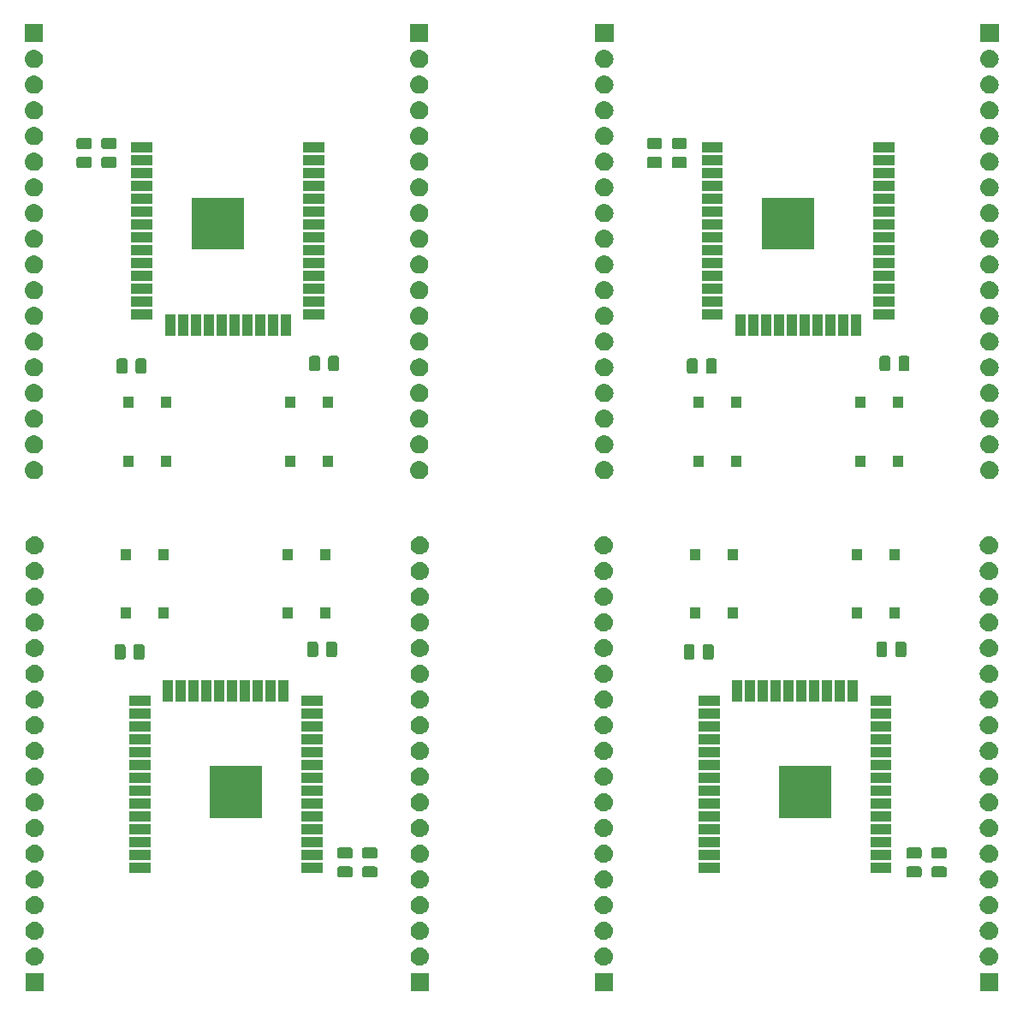
<source format=gbr>
G04 #@! TF.GenerationSoftware,KiCad,Pcbnew,5.0.2+dfsg1-1~bpo9+1*
G04 #@! TF.CreationDate,2020-03-02T01:02:18-06:00*
G04 #@! TF.ProjectId,bare4,62617265-342e-46b6-9963-61645f706362,1.0*
G04 #@! TF.SameCoordinates,Original*
G04 #@! TF.FileFunction,Soldermask,Top*
G04 #@! TF.FilePolarity,Negative*
%FSLAX46Y46*%
G04 Gerber Fmt 4.6, Leading zero omitted, Abs format (unit mm)*
G04 Created by KiCad (PCBNEW 5.0.2+dfsg1-1~bpo9+1) date Mon 02 Mar 2020 01:02:18 AM CST*
%MOMM*%
%LPD*%
G01*
G04 APERTURE LIST*
%ADD10C,0.100000*%
G04 APERTURE END LIST*
D10*
G36*
X148121000Y-147792000D02*
X146319000Y-147792000D01*
X146319000Y-145990000D01*
X148121000Y-145990000D01*
X148121000Y-147792000D01*
X148121000Y-147792000D01*
G37*
G36*
X110021000Y-147792000D02*
X108219000Y-147792000D01*
X108219000Y-145990000D01*
X110021000Y-145990000D01*
X110021000Y-147792000D01*
X110021000Y-147792000D01*
G37*
G36*
X53721000Y-147792000D02*
X51919000Y-147792000D01*
X51919000Y-145990000D01*
X53721000Y-145990000D01*
X53721000Y-147792000D01*
X53721000Y-147792000D01*
G37*
G36*
X91821000Y-147792000D02*
X90019000Y-147792000D01*
X90019000Y-145990000D01*
X91821000Y-145990000D01*
X91821000Y-147792000D01*
X91821000Y-147792000D01*
G37*
G36*
X91030443Y-143456519D02*
X91096627Y-143463037D01*
X91209853Y-143497384D01*
X91266467Y-143514557D01*
X91405087Y-143588652D01*
X91422991Y-143598222D01*
X91458729Y-143627552D01*
X91560186Y-143710814D01*
X91643448Y-143812271D01*
X91672778Y-143848009D01*
X91672779Y-143848011D01*
X91756443Y-144004533D01*
X91756443Y-144004534D01*
X91807963Y-144174373D01*
X91825359Y-144351000D01*
X91807963Y-144527627D01*
X91773616Y-144640853D01*
X91756443Y-144697467D01*
X91682348Y-144836087D01*
X91672778Y-144853991D01*
X91643448Y-144889729D01*
X91560186Y-144991186D01*
X91458729Y-145074448D01*
X91422991Y-145103778D01*
X91422989Y-145103779D01*
X91266467Y-145187443D01*
X91209853Y-145204616D01*
X91096627Y-145238963D01*
X91030443Y-145245481D01*
X90964260Y-145252000D01*
X90875740Y-145252000D01*
X90809557Y-145245481D01*
X90743373Y-145238963D01*
X90630147Y-145204616D01*
X90573533Y-145187443D01*
X90417011Y-145103779D01*
X90417009Y-145103778D01*
X90381271Y-145074448D01*
X90279814Y-144991186D01*
X90196552Y-144889729D01*
X90167222Y-144853991D01*
X90157652Y-144836087D01*
X90083557Y-144697467D01*
X90066384Y-144640853D01*
X90032037Y-144527627D01*
X90014641Y-144351000D01*
X90032037Y-144174373D01*
X90083557Y-144004534D01*
X90083557Y-144004533D01*
X90167221Y-143848011D01*
X90167222Y-143848009D01*
X90196552Y-143812271D01*
X90279814Y-143710814D01*
X90381271Y-143627552D01*
X90417009Y-143598222D01*
X90434913Y-143588652D01*
X90573533Y-143514557D01*
X90630147Y-143497384D01*
X90743373Y-143463037D01*
X90809557Y-143456519D01*
X90875740Y-143450000D01*
X90964260Y-143450000D01*
X91030443Y-143456519D01*
X91030443Y-143456519D01*
G37*
G36*
X147330443Y-143456519D02*
X147396627Y-143463037D01*
X147509853Y-143497384D01*
X147566467Y-143514557D01*
X147705087Y-143588652D01*
X147722991Y-143598222D01*
X147758729Y-143627552D01*
X147860186Y-143710814D01*
X147943448Y-143812271D01*
X147972778Y-143848009D01*
X147972779Y-143848011D01*
X148056443Y-144004533D01*
X148056443Y-144004534D01*
X148107963Y-144174373D01*
X148125359Y-144351000D01*
X148107963Y-144527627D01*
X148073616Y-144640853D01*
X148056443Y-144697467D01*
X147982348Y-144836087D01*
X147972778Y-144853991D01*
X147943448Y-144889729D01*
X147860186Y-144991186D01*
X147758729Y-145074448D01*
X147722991Y-145103778D01*
X147722989Y-145103779D01*
X147566467Y-145187443D01*
X147509853Y-145204616D01*
X147396627Y-145238963D01*
X147330443Y-145245481D01*
X147264260Y-145252000D01*
X147175740Y-145252000D01*
X147109557Y-145245481D01*
X147043373Y-145238963D01*
X146930147Y-145204616D01*
X146873533Y-145187443D01*
X146717011Y-145103779D01*
X146717009Y-145103778D01*
X146681271Y-145074448D01*
X146579814Y-144991186D01*
X146496552Y-144889729D01*
X146467222Y-144853991D01*
X146457652Y-144836087D01*
X146383557Y-144697467D01*
X146366384Y-144640853D01*
X146332037Y-144527627D01*
X146314641Y-144351000D01*
X146332037Y-144174373D01*
X146383557Y-144004534D01*
X146383557Y-144004533D01*
X146467221Y-143848011D01*
X146467222Y-143848009D01*
X146496552Y-143812271D01*
X146579814Y-143710814D01*
X146681271Y-143627552D01*
X146717009Y-143598222D01*
X146734913Y-143588652D01*
X146873533Y-143514557D01*
X146930147Y-143497384D01*
X147043373Y-143463037D01*
X147109557Y-143456519D01*
X147175740Y-143450000D01*
X147264260Y-143450000D01*
X147330443Y-143456519D01*
X147330443Y-143456519D01*
G37*
G36*
X109230443Y-143456519D02*
X109296627Y-143463037D01*
X109409853Y-143497384D01*
X109466467Y-143514557D01*
X109605087Y-143588652D01*
X109622991Y-143598222D01*
X109658729Y-143627552D01*
X109760186Y-143710814D01*
X109843448Y-143812271D01*
X109872778Y-143848009D01*
X109872779Y-143848011D01*
X109956443Y-144004533D01*
X109956443Y-144004534D01*
X110007963Y-144174373D01*
X110025359Y-144351000D01*
X110007963Y-144527627D01*
X109973616Y-144640853D01*
X109956443Y-144697467D01*
X109882348Y-144836087D01*
X109872778Y-144853991D01*
X109843448Y-144889729D01*
X109760186Y-144991186D01*
X109658729Y-145074448D01*
X109622991Y-145103778D01*
X109622989Y-145103779D01*
X109466467Y-145187443D01*
X109409853Y-145204616D01*
X109296627Y-145238963D01*
X109230443Y-145245481D01*
X109164260Y-145252000D01*
X109075740Y-145252000D01*
X109009557Y-145245481D01*
X108943373Y-145238963D01*
X108830147Y-145204616D01*
X108773533Y-145187443D01*
X108617011Y-145103779D01*
X108617009Y-145103778D01*
X108581271Y-145074448D01*
X108479814Y-144991186D01*
X108396552Y-144889729D01*
X108367222Y-144853991D01*
X108357652Y-144836087D01*
X108283557Y-144697467D01*
X108266384Y-144640853D01*
X108232037Y-144527627D01*
X108214641Y-144351000D01*
X108232037Y-144174373D01*
X108283557Y-144004534D01*
X108283557Y-144004533D01*
X108367221Y-143848011D01*
X108367222Y-143848009D01*
X108396552Y-143812271D01*
X108479814Y-143710814D01*
X108581271Y-143627552D01*
X108617009Y-143598222D01*
X108634913Y-143588652D01*
X108773533Y-143514557D01*
X108830147Y-143497384D01*
X108943373Y-143463037D01*
X109009557Y-143456519D01*
X109075740Y-143450000D01*
X109164260Y-143450000D01*
X109230443Y-143456519D01*
X109230443Y-143456519D01*
G37*
G36*
X52930443Y-143456519D02*
X52996627Y-143463037D01*
X53109853Y-143497384D01*
X53166467Y-143514557D01*
X53305087Y-143588652D01*
X53322991Y-143598222D01*
X53358729Y-143627552D01*
X53460186Y-143710814D01*
X53543448Y-143812271D01*
X53572778Y-143848009D01*
X53572779Y-143848011D01*
X53656443Y-144004533D01*
X53656443Y-144004534D01*
X53707963Y-144174373D01*
X53725359Y-144351000D01*
X53707963Y-144527627D01*
X53673616Y-144640853D01*
X53656443Y-144697467D01*
X53582348Y-144836087D01*
X53572778Y-144853991D01*
X53543448Y-144889729D01*
X53460186Y-144991186D01*
X53358729Y-145074448D01*
X53322991Y-145103778D01*
X53322989Y-145103779D01*
X53166467Y-145187443D01*
X53109853Y-145204616D01*
X52996627Y-145238963D01*
X52930443Y-145245481D01*
X52864260Y-145252000D01*
X52775740Y-145252000D01*
X52709557Y-145245481D01*
X52643373Y-145238963D01*
X52530147Y-145204616D01*
X52473533Y-145187443D01*
X52317011Y-145103779D01*
X52317009Y-145103778D01*
X52281271Y-145074448D01*
X52179814Y-144991186D01*
X52096552Y-144889729D01*
X52067222Y-144853991D01*
X52057652Y-144836087D01*
X51983557Y-144697467D01*
X51966384Y-144640853D01*
X51932037Y-144527627D01*
X51914641Y-144351000D01*
X51932037Y-144174373D01*
X51983557Y-144004534D01*
X51983557Y-144004533D01*
X52067221Y-143848011D01*
X52067222Y-143848009D01*
X52096552Y-143812271D01*
X52179814Y-143710814D01*
X52281271Y-143627552D01*
X52317009Y-143598222D01*
X52334913Y-143588652D01*
X52473533Y-143514557D01*
X52530147Y-143497384D01*
X52643373Y-143463037D01*
X52709557Y-143456519D01*
X52775740Y-143450000D01*
X52864260Y-143450000D01*
X52930443Y-143456519D01*
X52930443Y-143456519D01*
G37*
G36*
X147330442Y-140916518D02*
X147396627Y-140923037D01*
X147509853Y-140957384D01*
X147566467Y-140974557D01*
X147705087Y-141048652D01*
X147722991Y-141058222D01*
X147758729Y-141087552D01*
X147860186Y-141170814D01*
X147943448Y-141272271D01*
X147972778Y-141308009D01*
X147972779Y-141308011D01*
X148056443Y-141464533D01*
X148056443Y-141464534D01*
X148107963Y-141634373D01*
X148125359Y-141811000D01*
X148107963Y-141987627D01*
X148073616Y-142100853D01*
X148056443Y-142157467D01*
X147982348Y-142296087D01*
X147972778Y-142313991D01*
X147943448Y-142349729D01*
X147860186Y-142451186D01*
X147758729Y-142534448D01*
X147722991Y-142563778D01*
X147722989Y-142563779D01*
X147566467Y-142647443D01*
X147509853Y-142664616D01*
X147396627Y-142698963D01*
X147330443Y-142705481D01*
X147264260Y-142712000D01*
X147175740Y-142712000D01*
X147109557Y-142705481D01*
X147043373Y-142698963D01*
X146930147Y-142664616D01*
X146873533Y-142647443D01*
X146717011Y-142563779D01*
X146717009Y-142563778D01*
X146681271Y-142534448D01*
X146579814Y-142451186D01*
X146496552Y-142349729D01*
X146467222Y-142313991D01*
X146457652Y-142296087D01*
X146383557Y-142157467D01*
X146366384Y-142100853D01*
X146332037Y-141987627D01*
X146314641Y-141811000D01*
X146332037Y-141634373D01*
X146383557Y-141464534D01*
X146383557Y-141464533D01*
X146467221Y-141308011D01*
X146467222Y-141308009D01*
X146496552Y-141272271D01*
X146579814Y-141170814D01*
X146681271Y-141087552D01*
X146717009Y-141058222D01*
X146734913Y-141048652D01*
X146873533Y-140974557D01*
X146930147Y-140957384D01*
X147043373Y-140923037D01*
X147109558Y-140916518D01*
X147175740Y-140910000D01*
X147264260Y-140910000D01*
X147330442Y-140916518D01*
X147330442Y-140916518D01*
G37*
G36*
X52930442Y-140916518D02*
X52996627Y-140923037D01*
X53109853Y-140957384D01*
X53166467Y-140974557D01*
X53305087Y-141048652D01*
X53322991Y-141058222D01*
X53358729Y-141087552D01*
X53460186Y-141170814D01*
X53543448Y-141272271D01*
X53572778Y-141308009D01*
X53572779Y-141308011D01*
X53656443Y-141464533D01*
X53656443Y-141464534D01*
X53707963Y-141634373D01*
X53725359Y-141811000D01*
X53707963Y-141987627D01*
X53673616Y-142100853D01*
X53656443Y-142157467D01*
X53582348Y-142296087D01*
X53572778Y-142313991D01*
X53543448Y-142349729D01*
X53460186Y-142451186D01*
X53358729Y-142534448D01*
X53322991Y-142563778D01*
X53322989Y-142563779D01*
X53166467Y-142647443D01*
X53109853Y-142664616D01*
X52996627Y-142698963D01*
X52930443Y-142705481D01*
X52864260Y-142712000D01*
X52775740Y-142712000D01*
X52709557Y-142705481D01*
X52643373Y-142698963D01*
X52530147Y-142664616D01*
X52473533Y-142647443D01*
X52317011Y-142563779D01*
X52317009Y-142563778D01*
X52281271Y-142534448D01*
X52179814Y-142451186D01*
X52096552Y-142349729D01*
X52067222Y-142313991D01*
X52057652Y-142296087D01*
X51983557Y-142157467D01*
X51966384Y-142100853D01*
X51932037Y-141987627D01*
X51914641Y-141811000D01*
X51932037Y-141634373D01*
X51983557Y-141464534D01*
X51983557Y-141464533D01*
X52067221Y-141308011D01*
X52067222Y-141308009D01*
X52096552Y-141272271D01*
X52179814Y-141170814D01*
X52281271Y-141087552D01*
X52317009Y-141058222D01*
X52334913Y-141048652D01*
X52473533Y-140974557D01*
X52530147Y-140957384D01*
X52643373Y-140923037D01*
X52709558Y-140916518D01*
X52775740Y-140910000D01*
X52864260Y-140910000D01*
X52930442Y-140916518D01*
X52930442Y-140916518D01*
G37*
G36*
X91030442Y-140916518D02*
X91096627Y-140923037D01*
X91209853Y-140957384D01*
X91266467Y-140974557D01*
X91405087Y-141048652D01*
X91422991Y-141058222D01*
X91458729Y-141087552D01*
X91560186Y-141170814D01*
X91643448Y-141272271D01*
X91672778Y-141308009D01*
X91672779Y-141308011D01*
X91756443Y-141464533D01*
X91756443Y-141464534D01*
X91807963Y-141634373D01*
X91825359Y-141811000D01*
X91807963Y-141987627D01*
X91773616Y-142100853D01*
X91756443Y-142157467D01*
X91682348Y-142296087D01*
X91672778Y-142313991D01*
X91643448Y-142349729D01*
X91560186Y-142451186D01*
X91458729Y-142534448D01*
X91422991Y-142563778D01*
X91422989Y-142563779D01*
X91266467Y-142647443D01*
X91209853Y-142664616D01*
X91096627Y-142698963D01*
X91030443Y-142705481D01*
X90964260Y-142712000D01*
X90875740Y-142712000D01*
X90809557Y-142705481D01*
X90743373Y-142698963D01*
X90630147Y-142664616D01*
X90573533Y-142647443D01*
X90417011Y-142563779D01*
X90417009Y-142563778D01*
X90381271Y-142534448D01*
X90279814Y-142451186D01*
X90196552Y-142349729D01*
X90167222Y-142313991D01*
X90157652Y-142296087D01*
X90083557Y-142157467D01*
X90066384Y-142100853D01*
X90032037Y-141987627D01*
X90014641Y-141811000D01*
X90032037Y-141634373D01*
X90083557Y-141464534D01*
X90083557Y-141464533D01*
X90167221Y-141308011D01*
X90167222Y-141308009D01*
X90196552Y-141272271D01*
X90279814Y-141170814D01*
X90381271Y-141087552D01*
X90417009Y-141058222D01*
X90434913Y-141048652D01*
X90573533Y-140974557D01*
X90630147Y-140957384D01*
X90743373Y-140923037D01*
X90809558Y-140916518D01*
X90875740Y-140910000D01*
X90964260Y-140910000D01*
X91030442Y-140916518D01*
X91030442Y-140916518D01*
G37*
G36*
X109230442Y-140916518D02*
X109296627Y-140923037D01*
X109409853Y-140957384D01*
X109466467Y-140974557D01*
X109605087Y-141048652D01*
X109622991Y-141058222D01*
X109658729Y-141087552D01*
X109760186Y-141170814D01*
X109843448Y-141272271D01*
X109872778Y-141308009D01*
X109872779Y-141308011D01*
X109956443Y-141464533D01*
X109956443Y-141464534D01*
X110007963Y-141634373D01*
X110025359Y-141811000D01*
X110007963Y-141987627D01*
X109973616Y-142100853D01*
X109956443Y-142157467D01*
X109882348Y-142296087D01*
X109872778Y-142313991D01*
X109843448Y-142349729D01*
X109760186Y-142451186D01*
X109658729Y-142534448D01*
X109622991Y-142563778D01*
X109622989Y-142563779D01*
X109466467Y-142647443D01*
X109409853Y-142664616D01*
X109296627Y-142698963D01*
X109230443Y-142705481D01*
X109164260Y-142712000D01*
X109075740Y-142712000D01*
X109009557Y-142705481D01*
X108943373Y-142698963D01*
X108830147Y-142664616D01*
X108773533Y-142647443D01*
X108617011Y-142563779D01*
X108617009Y-142563778D01*
X108581271Y-142534448D01*
X108479814Y-142451186D01*
X108396552Y-142349729D01*
X108367222Y-142313991D01*
X108357652Y-142296087D01*
X108283557Y-142157467D01*
X108266384Y-142100853D01*
X108232037Y-141987627D01*
X108214641Y-141811000D01*
X108232037Y-141634373D01*
X108283557Y-141464534D01*
X108283557Y-141464533D01*
X108367221Y-141308011D01*
X108367222Y-141308009D01*
X108396552Y-141272271D01*
X108479814Y-141170814D01*
X108581271Y-141087552D01*
X108617009Y-141058222D01*
X108634913Y-141048652D01*
X108773533Y-140974557D01*
X108830147Y-140957384D01*
X108943373Y-140923037D01*
X109009558Y-140916518D01*
X109075740Y-140910000D01*
X109164260Y-140910000D01*
X109230442Y-140916518D01*
X109230442Y-140916518D01*
G37*
G36*
X52930443Y-138376519D02*
X52996627Y-138383037D01*
X53109853Y-138417384D01*
X53166467Y-138434557D01*
X53305087Y-138508652D01*
X53322991Y-138518222D01*
X53358729Y-138547552D01*
X53460186Y-138630814D01*
X53543448Y-138732271D01*
X53572778Y-138768009D01*
X53572779Y-138768011D01*
X53656443Y-138924533D01*
X53656443Y-138924534D01*
X53707963Y-139094373D01*
X53725359Y-139271000D01*
X53707963Y-139447627D01*
X53673616Y-139560853D01*
X53656443Y-139617467D01*
X53582348Y-139756087D01*
X53572778Y-139773991D01*
X53543448Y-139809729D01*
X53460186Y-139911186D01*
X53358729Y-139994448D01*
X53322991Y-140023778D01*
X53322989Y-140023779D01*
X53166467Y-140107443D01*
X53109853Y-140124616D01*
X52996627Y-140158963D01*
X52930443Y-140165481D01*
X52864260Y-140172000D01*
X52775740Y-140172000D01*
X52709557Y-140165481D01*
X52643373Y-140158963D01*
X52530147Y-140124616D01*
X52473533Y-140107443D01*
X52317011Y-140023779D01*
X52317009Y-140023778D01*
X52281271Y-139994448D01*
X52179814Y-139911186D01*
X52096552Y-139809729D01*
X52067222Y-139773991D01*
X52057652Y-139756087D01*
X51983557Y-139617467D01*
X51966384Y-139560853D01*
X51932037Y-139447627D01*
X51914641Y-139271000D01*
X51932037Y-139094373D01*
X51983557Y-138924534D01*
X51983557Y-138924533D01*
X52067221Y-138768011D01*
X52067222Y-138768009D01*
X52096552Y-138732271D01*
X52179814Y-138630814D01*
X52281271Y-138547552D01*
X52317009Y-138518222D01*
X52334913Y-138508652D01*
X52473533Y-138434557D01*
X52530147Y-138417384D01*
X52643373Y-138383037D01*
X52709557Y-138376519D01*
X52775740Y-138370000D01*
X52864260Y-138370000D01*
X52930443Y-138376519D01*
X52930443Y-138376519D01*
G37*
G36*
X109230443Y-138376519D02*
X109296627Y-138383037D01*
X109409853Y-138417384D01*
X109466467Y-138434557D01*
X109605087Y-138508652D01*
X109622991Y-138518222D01*
X109658729Y-138547552D01*
X109760186Y-138630814D01*
X109843448Y-138732271D01*
X109872778Y-138768009D01*
X109872779Y-138768011D01*
X109956443Y-138924533D01*
X109956443Y-138924534D01*
X110007963Y-139094373D01*
X110025359Y-139271000D01*
X110007963Y-139447627D01*
X109973616Y-139560853D01*
X109956443Y-139617467D01*
X109882348Y-139756087D01*
X109872778Y-139773991D01*
X109843448Y-139809729D01*
X109760186Y-139911186D01*
X109658729Y-139994448D01*
X109622991Y-140023778D01*
X109622989Y-140023779D01*
X109466467Y-140107443D01*
X109409853Y-140124616D01*
X109296627Y-140158963D01*
X109230443Y-140165481D01*
X109164260Y-140172000D01*
X109075740Y-140172000D01*
X109009557Y-140165481D01*
X108943373Y-140158963D01*
X108830147Y-140124616D01*
X108773533Y-140107443D01*
X108617011Y-140023779D01*
X108617009Y-140023778D01*
X108581271Y-139994448D01*
X108479814Y-139911186D01*
X108396552Y-139809729D01*
X108367222Y-139773991D01*
X108357652Y-139756087D01*
X108283557Y-139617467D01*
X108266384Y-139560853D01*
X108232037Y-139447627D01*
X108214641Y-139271000D01*
X108232037Y-139094373D01*
X108283557Y-138924534D01*
X108283557Y-138924533D01*
X108367221Y-138768011D01*
X108367222Y-138768009D01*
X108396552Y-138732271D01*
X108479814Y-138630814D01*
X108581271Y-138547552D01*
X108617009Y-138518222D01*
X108634913Y-138508652D01*
X108773533Y-138434557D01*
X108830147Y-138417384D01*
X108943373Y-138383037D01*
X109009557Y-138376519D01*
X109075740Y-138370000D01*
X109164260Y-138370000D01*
X109230443Y-138376519D01*
X109230443Y-138376519D01*
G37*
G36*
X147330443Y-138376519D02*
X147396627Y-138383037D01*
X147509853Y-138417384D01*
X147566467Y-138434557D01*
X147705087Y-138508652D01*
X147722991Y-138518222D01*
X147758729Y-138547552D01*
X147860186Y-138630814D01*
X147943448Y-138732271D01*
X147972778Y-138768009D01*
X147972779Y-138768011D01*
X148056443Y-138924533D01*
X148056443Y-138924534D01*
X148107963Y-139094373D01*
X148125359Y-139271000D01*
X148107963Y-139447627D01*
X148073616Y-139560853D01*
X148056443Y-139617467D01*
X147982348Y-139756087D01*
X147972778Y-139773991D01*
X147943448Y-139809729D01*
X147860186Y-139911186D01*
X147758729Y-139994448D01*
X147722991Y-140023778D01*
X147722989Y-140023779D01*
X147566467Y-140107443D01*
X147509853Y-140124616D01*
X147396627Y-140158963D01*
X147330443Y-140165481D01*
X147264260Y-140172000D01*
X147175740Y-140172000D01*
X147109557Y-140165481D01*
X147043373Y-140158963D01*
X146930147Y-140124616D01*
X146873533Y-140107443D01*
X146717011Y-140023779D01*
X146717009Y-140023778D01*
X146681271Y-139994448D01*
X146579814Y-139911186D01*
X146496552Y-139809729D01*
X146467222Y-139773991D01*
X146457652Y-139756087D01*
X146383557Y-139617467D01*
X146366384Y-139560853D01*
X146332037Y-139447627D01*
X146314641Y-139271000D01*
X146332037Y-139094373D01*
X146383557Y-138924534D01*
X146383557Y-138924533D01*
X146467221Y-138768011D01*
X146467222Y-138768009D01*
X146496552Y-138732271D01*
X146579814Y-138630814D01*
X146681271Y-138547552D01*
X146717009Y-138518222D01*
X146734913Y-138508652D01*
X146873533Y-138434557D01*
X146930147Y-138417384D01*
X147043373Y-138383037D01*
X147109557Y-138376519D01*
X147175740Y-138370000D01*
X147264260Y-138370000D01*
X147330443Y-138376519D01*
X147330443Y-138376519D01*
G37*
G36*
X91030443Y-138376519D02*
X91096627Y-138383037D01*
X91209853Y-138417384D01*
X91266467Y-138434557D01*
X91405087Y-138508652D01*
X91422991Y-138518222D01*
X91458729Y-138547552D01*
X91560186Y-138630814D01*
X91643448Y-138732271D01*
X91672778Y-138768009D01*
X91672779Y-138768011D01*
X91756443Y-138924533D01*
X91756443Y-138924534D01*
X91807963Y-139094373D01*
X91825359Y-139271000D01*
X91807963Y-139447627D01*
X91773616Y-139560853D01*
X91756443Y-139617467D01*
X91682348Y-139756087D01*
X91672778Y-139773991D01*
X91643448Y-139809729D01*
X91560186Y-139911186D01*
X91458729Y-139994448D01*
X91422991Y-140023778D01*
X91422989Y-140023779D01*
X91266467Y-140107443D01*
X91209853Y-140124616D01*
X91096627Y-140158963D01*
X91030443Y-140165481D01*
X90964260Y-140172000D01*
X90875740Y-140172000D01*
X90809557Y-140165481D01*
X90743373Y-140158963D01*
X90630147Y-140124616D01*
X90573533Y-140107443D01*
X90417011Y-140023779D01*
X90417009Y-140023778D01*
X90381271Y-139994448D01*
X90279814Y-139911186D01*
X90196552Y-139809729D01*
X90167222Y-139773991D01*
X90157652Y-139756087D01*
X90083557Y-139617467D01*
X90066384Y-139560853D01*
X90032037Y-139447627D01*
X90014641Y-139271000D01*
X90032037Y-139094373D01*
X90083557Y-138924534D01*
X90083557Y-138924533D01*
X90167221Y-138768011D01*
X90167222Y-138768009D01*
X90196552Y-138732271D01*
X90279814Y-138630814D01*
X90381271Y-138547552D01*
X90417009Y-138518222D01*
X90434913Y-138508652D01*
X90573533Y-138434557D01*
X90630147Y-138417384D01*
X90743373Y-138383037D01*
X90809557Y-138376519D01*
X90875740Y-138370000D01*
X90964260Y-138370000D01*
X91030443Y-138376519D01*
X91030443Y-138376519D01*
G37*
G36*
X52930443Y-135836519D02*
X52996627Y-135843037D01*
X53109853Y-135877384D01*
X53166467Y-135894557D01*
X53305087Y-135968652D01*
X53322991Y-135978222D01*
X53358729Y-136007552D01*
X53460186Y-136090814D01*
X53543448Y-136192271D01*
X53572778Y-136228009D01*
X53572779Y-136228011D01*
X53656443Y-136384533D01*
X53656443Y-136384534D01*
X53707963Y-136554373D01*
X53725359Y-136731000D01*
X53707963Y-136907627D01*
X53673616Y-137020853D01*
X53656443Y-137077467D01*
X53582348Y-137216087D01*
X53572778Y-137233991D01*
X53543448Y-137269729D01*
X53460186Y-137371186D01*
X53358729Y-137454448D01*
X53322991Y-137483778D01*
X53322989Y-137483779D01*
X53166467Y-137567443D01*
X53109853Y-137584616D01*
X52996627Y-137618963D01*
X52930443Y-137625481D01*
X52864260Y-137632000D01*
X52775740Y-137632000D01*
X52709557Y-137625481D01*
X52643373Y-137618963D01*
X52530147Y-137584616D01*
X52473533Y-137567443D01*
X52317011Y-137483779D01*
X52317009Y-137483778D01*
X52281271Y-137454448D01*
X52179814Y-137371186D01*
X52096552Y-137269729D01*
X52067222Y-137233991D01*
X52057652Y-137216087D01*
X51983557Y-137077467D01*
X51966384Y-137020853D01*
X51932037Y-136907627D01*
X51914641Y-136731000D01*
X51932037Y-136554373D01*
X51983557Y-136384534D01*
X51983557Y-136384533D01*
X52067221Y-136228011D01*
X52067222Y-136228009D01*
X52096552Y-136192271D01*
X52179814Y-136090814D01*
X52281271Y-136007552D01*
X52317009Y-135978222D01*
X52334913Y-135968652D01*
X52473533Y-135894557D01*
X52530147Y-135877384D01*
X52643373Y-135843037D01*
X52709557Y-135836519D01*
X52775740Y-135830000D01*
X52864260Y-135830000D01*
X52930443Y-135836519D01*
X52930443Y-135836519D01*
G37*
G36*
X147330443Y-135836519D02*
X147396627Y-135843037D01*
X147509853Y-135877384D01*
X147566467Y-135894557D01*
X147705087Y-135968652D01*
X147722991Y-135978222D01*
X147758729Y-136007552D01*
X147860186Y-136090814D01*
X147943448Y-136192271D01*
X147972778Y-136228009D01*
X147972779Y-136228011D01*
X148056443Y-136384533D01*
X148056443Y-136384534D01*
X148107963Y-136554373D01*
X148125359Y-136731000D01*
X148107963Y-136907627D01*
X148073616Y-137020853D01*
X148056443Y-137077467D01*
X147982348Y-137216087D01*
X147972778Y-137233991D01*
X147943448Y-137269729D01*
X147860186Y-137371186D01*
X147758729Y-137454448D01*
X147722991Y-137483778D01*
X147722989Y-137483779D01*
X147566467Y-137567443D01*
X147509853Y-137584616D01*
X147396627Y-137618963D01*
X147330443Y-137625481D01*
X147264260Y-137632000D01*
X147175740Y-137632000D01*
X147109557Y-137625481D01*
X147043373Y-137618963D01*
X146930147Y-137584616D01*
X146873533Y-137567443D01*
X146717011Y-137483779D01*
X146717009Y-137483778D01*
X146681271Y-137454448D01*
X146579814Y-137371186D01*
X146496552Y-137269729D01*
X146467222Y-137233991D01*
X146457652Y-137216087D01*
X146383557Y-137077467D01*
X146366384Y-137020853D01*
X146332037Y-136907627D01*
X146314641Y-136731000D01*
X146332037Y-136554373D01*
X146383557Y-136384534D01*
X146383557Y-136384533D01*
X146467221Y-136228011D01*
X146467222Y-136228009D01*
X146496552Y-136192271D01*
X146579814Y-136090814D01*
X146681271Y-136007552D01*
X146717009Y-135978222D01*
X146734913Y-135968652D01*
X146873533Y-135894557D01*
X146930147Y-135877384D01*
X147043373Y-135843037D01*
X147109557Y-135836519D01*
X147175740Y-135830000D01*
X147264260Y-135830000D01*
X147330443Y-135836519D01*
X147330443Y-135836519D01*
G37*
G36*
X109230443Y-135836519D02*
X109296627Y-135843037D01*
X109409853Y-135877384D01*
X109466467Y-135894557D01*
X109605087Y-135968652D01*
X109622991Y-135978222D01*
X109658729Y-136007552D01*
X109760186Y-136090814D01*
X109843448Y-136192271D01*
X109872778Y-136228009D01*
X109872779Y-136228011D01*
X109956443Y-136384533D01*
X109956443Y-136384534D01*
X110007963Y-136554373D01*
X110025359Y-136731000D01*
X110007963Y-136907627D01*
X109973616Y-137020853D01*
X109956443Y-137077467D01*
X109882348Y-137216087D01*
X109872778Y-137233991D01*
X109843448Y-137269729D01*
X109760186Y-137371186D01*
X109658729Y-137454448D01*
X109622991Y-137483778D01*
X109622989Y-137483779D01*
X109466467Y-137567443D01*
X109409853Y-137584616D01*
X109296627Y-137618963D01*
X109230443Y-137625481D01*
X109164260Y-137632000D01*
X109075740Y-137632000D01*
X109009557Y-137625481D01*
X108943373Y-137618963D01*
X108830147Y-137584616D01*
X108773533Y-137567443D01*
X108617011Y-137483779D01*
X108617009Y-137483778D01*
X108581271Y-137454448D01*
X108479814Y-137371186D01*
X108396552Y-137269729D01*
X108367222Y-137233991D01*
X108357652Y-137216087D01*
X108283557Y-137077467D01*
X108266384Y-137020853D01*
X108232037Y-136907627D01*
X108214641Y-136731000D01*
X108232037Y-136554373D01*
X108283557Y-136384534D01*
X108283557Y-136384533D01*
X108367221Y-136228011D01*
X108367222Y-136228009D01*
X108396552Y-136192271D01*
X108479814Y-136090814D01*
X108581271Y-136007552D01*
X108617009Y-135978222D01*
X108634913Y-135968652D01*
X108773533Y-135894557D01*
X108830147Y-135877384D01*
X108943373Y-135843037D01*
X109009557Y-135836519D01*
X109075740Y-135830000D01*
X109164260Y-135830000D01*
X109230443Y-135836519D01*
X109230443Y-135836519D01*
G37*
G36*
X91030443Y-135836519D02*
X91096627Y-135843037D01*
X91209853Y-135877384D01*
X91266467Y-135894557D01*
X91405087Y-135968652D01*
X91422991Y-135978222D01*
X91458729Y-136007552D01*
X91560186Y-136090814D01*
X91643448Y-136192271D01*
X91672778Y-136228009D01*
X91672779Y-136228011D01*
X91756443Y-136384533D01*
X91756443Y-136384534D01*
X91807963Y-136554373D01*
X91825359Y-136731000D01*
X91807963Y-136907627D01*
X91773616Y-137020853D01*
X91756443Y-137077467D01*
X91682348Y-137216087D01*
X91672778Y-137233991D01*
X91643448Y-137269729D01*
X91560186Y-137371186D01*
X91458729Y-137454448D01*
X91422991Y-137483778D01*
X91422989Y-137483779D01*
X91266467Y-137567443D01*
X91209853Y-137584616D01*
X91096627Y-137618963D01*
X91030443Y-137625481D01*
X90964260Y-137632000D01*
X90875740Y-137632000D01*
X90809557Y-137625481D01*
X90743373Y-137618963D01*
X90630147Y-137584616D01*
X90573533Y-137567443D01*
X90417011Y-137483779D01*
X90417009Y-137483778D01*
X90381271Y-137454448D01*
X90279814Y-137371186D01*
X90196552Y-137269729D01*
X90167222Y-137233991D01*
X90157652Y-137216087D01*
X90083557Y-137077467D01*
X90066384Y-137020853D01*
X90032037Y-136907627D01*
X90014641Y-136731000D01*
X90032037Y-136554373D01*
X90083557Y-136384534D01*
X90083557Y-136384533D01*
X90167221Y-136228011D01*
X90167222Y-136228009D01*
X90196552Y-136192271D01*
X90279814Y-136090814D01*
X90381271Y-136007552D01*
X90417009Y-135978222D01*
X90434913Y-135968652D01*
X90573533Y-135894557D01*
X90630147Y-135877384D01*
X90743373Y-135843037D01*
X90809557Y-135836519D01*
X90875740Y-135830000D01*
X90964260Y-135830000D01*
X91030443Y-135836519D01*
X91030443Y-135836519D01*
G37*
G36*
X140392295Y-135464732D02*
X140430966Y-135476463D01*
X140466608Y-135495515D01*
X140497846Y-135521150D01*
X140523481Y-135552388D01*
X140542533Y-135588030D01*
X140554264Y-135626701D01*
X140558829Y-135673055D01*
X140558829Y-136324279D01*
X140554264Y-136370633D01*
X140542533Y-136409304D01*
X140523481Y-136444946D01*
X140497846Y-136476184D01*
X140466608Y-136501819D01*
X140430966Y-136520871D01*
X140392295Y-136532602D01*
X140345941Y-136537167D01*
X139269717Y-136537167D01*
X139223363Y-136532602D01*
X139184692Y-136520871D01*
X139149050Y-136501819D01*
X139117812Y-136476184D01*
X139092177Y-136444946D01*
X139073125Y-136409304D01*
X139061394Y-136370633D01*
X139056829Y-136324279D01*
X139056829Y-135673055D01*
X139061394Y-135626701D01*
X139073125Y-135588030D01*
X139092177Y-135552388D01*
X139117812Y-135521150D01*
X139149050Y-135495515D01*
X139184692Y-135476463D01*
X139223363Y-135464732D01*
X139269717Y-135460167D01*
X140345941Y-135460167D01*
X140392295Y-135464732D01*
X140392295Y-135464732D01*
G37*
G36*
X84092295Y-135464732D02*
X84130966Y-135476463D01*
X84166608Y-135495515D01*
X84197846Y-135521150D01*
X84223481Y-135552388D01*
X84242533Y-135588030D01*
X84254264Y-135626701D01*
X84258829Y-135673055D01*
X84258829Y-136324279D01*
X84254264Y-136370633D01*
X84242533Y-136409304D01*
X84223481Y-136444946D01*
X84197846Y-136476184D01*
X84166608Y-136501819D01*
X84130966Y-136520871D01*
X84092295Y-136532602D01*
X84045941Y-136537167D01*
X82969717Y-136537167D01*
X82923363Y-136532602D01*
X82884692Y-136520871D01*
X82849050Y-136501819D01*
X82817812Y-136476184D01*
X82792177Y-136444946D01*
X82773125Y-136409304D01*
X82761394Y-136370633D01*
X82756829Y-136324279D01*
X82756829Y-135673055D01*
X82761394Y-135626701D01*
X82773125Y-135588030D01*
X82792177Y-135552388D01*
X82817812Y-135521150D01*
X82849050Y-135495515D01*
X82884692Y-135476463D01*
X82923363Y-135464732D01*
X82969717Y-135460167D01*
X84045941Y-135460167D01*
X84092295Y-135464732D01*
X84092295Y-135464732D01*
G37*
G36*
X86551466Y-135464732D02*
X86590137Y-135476463D01*
X86625779Y-135495515D01*
X86657017Y-135521150D01*
X86682652Y-135552388D01*
X86701704Y-135588030D01*
X86713435Y-135626701D01*
X86718000Y-135673055D01*
X86718000Y-136324279D01*
X86713435Y-136370633D01*
X86701704Y-136409304D01*
X86682652Y-136444946D01*
X86657017Y-136476184D01*
X86625779Y-136501819D01*
X86590137Y-136520871D01*
X86551466Y-136532602D01*
X86505112Y-136537167D01*
X85428888Y-136537167D01*
X85382534Y-136532602D01*
X85343863Y-136520871D01*
X85308221Y-136501819D01*
X85276983Y-136476184D01*
X85251348Y-136444946D01*
X85232296Y-136409304D01*
X85220565Y-136370633D01*
X85216000Y-136324279D01*
X85216000Y-135673055D01*
X85220565Y-135626701D01*
X85232296Y-135588030D01*
X85251348Y-135552388D01*
X85276983Y-135521150D01*
X85308221Y-135495515D01*
X85343863Y-135476463D01*
X85382534Y-135464732D01*
X85428888Y-135460167D01*
X86505112Y-135460167D01*
X86551466Y-135464732D01*
X86551466Y-135464732D01*
G37*
G36*
X142851466Y-135464732D02*
X142890137Y-135476463D01*
X142925779Y-135495515D01*
X142957017Y-135521150D01*
X142982652Y-135552388D01*
X143001704Y-135588030D01*
X143013435Y-135626701D01*
X143018000Y-135673055D01*
X143018000Y-136324279D01*
X143013435Y-136370633D01*
X143001704Y-136409304D01*
X142982652Y-136444946D01*
X142957017Y-136476184D01*
X142925779Y-136501819D01*
X142890137Y-136520871D01*
X142851466Y-136532602D01*
X142805112Y-136537167D01*
X141728888Y-136537167D01*
X141682534Y-136532602D01*
X141643863Y-136520871D01*
X141608221Y-136501819D01*
X141576983Y-136476184D01*
X141551348Y-136444946D01*
X141532296Y-136409304D01*
X141520565Y-136370633D01*
X141516000Y-136324279D01*
X141516000Y-135673055D01*
X141520565Y-135626701D01*
X141532296Y-135588030D01*
X141551348Y-135552388D01*
X141576983Y-135521150D01*
X141608221Y-135495515D01*
X141643863Y-135476463D01*
X141682534Y-135464732D01*
X141728888Y-135460167D01*
X142805112Y-135460167D01*
X142851466Y-135464732D01*
X142851466Y-135464732D01*
G37*
G36*
X120594000Y-136089000D02*
X118492000Y-136089000D01*
X118492000Y-135087000D01*
X120594000Y-135087000D01*
X120594000Y-136089000D01*
X120594000Y-136089000D01*
G37*
G36*
X81294000Y-136089000D02*
X79192000Y-136089000D01*
X79192000Y-135087000D01*
X81294000Y-135087000D01*
X81294000Y-136089000D01*
X81294000Y-136089000D01*
G37*
G36*
X64294000Y-136089000D02*
X62192000Y-136089000D01*
X62192000Y-135087000D01*
X64294000Y-135087000D01*
X64294000Y-136089000D01*
X64294000Y-136089000D01*
G37*
G36*
X137594000Y-136089000D02*
X135492000Y-136089000D01*
X135492000Y-135087000D01*
X137594000Y-135087000D01*
X137594000Y-136089000D01*
X137594000Y-136089000D01*
G37*
G36*
X52930442Y-133296518D02*
X52996627Y-133303037D01*
X53109853Y-133337384D01*
X53166467Y-133354557D01*
X53305087Y-133428652D01*
X53322991Y-133438222D01*
X53358729Y-133467552D01*
X53460186Y-133550814D01*
X53538425Y-133646150D01*
X53572778Y-133688009D01*
X53572779Y-133688011D01*
X53656443Y-133844533D01*
X53656443Y-133844534D01*
X53707963Y-134014373D01*
X53725359Y-134191000D01*
X53707963Y-134367627D01*
X53700291Y-134392917D01*
X53656443Y-134537467D01*
X53589788Y-134662167D01*
X53572778Y-134693991D01*
X53543448Y-134729729D01*
X53460186Y-134831186D01*
X53358729Y-134914448D01*
X53322991Y-134943778D01*
X53322989Y-134943779D01*
X53166467Y-135027443D01*
X53109853Y-135044616D01*
X52996627Y-135078963D01*
X52930442Y-135085482D01*
X52864260Y-135092000D01*
X52775740Y-135092000D01*
X52709558Y-135085482D01*
X52643373Y-135078963D01*
X52530147Y-135044616D01*
X52473533Y-135027443D01*
X52317011Y-134943779D01*
X52317009Y-134943778D01*
X52281271Y-134914448D01*
X52179814Y-134831186D01*
X52096552Y-134729729D01*
X52067222Y-134693991D01*
X52050212Y-134662167D01*
X51983557Y-134537467D01*
X51939709Y-134392917D01*
X51932037Y-134367627D01*
X51914641Y-134191000D01*
X51932037Y-134014373D01*
X51983557Y-133844534D01*
X51983557Y-133844533D01*
X52067221Y-133688011D01*
X52067222Y-133688009D01*
X52101575Y-133646150D01*
X52179814Y-133550814D01*
X52281271Y-133467552D01*
X52317009Y-133438222D01*
X52334913Y-133428652D01*
X52473533Y-133354557D01*
X52530147Y-133337384D01*
X52643373Y-133303037D01*
X52709558Y-133296518D01*
X52775740Y-133290000D01*
X52864260Y-133290000D01*
X52930442Y-133296518D01*
X52930442Y-133296518D01*
G37*
G36*
X91030442Y-133296518D02*
X91096627Y-133303037D01*
X91209853Y-133337384D01*
X91266467Y-133354557D01*
X91405087Y-133428652D01*
X91422991Y-133438222D01*
X91458729Y-133467552D01*
X91560186Y-133550814D01*
X91638425Y-133646150D01*
X91672778Y-133688009D01*
X91672779Y-133688011D01*
X91756443Y-133844533D01*
X91756443Y-133844534D01*
X91807963Y-134014373D01*
X91825359Y-134191000D01*
X91807963Y-134367627D01*
X91800291Y-134392917D01*
X91756443Y-134537467D01*
X91689788Y-134662167D01*
X91672778Y-134693991D01*
X91643448Y-134729729D01*
X91560186Y-134831186D01*
X91458729Y-134914448D01*
X91422991Y-134943778D01*
X91422989Y-134943779D01*
X91266467Y-135027443D01*
X91209853Y-135044616D01*
X91096627Y-135078963D01*
X91030442Y-135085482D01*
X90964260Y-135092000D01*
X90875740Y-135092000D01*
X90809558Y-135085482D01*
X90743373Y-135078963D01*
X90630147Y-135044616D01*
X90573533Y-135027443D01*
X90417011Y-134943779D01*
X90417009Y-134943778D01*
X90381271Y-134914448D01*
X90279814Y-134831186D01*
X90196552Y-134729729D01*
X90167222Y-134693991D01*
X90150212Y-134662167D01*
X90083557Y-134537467D01*
X90039709Y-134392917D01*
X90032037Y-134367627D01*
X90014641Y-134191000D01*
X90032037Y-134014373D01*
X90083557Y-133844534D01*
X90083557Y-133844533D01*
X90167221Y-133688011D01*
X90167222Y-133688009D01*
X90201575Y-133646150D01*
X90279814Y-133550814D01*
X90381271Y-133467552D01*
X90417009Y-133438222D01*
X90434913Y-133428652D01*
X90573533Y-133354557D01*
X90630147Y-133337384D01*
X90743373Y-133303037D01*
X90809558Y-133296518D01*
X90875740Y-133290000D01*
X90964260Y-133290000D01*
X91030442Y-133296518D01*
X91030442Y-133296518D01*
G37*
G36*
X147330442Y-133296518D02*
X147396627Y-133303037D01*
X147509853Y-133337384D01*
X147566467Y-133354557D01*
X147705087Y-133428652D01*
X147722991Y-133438222D01*
X147758729Y-133467552D01*
X147860186Y-133550814D01*
X147938425Y-133646150D01*
X147972778Y-133688009D01*
X147972779Y-133688011D01*
X148056443Y-133844533D01*
X148056443Y-133844534D01*
X148107963Y-134014373D01*
X148125359Y-134191000D01*
X148107963Y-134367627D01*
X148100291Y-134392917D01*
X148056443Y-134537467D01*
X147989788Y-134662167D01*
X147972778Y-134693991D01*
X147943448Y-134729729D01*
X147860186Y-134831186D01*
X147758729Y-134914448D01*
X147722991Y-134943778D01*
X147722989Y-134943779D01*
X147566467Y-135027443D01*
X147509853Y-135044616D01*
X147396627Y-135078963D01*
X147330442Y-135085482D01*
X147264260Y-135092000D01*
X147175740Y-135092000D01*
X147109558Y-135085482D01*
X147043373Y-135078963D01*
X146930147Y-135044616D01*
X146873533Y-135027443D01*
X146717011Y-134943779D01*
X146717009Y-134943778D01*
X146681271Y-134914448D01*
X146579814Y-134831186D01*
X146496552Y-134729729D01*
X146467222Y-134693991D01*
X146450212Y-134662167D01*
X146383557Y-134537467D01*
X146339709Y-134392917D01*
X146332037Y-134367627D01*
X146314641Y-134191000D01*
X146332037Y-134014373D01*
X146383557Y-133844534D01*
X146383557Y-133844533D01*
X146467221Y-133688011D01*
X146467222Y-133688009D01*
X146501575Y-133646150D01*
X146579814Y-133550814D01*
X146681271Y-133467552D01*
X146717009Y-133438222D01*
X146734913Y-133428652D01*
X146873533Y-133354557D01*
X146930147Y-133337384D01*
X147043373Y-133303037D01*
X147109558Y-133296518D01*
X147175740Y-133290000D01*
X147264260Y-133290000D01*
X147330442Y-133296518D01*
X147330442Y-133296518D01*
G37*
G36*
X109230442Y-133296518D02*
X109296627Y-133303037D01*
X109409853Y-133337384D01*
X109466467Y-133354557D01*
X109605087Y-133428652D01*
X109622991Y-133438222D01*
X109658729Y-133467552D01*
X109760186Y-133550814D01*
X109838425Y-133646150D01*
X109872778Y-133688009D01*
X109872779Y-133688011D01*
X109956443Y-133844533D01*
X109956443Y-133844534D01*
X110007963Y-134014373D01*
X110025359Y-134191000D01*
X110007963Y-134367627D01*
X110000291Y-134392917D01*
X109956443Y-134537467D01*
X109889788Y-134662167D01*
X109872778Y-134693991D01*
X109843448Y-134729729D01*
X109760186Y-134831186D01*
X109658729Y-134914448D01*
X109622991Y-134943778D01*
X109622989Y-134943779D01*
X109466467Y-135027443D01*
X109409853Y-135044616D01*
X109296627Y-135078963D01*
X109230442Y-135085482D01*
X109164260Y-135092000D01*
X109075740Y-135092000D01*
X109009558Y-135085482D01*
X108943373Y-135078963D01*
X108830147Y-135044616D01*
X108773533Y-135027443D01*
X108617011Y-134943779D01*
X108617009Y-134943778D01*
X108581271Y-134914448D01*
X108479814Y-134831186D01*
X108396552Y-134729729D01*
X108367222Y-134693991D01*
X108350212Y-134662167D01*
X108283557Y-134537467D01*
X108239709Y-134392917D01*
X108232037Y-134367627D01*
X108214641Y-134191000D01*
X108232037Y-134014373D01*
X108283557Y-133844534D01*
X108283557Y-133844533D01*
X108367221Y-133688011D01*
X108367222Y-133688009D01*
X108401575Y-133646150D01*
X108479814Y-133550814D01*
X108581271Y-133467552D01*
X108617009Y-133438222D01*
X108634913Y-133428652D01*
X108773533Y-133354557D01*
X108830147Y-133337384D01*
X108943373Y-133303037D01*
X109009558Y-133296518D01*
X109075740Y-133290000D01*
X109164260Y-133290000D01*
X109230442Y-133296518D01*
X109230442Y-133296518D01*
G37*
G36*
X120594000Y-134819000D02*
X118492000Y-134819000D01*
X118492000Y-133817000D01*
X120594000Y-133817000D01*
X120594000Y-134819000D01*
X120594000Y-134819000D01*
G37*
G36*
X137594000Y-134819000D02*
X135492000Y-134819000D01*
X135492000Y-133817000D01*
X137594000Y-133817000D01*
X137594000Y-134819000D01*
X137594000Y-134819000D01*
G37*
G36*
X81294000Y-134819000D02*
X79192000Y-134819000D01*
X79192000Y-133817000D01*
X81294000Y-133817000D01*
X81294000Y-134819000D01*
X81294000Y-134819000D01*
G37*
G36*
X64294000Y-134819000D02*
X62192000Y-134819000D01*
X62192000Y-133817000D01*
X64294000Y-133817000D01*
X64294000Y-134819000D01*
X64294000Y-134819000D01*
G37*
G36*
X142851466Y-133589732D02*
X142890137Y-133601463D01*
X142925779Y-133620515D01*
X142957017Y-133646150D01*
X142982652Y-133677388D01*
X143001704Y-133713030D01*
X143013435Y-133751701D01*
X143018000Y-133798055D01*
X143018000Y-134449279D01*
X143013435Y-134495633D01*
X143001704Y-134534304D01*
X142982652Y-134569946D01*
X142957017Y-134601184D01*
X142925779Y-134626819D01*
X142890137Y-134645871D01*
X142851466Y-134657602D01*
X142805112Y-134662167D01*
X141728888Y-134662167D01*
X141682534Y-134657602D01*
X141643863Y-134645871D01*
X141608221Y-134626819D01*
X141576983Y-134601184D01*
X141551348Y-134569946D01*
X141532296Y-134534304D01*
X141520565Y-134495633D01*
X141516000Y-134449279D01*
X141516000Y-133798055D01*
X141520565Y-133751701D01*
X141532296Y-133713030D01*
X141551348Y-133677388D01*
X141576983Y-133646150D01*
X141608221Y-133620515D01*
X141643863Y-133601463D01*
X141682534Y-133589732D01*
X141728888Y-133585167D01*
X142805112Y-133585167D01*
X142851466Y-133589732D01*
X142851466Y-133589732D01*
G37*
G36*
X86551466Y-133589732D02*
X86590137Y-133601463D01*
X86625779Y-133620515D01*
X86657017Y-133646150D01*
X86682652Y-133677388D01*
X86701704Y-133713030D01*
X86713435Y-133751701D01*
X86718000Y-133798055D01*
X86718000Y-134449279D01*
X86713435Y-134495633D01*
X86701704Y-134534304D01*
X86682652Y-134569946D01*
X86657017Y-134601184D01*
X86625779Y-134626819D01*
X86590137Y-134645871D01*
X86551466Y-134657602D01*
X86505112Y-134662167D01*
X85428888Y-134662167D01*
X85382534Y-134657602D01*
X85343863Y-134645871D01*
X85308221Y-134626819D01*
X85276983Y-134601184D01*
X85251348Y-134569946D01*
X85232296Y-134534304D01*
X85220565Y-134495633D01*
X85216000Y-134449279D01*
X85216000Y-133798055D01*
X85220565Y-133751701D01*
X85232296Y-133713030D01*
X85251348Y-133677388D01*
X85276983Y-133646150D01*
X85308221Y-133620515D01*
X85343863Y-133601463D01*
X85382534Y-133589732D01*
X85428888Y-133585167D01*
X86505112Y-133585167D01*
X86551466Y-133589732D01*
X86551466Y-133589732D01*
G37*
G36*
X140392295Y-133589732D02*
X140430966Y-133601463D01*
X140466608Y-133620515D01*
X140497846Y-133646150D01*
X140523481Y-133677388D01*
X140542533Y-133713030D01*
X140554264Y-133751701D01*
X140558829Y-133798055D01*
X140558829Y-134449279D01*
X140554264Y-134495633D01*
X140542533Y-134534304D01*
X140523481Y-134569946D01*
X140497846Y-134601184D01*
X140466608Y-134626819D01*
X140430966Y-134645871D01*
X140392295Y-134657602D01*
X140345941Y-134662167D01*
X139269717Y-134662167D01*
X139223363Y-134657602D01*
X139184692Y-134645871D01*
X139149050Y-134626819D01*
X139117812Y-134601184D01*
X139092177Y-134569946D01*
X139073125Y-134534304D01*
X139061394Y-134495633D01*
X139056829Y-134449279D01*
X139056829Y-133798055D01*
X139061394Y-133751701D01*
X139073125Y-133713030D01*
X139092177Y-133677388D01*
X139117812Y-133646150D01*
X139149050Y-133620515D01*
X139184692Y-133601463D01*
X139223363Y-133589732D01*
X139269717Y-133585167D01*
X140345941Y-133585167D01*
X140392295Y-133589732D01*
X140392295Y-133589732D01*
G37*
G36*
X84092295Y-133589732D02*
X84130966Y-133601463D01*
X84166608Y-133620515D01*
X84197846Y-133646150D01*
X84223481Y-133677388D01*
X84242533Y-133713030D01*
X84254264Y-133751701D01*
X84258829Y-133798055D01*
X84258829Y-134449279D01*
X84254264Y-134495633D01*
X84242533Y-134534304D01*
X84223481Y-134569946D01*
X84197846Y-134601184D01*
X84166608Y-134626819D01*
X84130966Y-134645871D01*
X84092295Y-134657602D01*
X84045941Y-134662167D01*
X82969717Y-134662167D01*
X82923363Y-134657602D01*
X82884692Y-134645871D01*
X82849050Y-134626819D01*
X82817812Y-134601184D01*
X82792177Y-134569946D01*
X82773125Y-134534304D01*
X82761394Y-134495633D01*
X82756829Y-134449279D01*
X82756829Y-133798055D01*
X82761394Y-133751701D01*
X82773125Y-133713030D01*
X82792177Y-133677388D01*
X82817812Y-133646150D01*
X82849050Y-133620515D01*
X82884692Y-133601463D01*
X82923363Y-133589732D01*
X82969717Y-133585167D01*
X84045941Y-133585167D01*
X84092295Y-133589732D01*
X84092295Y-133589732D01*
G37*
G36*
X120594000Y-133549000D02*
X118492000Y-133549000D01*
X118492000Y-132547000D01*
X120594000Y-132547000D01*
X120594000Y-133549000D01*
X120594000Y-133549000D01*
G37*
G36*
X137594000Y-133549000D02*
X135492000Y-133549000D01*
X135492000Y-132547000D01*
X137594000Y-132547000D01*
X137594000Y-133549000D01*
X137594000Y-133549000D01*
G37*
G36*
X81294000Y-133549000D02*
X79192000Y-133549000D01*
X79192000Y-132547000D01*
X81294000Y-132547000D01*
X81294000Y-133549000D01*
X81294000Y-133549000D01*
G37*
G36*
X64294000Y-133549000D02*
X62192000Y-133549000D01*
X62192000Y-132547000D01*
X64294000Y-132547000D01*
X64294000Y-133549000D01*
X64294000Y-133549000D01*
G37*
G36*
X147330442Y-130756518D02*
X147396627Y-130763037D01*
X147509853Y-130797384D01*
X147566467Y-130814557D01*
X147705087Y-130888652D01*
X147722991Y-130898222D01*
X147758729Y-130927552D01*
X147860186Y-131010814D01*
X147943448Y-131112271D01*
X147972778Y-131148009D01*
X147972779Y-131148011D01*
X148056443Y-131304533D01*
X148056443Y-131304534D01*
X148107963Y-131474373D01*
X148125359Y-131651000D01*
X148107963Y-131827627D01*
X148073616Y-131940853D01*
X148056443Y-131997467D01*
X147982348Y-132136087D01*
X147972778Y-132153991D01*
X147943448Y-132189729D01*
X147860186Y-132291186D01*
X147758729Y-132374448D01*
X147722991Y-132403778D01*
X147722989Y-132403779D01*
X147566467Y-132487443D01*
X147509853Y-132504616D01*
X147396627Y-132538963D01*
X147330443Y-132545481D01*
X147264260Y-132552000D01*
X147175740Y-132552000D01*
X147109557Y-132545481D01*
X147043373Y-132538963D01*
X146930147Y-132504616D01*
X146873533Y-132487443D01*
X146717011Y-132403779D01*
X146717009Y-132403778D01*
X146681271Y-132374448D01*
X146579814Y-132291186D01*
X146496552Y-132189729D01*
X146467222Y-132153991D01*
X146457652Y-132136087D01*
X146383557Y-131997467D01*
X146366384Y-131940853D01*
X146332037Y-131827627D01*
X146314641Y-131651000D01*
X146332037Y-131474373D01*
X146383557Y-131304534D01*
X146383557Y-131304533D01*
X146467221Y-131148011D01*
X146467222Y-131148009D01*
X146496552Y-131112271D01*
X146579814Y-131010814D01*
X146681271Y-130927552D01*
X146717009Y-130898222D01*
X146734913Y-130888652D01*
X146873533Y-130814557D01*
X146930147Y-130797384D01*
X147043373Y-130763037D01*
X147109558Y-130756518D01*
X147175740Y-130750000D01*
X147264260Y-130750000D01*
X147330442Y-130756518D01*
X147330442Y-130756518D01*
G37*
G36*
X109230442Y-130756518D02*
X109296627Y-130763037D01*
X109409853Y-130797384D01*
X109466467Y-130814557D01*
X109605087Y-130888652D01*
X109622991Y-130898222D01*
X109658729Y-130927552D01*
X109760186Y-131010814D01*
X109843448Y-131112271D01*
X109872778Y-131148009D01*
X109872779Y-131148011D01*
X109956443Y-131304533D01*
X109956443Y-131304534D01*
X110007963Y-131474373D01*
X110025359Y-131651000D01*
X110007963Y-131827627D01*
X109973616Y-131940853D01*
X109956443Y-131997467D01*
X109882348Y-132136087D01*
X109872778Y-132153991D01*
X109843448Y-132189729D01*
X109760186Y-132291186D01*
X109658729Y-132374448D01*
X109622991Y-132403778D01*
X109622989Y-132403779D01*
X109466467Y-132487443D01*
X109409853Y-132504616D01*
X109296627Y-132538963D01*
X109230443Y-132545481D01*
X109164260Y-132552000D01*
X109075740Y-132552000D01*
X109009557Y-132545481D01*
X108943373Y-132538963D01*
X108830147Y-132504616D01*
X108773533Y-132487443D01*
X108617011Y-132403779D01*
X108617009Y-132403778D01*
X108581271Y-132374448D01*
X108479814Y-132291186D01*
X108396552Y-132189729D01*
X108367222Y-132153991D01*
X108357652Y-132136087D01*
X108283557Y-131997467D01*
X108266384Y-131940853D01*
X108232037Y-131827627D01*
X108214641Y-131651000D01*
X108232037Y-131474373D01*
X108283557Y-131304534D01*
X108283557Y-131304533D01*
X108367221Y-131148011D01*
X108367222Y-131148009D01*
X108396552Y-131112271D01*
X108479814Y-131010814D01*
X108581271Y-130927552D01*
X108617009Y-130898222D01*
X108634913Y-130888652D01*
X108773533Y-130814557D01*
X108830147Y-130797384D01*
X108943373Y-130763037D01*
X109009558Y-130756518D01*
X109075740Y-130750000D01*
X109164260Y-130750000D01*
X109230442Y-130756518D01*
X109230442Y-130756518D01*
G37*
G36*
X91030442Y-130756518D02*
X91096627Y-130763037D01*
X91209853Y-130797384D01*
X91266467Y-130814557D01*
X91405087Y-130888652D01*
X91422991Y-130898222D01*
X91458729Y-130927552D01*
X91560186Y-131010814D01*
X91643448Y-131112271D01*
X91672778Y-131148009D01*
X91672779Y-131148011D01*
X91756443Y-131304533D01*
X91756443Y-131304534D01*
X91807963Y-131474373D01*
X91825359Y-131651000D01*
X91807963Y-131827627D01*
X91773616Y-131940853D01*
X91756443Y-131997467D01*
X91682348Y-132136087D01*
X91672778Y-132153991D01*
X91643448Y-132189729D01*
X91560186Y-132291186D01*
X91458729Y-132374448D01*
X91422991Y-132403778D01*
X91422989Y-132403779D01*
X91266467Y-132487443D01*
X91209853Y-132504616D01*
X91096627Y-132538963D01*
X91030443Y-132545481D01*
X90964260Y-132552000D01*
X90875740Y-132552000D01*
X90809557Y-132545481D01*
X90743373Y-132538963D01*
X90630147Y-132504616D01*
X90573533Y-132487443D01*
X90417011Y-132403779D01*
X90417009Y-132403778D01*
X90381271Y-132374448D01*
X90279814Y-132291186D01*
X90196552Y-132189729D01*
X90167222Y-132153991D01*
X90157652Y-132136087D01*
X90083557Y-131997467D01*
X90066384Y-131940853D01*
X90032037Y-131827627D01*
X90014641Y-131651000D01*
X90032037Y-131474373D01*
X90083557Y-131304534D01*
X90083557Y-131304533D01*
X90167221Y-131148011D01*
X90167222Y-131148009D01*
X90196552Y-131112271D01*
X90279814Y-131010814D01*
X90381271Y-130927552D01*
X90417009Y-130898222D01*
X90434913Y-130888652D01*
X90573533Y-130814557D01*
X90630147Y-130797384D01*
X90743373Y-130763037D01*
X90809558Y-130756518D01*
X90875740Y-130750000D01*
X90964260Y-130750000D01*
X91030442Y-130756518D01*
X91030442Y-130756518D01*
G37*
G36*
X52930442Y-130756518D02*
X52996627Y-130763037D01*
X53109853Y-130797384D01*
X53166467Y-130814557D01*
X53305087Y-130888652D01*
X53322991Y-130898222D01*
X53358729Y-130927552D01*
X53460186Y-131010814D01*
X53543448Y-131112271D01*
X53572778Y-131148009D01*
X53572779Y-131148011D01*
X53656443Y-131304533D01*
X53656443Y-131304534D01*
X53707963Y-131474373D01*
X53725359Y-131651000D01*
X53707963Y-131827627D01*
X53673616Y-131940853D01*
X53656443Y-131997467D01*
X53582348Y-132136087D01*
X53572778Y-132153991D01*
X53543448Y-132189729D01*
X53460186Y-132291186D01*
X53358729Y-132374448D01*
X53322991Y-132403778D01*
X53322989Y-132403779D01*
X53166467Y-132487443D01*
X53109853Y-132504616D01*
X52996627Y-132538963D01*
X52930443Y-132545481D01*
X52864260Y-132552000D01*
X52775740Y-132552000D01*
X52709557Y-132545481D01*
X52643373Y-132538963D01*
X52530147Y-132504616D01*
X52473533Y-132487443D01*
X52317011Y-132403779D01*
X52317009Y-132403778D01*
X52281271Y-132374448D01*
X52179814Y-132291186D01*
X52096552Y-132189729D01*
X52067222Y-132153991D01*
X52057652Y-132136087D01*
X51983557Y-131997467D01*
X51966384Y-131940853D01*
X51932037Y-131827627D01*
X51914641Y-131651000D01*
X51932037Y-131474373D01*
X51983557Y-131304534D01*
X51983557Y-131304533D01*
X52067221Y-131148011D01*
X52067222Y-131148009D01*
X52096552Y-131112271D01*
X52179814Y-131010814D01*
X52281271Y-130927552D01*
X52317009Y-130898222D01*
X52334913Y-130888652D01*
X52473533Y-130814557D01*
X52530147Y-130797384D01*
X52643373Y-130763037D01*
X52709558Y-130756518D01*
X52775740Y-130750000D01*
X52864260Y-130750000D01*
X52930442Y-130756518D01*
X52930442Y-130756518D01*
G37*
G36*
X64294000Y-132279000D02*
X62192000Y-132279000D01*
X62192000Y-131277000D01*
X64294000Y-131277000D01*
X64294000Y-132279000D01*
X64294000Y-132279000D01*
G37*
G36*
X120594000Y-132279000D02*
X118492000Y-132279000D01*
X118492000Y-131277000D01*
X120594000Y-131277000D01*
X120594000Y-132279000D01*
X120594000Y-132279000D01*
G37*
G36*
X81294000Y-132279000D02*
X79192000Y-132279000D01*
X79192000Y-131277000D01*
X81294000Y-131277000D01*
X81294000Y-132279000D01*
X81294000Y-132279000D01*
G37*
G36*
X137594000Y-132279000D02*
X135492000Y-132279000D01*
X135492000Y-131277000D01*
X137594000Y-131277000D01*
X137594000Y-132279000D01*
X137594000Y-132279000D01*
G37*
G36*
X120594000Y-131009000D02*
X118492000Y-131009000D01*
X118492000Y-130007000D01*
X120594000Y-130007000D01*
X120594000Y-131009000D01*
X120594000Y-131009000D01*
G37*
G36*
X137594000Y-131009000D02*
X135492000Y-131009000D01*
X135492000Y-130007000D01*
X137594000Y-130007000D01*
X137594000Y-131009000D01*
X137594000Y-131009000D01*
G37*
G36*
X81294000Y-131009000D02*
X79192000Y-131009000D01*
X79192000Y-130007000D01*
X81294000Y-130007000D01*
X81294000Y-131009000D01*
X81294000Y-131009000D01*
G37*
G36*
X64294000Y-131009000D02*
X62192000Y-131009000D01*
X62192000Y-130007000D01*
X64294000Y-130007000D01*
X64294000Y-131009000D01*
X64294000Y-131009000D01*
G37*
G36*
X75294000Y-130639000D02*
X70192000Y-130639000D01*
X70192000Y-125537000D01*
X75294000Y-125537000D01*
X75294000Y-130639000D01*
X75294000Y-130639000D01*
G37*
G36*
X131594000Y-130639000D02*
X126492000Y-130639000D01*
X126492000Y-125537000D01*
X131594000Y-125537000D01*
X131594000Y-130639000D01*
X131594000Y-130639000D01*
G37*
G36*
X91030442Y-128216518D02*
X91096627Y-128223037D01*
X91209853Y-128257384D01*
X91266467Y-128274557D01*
X91405087Y-128348652D01*
X91422991Y-128358222D01*
X91458729Y-128387552D01*
X91560186Y-128470814D01*
X91643448Y-128572271D01*
X91672778Y-128608009D01*
X91672779Y-128608011D01*
X91756443Y-128764533D01*
X91756443Y-128764534D01*
X91807963Y-128934373D01*
X91825359Y-129111000D01*
X91807963Y-129287627D01*
X91773616Y-129400853D01*
X91756443Y-129457467D01*
X91682348Y-129596087D01*
X91672778Y-129613991D01*
X91643448Y-129649729D01*
X91560186Y-129751186D01*
X91458729Y-129834448D01*
X91422991Y-129863778D01*
X91422989Y-129863779D01*
X91266467Y-129947443D01*
X91209853Y-129964616D01*
X91096627Y-129998963D01*
X91030442Y-130005482D01*
X90964260Y-130012000D01*
X90875740Y-130012000D01*
X90809558Y-130005482D01*
X90743373Y-129998963D01*
X90630147Y-129964616D01*
X90573533Y-129947443D01*
X90417011Y-129863779D01*
X90417009Y-129863778D01*
X90381271Y-129834448D01*
X90279814Y-129751186D01*
X90196552Y-129649729D01*
X90167222Y-129613991D01*
X90157652Y-129596087D01*
X90083557Y-129457467D01*
X90066384Y-129400853D01*
X90032037Y-129287627D01*
X90014641Y-129111000D01*
X90032037Y-128934373D01*
X90083557Y-128764534D01*
X90083557Y-128764533D01*
X90167221Y-128608011D01*
X90167222Y-128608009D01*
X90196552Y-128572271D01*
X90279814Y-128470814D01*
X90381271Y-128387552D01*
X90417009Y-128358222D01*
X90434913Y-128348652D01*
X90573533Y-128274557D01*
X90630147Y-128257384D01*
X90743373Y-128223037D01*
X90809558Y-128216518D01*
X90875740Y-128210000D01*
X90964260Y-128210000D01*
X91030442Y-128216518D01*
X91030442Y-128216518D01*
G37*
G36*
X147330442Y-128216518D02*
X147396627Y-128223037D01*
X147509853Y-128257384D01*
X147566467Y-128274557D01*
X147705087Y-128348652D01*
X147722991Y-128358222D01*
X147758729Y-128387552D01*
X147860186Y-128470814D01*
X147943448Y-128572271D01*
X147972778Y-128608009D01*
X147972779Y-128608011D01*
X148056443Y-128764533D01*
X148056443Y-128764534D01*
X148107963Y-128934373D01*
X148125359Y-129111000D01*
X148107963Y-129287627D01*
X148073616Y-129400853D01*
X148056443Y-129457467D01*
X147982348Y-129596087D01*
X147972778Y-129613991D01*
X147943448Y-129649729D01*
X147860186Y-129751186D01*
X147758729Y-129834448D01*
X147722991Y-129863778D01*
X147722989Y-129863779D01*
X147566467Y-129947443D01*
X147509853Y-129964616D01*
X147396627Y-129998963D01*
X147330442Y-130005482D01*
X147264260Y-130012000D01*
X147175740Y-130012000D01*
X147109558Y-130005482D01*
X147043373Y-129998963D01*
X146930147Y-129964616D01*
X146873533Y-129947443D01*
X146717011Y-129863779D01*
X146717009Y-129863778D01*
X146681271Y-129834448D01*
X146579814Y-129751186D01*
X146496552Y-129649729D01*
X146467222Y-129613991D01*
X146457652Y-129596087D01*
X146383557Y-129457467D01*
X146366384Y-129400853D01*
X146332037Y-129287627D01*
X146314641Y-129111000D01*
X146332037Y-128934373D01*
X146383557Y-128764534D01*
X146383557Y-128764533D01*
X146467221Y-128608011D01*
X146467222Y-128608009D01*
X146496552Y-128572271D01*
X146579814Y-128470814D01*
X146681271Y-128387552D01*
X146717009Y-128358222D01*
X146734913Y-128348652D01*
X146873533Y-128274557D01*
X146930147Y-128257384D01*
X147043373Y-128223037D01*
X147109558Y-128216518D01*
X147175740Y-128210000D01*
X147264260Y-128210000D01*
X147330442Y-128216518D01*
X147330442Y-128216518D01*
G37*
G36*
X109230442Y-128216518D02*
X109296627Y-128223037D01*
X109409853Y-128257384D01*
X109466467Y-128274557D01*
X109605087Y-128348652D01*
X109622991Y-128358222D01*
X109658729Y-128387552D01*
X109760186Y-128470814D01*
X109843448Y-128572271D01*
X109872778Y-128608009D01*
X109872779Y-128608011D01*
X109956443Y-128764533D01*
X109956443Y-128764534D01*
X110007963Y-128934373D01*
X110025359Y-129111000D01*
X110007963Y-129287627D01*
X109973616Y-129400853D01*
X109956443Y-129457467D01*
X109882348Y-129596087D01*
X109872778Y-129613991D01*
X109843448Y-129649729D01*
X109760186Y-129751186D01*
X109658729Y-129834448D01*
X109622991Y-129863778D01*
X109622989Y-129863779D01*
X109466467Y-129947443D01*
X109409853Y-129964616D01*
X109296627Y-129998963D01*
X109230442Y-130005482D01*
X109164260Y-130012000D01*
X109075740Y-130012000D01*
X109009558Y-130005482D01*
X108943373Y-129998963D01*
X108830147Y-129964616D01*
X108773533Y-129947443D01*
X108617011Y-129863779D01*
X108617009Y-129863778D01*
X108581271Y-129834448D01*
X108479814Y-129751186D01*
X108396552Y-129649729D01*
X108367222Y-129613991D01*
X108357652Y-129596087D01*
X108283557Y-129457467D01*
X108266384Y-129400853D01*
X108232037Y-129287627D01*
X108214641Y-129111000D01*
X108232037Y-128934373D01*
X108283557Y-128764534D01*
X108283557Y-128764533D01*
X108367221Y-128608011D01*
X108367222Y-128608009D01*
X108396552Y-128572271D01*
X108479814Y-128470814D01*
X108581271Y-128387552D01*
X108617009Y-128358222D01*
X108634913Y-128348652D01*
X108773533Y-128274557D01*
X108830147Y-128257384D01*
X108943373Y-128223037D01*
X109009558Y-128216518D01*
X109075740Y-128210000D01*
X109164260Y-128210000D01*
X109230442Y-128216518D01*
X109230442Y-128216518D01*
G37*
G36*
X52930442Y-128216518D02*
X52996627Y-128223037D01*
X53109853Y-128257384D01*
X53166467Y-128274557D01*
X53305087Y-128348652D01*
X53322991Y-128358222D01*
X53358729Y-128387552D01*
X53460186Y-128470814D01*
X53543448Y-128572271D01*
X53572778Y-128608009D01*
X53572779Y-128608011D01*
X53656443Y-128764533D01*
X53656443Y-128764534D01*
X53707963Y-128934373D01*
X53725359Y-129111000D01*
X53707963Y-129287627D01*
X53673616Y-129400853D01*
X53656443Y-129457467D01*
X53582348Y-129596087D01*
X53572778Y-129613991D01*
X53543448Y-129649729D01*
X53460186Y-129751186D01*
X53358729Y-129834448D01*
X53322991Y-129863778D01*
X53322989Y-129863779D01*
X53166467Y-129947443D01*
X53109853Y-129964616D01*
X52996627Y-129998963D01*
X52930442Y-130005482D01*
X52864260Y-130012000D01*
X52775740Y-130012000D01*
X52709558Y-130005482D01*
X52643373Y-129998963D01*
X52530147Y-129964616D01*
X52473533Y-129947443D01*
X52317011Y-129863779D01*
X52317009Y-129863778D01*
X52281271Y-129834448D01*
X52179814Y-129751186D01*
X52096552Y-129649729D01*
X52067222Y-129613991D01*
X52057652Y-129596087D01*
X51983557Y-129457467D01*
X51966384Y-129400853D01*
X51932037Y-129287627D01*
X51914641Y-129111000D01*
X51932037Y-128934373D01*
X51983557Y-128764534D01*
X51983557Y-128764533D01*
X52067221Y-128608011D01*
X52067222Y-128608009D01*
X52096552Y-128572271D01*
X52179814Y-128470814D01*
X52281271Y-128387552D01*
X52317009Y-128358222D01*
X52334913Y-128348652D01*
X52473533Y-128274557D01*
X52530147Y-128257384D01*
X52643373Y-128223037D01*
X52709558Y-128216518D01*
X52775740Y-128210000D01*
X52864260Y-128210000D01*
X52930442Y-128216518D01*
X52930442Y-128216518D01*
G37*
G36*
X64294000Y-129739000D02*
X62192000Y-129739000D01*
X62192000Y-128737000D01*
X64294000Y-128737000D01*
X64294000Y-129739000D01*
X64294000Y-129739000D01*
G37*
G36*
X81294000Y-129739000D02*
X79192000Y-129739000D01*
X79192000Y-128737000D01*
X81294000Y-128737000D01*
X81294000Y-129739000D01*
X81294000Y-129739000D01*
G37*
G36*
X137594000Y-129739000D02*
X135492000Y-129739000D01*
X135492000Y-128737000D01*
X137594000Y-128737000D01*
X137594000Y-129739000D01*
X137594000Y-129739000D01*
G37*
G36*
X120594000Y-129739000D02*
X118492000Y-129739000D01*
X118492000Y-128737000D01*
X120594000Y-128737000D01*
X120594000Y-129739000D01*
X120594000Y-129739000D01*
G37*
G36*
X137594000Y-128469000D02*
X135492000Y-128469000D01*
X135492000Y-127467000D01*
X137594000Y-127467000D01*
X137594000Y-128469000D01*
X137594000Y-128469000D01*
G37*
G36*
X81294000Y-128469000D02*
X79192000Y-128469000D01*
X79192000Y-127467000D01*
X81294000Y-127467000D01*
X81294000Y-128469000D01*
X81294000Y-128469000D01*
G37*
G36*
X120594000Y-128469000D02*
X118492000Y-128469000D01*
X118492000Y-127467000D01*
X120594000Y-127467000D01*
X120594000Y-128469000D01*
X120594000Y-128469000D01*
G37*
G36*
X64294000Y-128469000D02*
X62192000Y-128469000D01*
X62192000Y-127467000D01*
X64294000Y-127467000D01*
X64294000Y-128469000D01*
X64294000Y-128469000D01*
G37*
G36*
X91030442Y-125676518D02*
X91096627Y-125683037D01*
X91209853Y-125717384D01*
X91266467Y-125734557D01*
X91405087Y-125808652D01*
X91422991Y-125818222D01*
X91458729Y-125847552D01*
X91560186Y-125930814D01*
X91643448Y-126032271D01*
X91672778Y-126068009D01*
X91672779Y-126068011D01*
X91756443Y-126224533D01*
X91756443Y-126224534D01*
X91807963Y-126394373D01*
X91825359Y-126571000D01*
X91807963Y-126747627D01*
X91773616Y-126860853D01*
X91756443Y-126917467D01*
X91682348Y-127056087D01*
X91672778Y-127073991D01*
X91643448Y-127109729D01*
X91560186Y-127211186D01*
X91458729Y-127294448D01*
X91422991Y-127323778D01*
X91422989Y-127323779D01*
X91266467Y-127407443D01*
X91209853Y-127424616D01*
X91096627Y-127458963D01*
X91030442Y-127465482D01*
X90964260Y-127472000D01*
X90875740Y-127472000D01*
X90809558Y-127465482D01*
X90743373Y-127458963D01*
X90630147Y-127424616D01*
X90573533Y-127407443D01*
X90417011Y-127323779D01*
X90417009Y-127323778D01*
X90381271Y-127294448D01*
X90279814Y-127211186D01*
X90196552Y-127109729D01*
X90167222Y-127073991D01*
X90157652Y-127056087D01*
X90083557Y-126917467D01*
X90066384Y-126860853D01*
X90032037Y-126747627D01*
X90014641Y-126571000D01*
X90032037Y-126394373D01*
X90083557Y-126224534D01*
X90083557Y-126224533D01*
X90167221Y-126068011D01*
X90167222Y-126068009D01*
X90196552Y-126032271D01*
X90279814Y-125930814D01*
X90381271Y-125847552D01*
X90417009Y-125818222D01*
X90434913Y-125808652D01*
X90573533Y-125734557D01*
X90630147Y-125717384D01*
X90743373Y-125683037D01*
X90809558Y-125676518D01*
X90875740Y-125670000D01*
X90964260Y-125670000D01*
X91030442Y-125676518D01*
X91030442Y-125676518D01*
G37*
G36*
X52930442Y-125676518D02*
X52996627Y-125683037D01*
X53109853Y-125717384D01*
X53166467Y-125734557D01*
X53305087Y-125808652D01*
X53322991Y-125818222D01*
X53358729Y-125847552D01*
X53460186Y-125930814D01*
X53543448Y-126032271D01*
X53572778Y-126068009D01*
X53572779Y-126068011D01*
X53656443Y-126224533D01*
X53656443Y-126224534D01*
X53707963Y-126394373D01*
X53725359Y-126571000D01*
X53707963Y-126747627D01*
X53673616Y-126860853D01*
X53656443Y-126917467D01*
X53582348Y-127056087D01*
X53572778Y-127073991D01*
X53543448Y-127109729D01*
X53460186Y-127211186D01*
X53358729Y-127294448D01*
X53322991Y-127323778D01*
X53322989Y-127323779D01*
X53166467Y-127407443D01*
X53109853Y-127424616D01*
X52996627Y-127458963D01*
X52930442Y-127465482D01*
X52864260Y-127472000D01*
X52775740Y-127472000D01*
X52709558Y-127465482D01*
X52643373Y-127458963D01*
X52530147Y-127424616D01*
X52473533Y-127407443D01*
X52317011Y-127323779D01*
X52317009Y-127323778D01*
X52281271Y-127294448D01*
X52179814Y-127211186D01*
X52096552Y-127109729D01*
X52067222Y-127073991D01*
X52057652Y-127056087D01*
X51983557Y-126917467D01*
X51966384Y-126860853D01*
X51932037Y-126747627D01*
X51914641Y-126571000D01*
X51932037Y-126394373D01*
X51983557Y-126224534D01*
X51983557Y-126224533D01*
X52067221Y-126068011D01*
X52067222Y-126068009D01*
X52096552Y-126032271D01*
X52179814Y-125930814D01*
X52281271Y-125847552D01*
X52317009Y-125818222D01*
X52334913Y-125808652D01*
X52473533Y-125734557D01*
X52530147Y-125717384D01*
X52643373Y-125683037D01*
X52709558Y-125676518D01*
X52775740Y-125670000D01*
X52864260Y-125670000D01*
X52930442Y-125676518D01*
X52930442Y-125676518D01*
G37*
G36*
X147330442Y-125676518D02*
X147396627Y-125683037D01*
X147509853Y-125717384D01*
X147566467Y-125734557D01*
X147705087Y-125808652D01*
X147722991Y-125818222D01*
X147758729Y-125847552D01*
X147860186Y-125930814D01*
X147943448Y-126032271D01*
X147972778Y-126068009D01*
X147972779Y-126068011D01*
X148056443Y-126224533D01*
X148056443Y-126224534D01*
X148107963Y-126394373D01*
X148125359Y-126571000D01*
X148107963Y-126747627D01*
X148073616Y-126860853D01*
X148056443Y-126917467D01*
X147982348Y-127056087D01*
X147972778Y-127073991D01*
X147943448Y-127109729D01*
X147860186Y-127211186D01*
X147758729Y-127294448D01*
X147722991Y-127323778D01*
X147722989Y-127323779D01*
X147566467Y-127407443D01*
X147509853Y-127424616D01*
X147396627Y-127458963D01*
X147330442Y-127465482D01*
X147264260Y-127472000D01*
X147175740Y-127472000D01*
X147109558Y-127465482D01*
X147043373Y-127458963D01*
X146930147Y-127424616D01*
X146873533Y-127407443D01*
X146717011Y-127323779D01*
X146717009Y-127323778D01*
X146681271Y-127294448D01*
X146579814Y-127211186D01*
X146496552Y-127109729D01*
X146467222Y-127073991D01*
X146457652Y-127056087D01*
X146383557Y-126917467D01*
X146366384Y-126860853D01*
X146332037Y-126747627D01*
X146314641Y-126571000D01*
X146332037Y-126394373D01*
X146383557Y-126224534D01*
X146383557Y-126224533D01*
X146467221Y-126068011D01*
X146467222Y-126068009D01*
X146496552Y-126032271D01*
X146579814Y-125930814D01*
X146681271Y-125847552D01*
X146717009Y-125818222D01*
X146734913Y-125808652D01*
X146873533Y-125734557D01*
X146930147Y-125717384D01*
X147043373Y-125683037D01*
X147109558Y-125676518D01*
X147175740Y-125670000D01*
X147264260Y-125670000D01*
X147330442Y-125676518D01*
X147330442Y-125676518D01*
G37*
G36*
X109230442Y-125676518D02*
X109296627Y-125683037D01*
X109409853Y-125717384D01*
X109466467Y-125734557D01*
X109605087Y-125808652D01*
X109622991Y-125818222D01*
X109658729Y-125847552D01*
X109760186Y-125930814D01*
X109843448Y-126032271D01*
X109872778Y-126068009D01*
X109872779Y-126068011D01*
X109956443Y-126224533D01*
X109956443Y-126224534D01*
X110007963Y-126394373D01*
X110025359Y-126571000D01*
X110007963Y-126747627D01*
X109973616Y-126860853D01*
X109956443Y-126917467D01*
X109882348Y-127056087D01*
X109872778Y-127073991D01*
X109843448Y-127109729D01*
X109760186Y-127211186D01*
X109658729Y-127294448D01*
X109622991Y-127323778D01*
X109622989Y-127323779D01*
X109466467Y-127407443D01*
X109409853Y-127424616D01*
X109296627Y-127458963D01*
X109230442Y-127465482D01*
X109164260Y-127472000D01*
X109075740Y-127472000D01*
X109009558Y-127465482D01*
X108943373Y-127458963D01*
X108830147Y-127424616D01*
X108773533Y-127407443D01*
X108617011Y-127323779D01*
X108617009Y-127323778D01*
X108581271Y-127294448D01*
X108479814Y-127211186D01*
X108396552Y-127109729D01*
X108367222Y-127073991D01*
X108357652Y-127056087D01*
X108283557Y-126917467D01*
X108266384Y-126860853D01*
X108232037Y-126747627D01*
X108214641Y-126571000D01*
X108232037Y-126394373D01*
X108283557Y-126224534D01*
X108283557Y-126224533D01*
X108367221Y-126068011D01*
X108367222Y-126068009D01*
X108396552Y-126032271D01*
X108479814Y-125930814D01*
X108581271Y-125847552D01*
X108617009Y-125818222D01*
X108634913Y-125808652D01*
X108773533Y-125734557D01*
X108830147Y-125717384D01*
X108943373Y-125683037D01*
X109009558Y-125676518D01*
X109075740Y-125670000D01*
X109164260Y-125670000D01*
X109230442Y-125676518D01*
X109230442Y-125676518D01*
G37*
G36*
X120594000Y-127199000D02*
X118492000Y-127199000D01*
X118492000Y-126197000D01*
X120594000Y-126197000D01*
X120594000Y-127199000D01*
X120594000Y-127199000D01*
G37*
G36*
X81294000Y-127199000D02*
X79192000Y-127199000D01*
X79192000Y-126197000D01*
X81294000Y-126197000D01*
X81294000Y-127199000D01*
X81294000Y-127199000D01*
G37*
G36*
X137594000Y-127199000D02*
X135492000Y-127199000D01*
X135492000Y-126197000D01*
X137594000Y-126197000D01*
X137594000Y-127199000D01*
X137594000Y-127199000D01*
G37*
G36*
X64294000Y-127199000D02*
X62192000Y-127199000D01*
X62192000Y-126197000D01*
X64294000Y-126197000D01*
X64294000Y-127199000D01*
X64294000Y-127199000D01*
G37*
G36*
X81294000Y-125929000D02*
X79192000Y-125929000D01*
X79192000Y-124927000D01*
X81294000Y-124927000D01*
X81294000Y-125929000D01*
X81294000Y-125929000D01*
G37*
G36*
X120594000Y-125929000D02*
X118492000Y-125929000D01*
X118492000Y-124927000D01*
X120594000Y-124927000D01*
X120594000Y-125929000D01*
X120594000Y-125929000D01*
G37*
G36*
X64294000Y-125929000D02*
X62192000Y-125929000D01*
X62192000Y-124927000D01*
X64294000Y-124927000D01*
X64294000Y-125929000D01*
X64294000Y-125929000D01*
G37*
G36*
X137594000Y-125929000D02*
X135492000Y-125929000D01*
X135492000Y-124927000D01*
X137594000Y-124927000D01*
X137594000Y-125929000D01*
X137594000Y-125929000D01*
G37*
G36*
X52930443Y-123136519D02*
X52996627Y-123143037D01*
X53109853Y-123177384D01*
X53166467Y-123194557D01*
X53305087Y-123268652D01*
X53322991Y-123278222D01*
X53358729Y-123307552D01*
X53460186Y-123390814D01*
X53543448Y-123492271D01*
X53572778Y-123528009D01*
X53572779Y-123528011D01*
X53656443Y-123684533D01*
X53656443Y-123684534D01*
X53707963Y-123854373D01*
X53725359Y-124031000D01*
X53707963Y-124207627D01*
X53673616Y-124320853D01*
X53656443Y-124377467D01*
X53582348Y-124516087D01*
X53572778Y-124533991D01*
X53543448Y-124569729D01*
X53460186Y-124671186D01*
X53358729Y-124754448D01*
X53322991Y-124783778D01*
X53322989Y-124783779D01*
X53166467Y-124867443D01*
X53109853Y-124884616D01*
X52996627Y-124918963D01*
X52930442Y-124925482D01*
X52864260Y-124932000D01*
X52775740Y-124932000D01*
X52709558Y-124925482D01*
X52643373Y-124918963D01*
X52530147Y-124884616D01*
X52473533Y-124867443D01*
X52317011Y-124783779D01*
X52317009Y-124783778D01*
X52281271Y-124754448D01*
X52179814Y-124671186D01*
X52096552Y-124569729D01*
X52067222Y-124533991D01*
X52057652Y-124516087D01*
X51983557Y-124377467D01*
X51966384Y-124320853D01*
X51932037Y-124207627D01*
X51914641Y-124031000D01*
X51932037Y-123854373D01*
X51983557Y-123684534D01*
X51983557Y-123684533D01*
X52067221Y-123528011D01*
X52067222Y-123528009D01*
X52096552Y-123492271D01*
X52179814Y-123390814D01*
X52281271Y-123307552D01*
X52317009Y-123278222D01*
X52334913Y-123268652D01*
X52473533Y-123194557D01*
X52530147Y-123177384D01*
X52643373Y-123143037D01*
X52709557Y-123136519D01*
X52775740Y-123130000D01*
X52864260Y-123130000D01*
X52930443Y-123136519D01*
X52930443Y-123136519D01*
G37*
G36*
X91030443Y-123136519D02*
X91096627Y-123143037D01*
X91209853Y-123177384D01*
X91266467Y-123194557D01*
X91405087Y-123268652D01*
X91422991Y-123278222D01*
X91458729Y-123307552D01*
X91560186Y-123390814D01*
X91643448Y-123492271D01*
X91672778Y-123528009D01*
X91672779Y-123528011D01*
X91756443Y-123684533D01*
X91756443Y-123684534D01*
X91807963Y-123854373D01*
X91825359Y-124031000D01*
X91807963Y-124207627D01*
X91773616Y-124320853D01*
X91756443Y-124377467D01*
X91682348Y-124516087D01*
X91672778Y-124533991D01*
X91643448Y-124569729D01*
X91560186Y-124671186D01*
X91458729Y-124754448D01*
X91422991Y-124783778D01*
X91422989Y-124783779D01*
X91266467Y-124867443D01*
X91209853Y-124884616D01*
X91096627Y-124918963D01*
X91030442Y-124925482D01*
X90964260Y-124932000D01*
X90875740Y-124932000D01*
X90809558Y-124925482D01*
X90743373Y-124918963D01*
X90630147Y-124884616D01*
X90573533Y-124867443D01*
X90417011Y-124783779D01*
X90417009Y-124783778D01*
X90381271Y-124754448D01*
X90279814Y-124671186D01*
X90196552Y-124569729D01*
X90167222Y-124533991D01*
X90157652Y-124516087D01*
X90083557Y-124377467D01*
X90066384Y-124320853D01*
X90032037Y-124207627D01*
X90014641Y-124031000D01*
X90032037Y-123854373D01*
X90083557Y-123684534D01*
X90083557Y-123684533D01*
X90167221Y-123528011D01*
X90167222Y-123528009D01*
X90196552Y-123492271D01*
X90279814Y-123390814D01*
X90381271Y-123307552D01*
X90417009Y-123278222D01*
X90434913Y-123268652D01*
X90573533Y-123194557D01*
X90630147Y-123177384D01*
X90743373Y-123143037D01*
X90809557Y-123136519D01*
X90875740Y-123130000D01*
X90964260Y-123130000D01*
X91030443Y-123136519D01*
X91030443Y-123136519D01*
G37*
G36*
X109230443Y-123136519D02*
X109296627Y-123143037D01*
X109409853Y-123177384D01*
X109466467Y-123194557D01*
X109605087Y-123268652D01*
X109622991Y-123278222D01*
X109658729Y-123307552D01*
X109760186Y-123390814D01*
X109843448Y-123492271D01*
X109872778Y-123528009D01*
X109872779Y-123528011D01*
X109956443Y-123684533D01*
X109956443Y-123684534D01*
X110007963Y-123854373D01*
X110025359Y-124031000D01*
X110007963Y-124207627D01*
X109973616Y-124320853D01*
X109956443Y-124377467D01*
X109882348Y-124516087D01*
X109872778Y-124533991D01*
X109843448Y-124569729D01*
X109760186Y-124671186D01*
X109658729Y-124754448D01*
X109622991Y-124783778D01*
X109622989Y-124783779D01*
X109466467Y-124867443D01*
X109409853Y-124884616D01*
X109296627Y-124918963D01*
X109230442Y-124925482D01*
X109164260Y-124932000D01*
X109075740Y-124932000D01*
X109009558Y-124925482D01*
X108943373Y-124918963D01*
X108830147Y-124884616D01*
X108773533Y-124867443D01*
X108617011Y-124783779D01*
X108617009Y-124783778D01*
X108581271Y-124754448D01*
X108479814Y-124671186D01*
X108396552Y-124569729D01*
X108367222Y-124533991D01*
X108357652Y-124516087D01*
X108283557Y-124377467D01*
X108266384Y-124320853D01*
X108232037Y-124207627D01*
X108214641Y-124031000D01*
X108232037Y-123854373D01*
X108283557Y-123684534D01*
X108283557Y-123684533D01*
X108367221Y-123528011D01*
X108367222Y-123528009D01*
X108396552Y-123492271D01*
X108479814Y-123390814D01*
X108581271Y-123307552D01*
X108617009Y-123278222D01*
X108634913Y-123268652D01*
X108773533Y-123194557D01*
X108830147Y-123177384D01*
X108943373Y-123143037D01*
X109009557Y-123136519D01*
X109075740Y-123130000D01*
X109164260Y-123130000D01*
X109230443Y-123136519D01*
X109230443Y-123136519D01*
G37*
G36*
X147330443Y-123136519D02*
X147396627Y-123143037D01*
X147509853Y-123177384D01*
X147566467Y-123194557D01*
X147705087Y-123268652D01*
X147722991Y-123278222D01*
X147758729Y-123307552D01*
X147860186Y-123390814D01*
X147943448Y-123492271D01*
X147972778Y-123528009D01*
X147972779Y-123528011D01*
X148056443Y-123684533D01*
X148056443Y-123684534D01*
X148107963Y-123854373D01*
X148125359Y-124031000D01*
X148107963Y-124207627D01*
X148073616Y-124320853D01*
X148056443Y-124377467D01*
X147982348Y-124516087D01*
X147972778Y-124533991D01*
X147943448Y-124569729D01*
X147860186Y-124671186D01*
X147758729Y-124754448D01*
X147722991Y-124783778D01*
X147722989Y-124783779D01*
X147566467Y-124867443D01*
X147509853Y-124884616D01*
X147396627Y-124918963D01*
X147330442Y-124925482D01*
X147264260Y-124932000D01*
X147175740Y-124932000D01*
X147109558Y-124925482D01*
X147043373Y-124918963D01*
X146930147Y-124884616D01*
X146873533Y-124867443D01*
X146717011Y-124783779D01*
X146717009Y-124783778D01*
X146681271Y-124754448D01*
X146579814Y-124671186D01*
X146496552Y-124569729D01*
X146467222Y-124533991D01*
X146457652Y-124516087D01*
X146383557Y-124377467D01*
X146366384Y-124320853D01*
X146332037Y-124207627D01*
X146314641Y-124031000D01*
X146332037Y-123854373D01*
X146383557Y-123684534D01*
X146383557Y-123684533D01*
X146467221Y-123528011D01*
X146467222Y-123528009D01*
X146496552Y-123492271D01*
X146579814Y-123390814D01*
X146681271Y-123307552D01*
X146717009Y-123278222D01*
X146734913Y-123268652D01*
X146873533Y-123194557D01*
X146930147Y-123177384D01*
X147043373Y-123143037D01*
X147109557Y-123136519D01*
X147175740Y-123130000D01*
X147264260Y-123130000D01*
X147330443Y-123136519D01*
X147330443Y-123136519D01*
G37*
G36*
X81294000Y-124659000D02*
X79192000Y-124659000D01*
X79192000Y-123657000D01*
X81294000Y-123657000D01*
X81294000Y-124659000D01*
X81294000Y-124659000D01*
G37*
G36*
X120594000Y-124659000D02*
X118492000Y-124659000D01*
X118492000Y-123657000D01*
X120594000Y-123657000D01*
X120594000Y-124659000D01*
X120594000Y-124659000D01*
G37*
G36*
X137594000Y-124659000D02*
X135492000Y-124659000D01*
X135492000Y-123657000D01*
X137594000Y-123657000D01*
X137594000Y-124659000D01*
X137594000Y-124659000D01*
G37*
G36*
X64294000Y-124659000D02*
X62192000Y-124659000D01*
X62192000Y-123657000D01*
X64294000Y-123657000D01*
X64294000Y-124659000D01*
X64294000Y-124659000D01*
G37*
G36*
X81294000Y-123389000D02*
X79192000Y-123389000D01*
X79192000Y-122387000D01*
X81294000Y-122387000D01*
X81294000Y-123389000D01*
X81294000Y-123389000D01*
G37*
G36*
X120594000Y-123389000D02*
X118492000Y-123389000D01*
X118492000Y-122387000D01*
X120594000Y-122387000D01*
X120594000Y-123389000D01*
X120594000Y-123389000D01*
G37*
G36*
X137594000Y-123389000D02*
X135492000Y-123389000D01*
X135492000Y-122387000D01*
X137594000Y-122387000D01*
X137594000Y-123389000D01*
X137594000Y-123389000D01*
G37*
G36*
X64294000Y-123389000D02*
X62192000Y-123389000D01*
X62192000Y-122387000D01*
X64294000Y-122387000D01*
X64294000Y-123389000D01*
X64294000Y-123389000D01*
G37*
G36*
X147330442Y-120596518D02*
X147396627Y-120603037D01*
X147509853Y-120637384D01*
X147566467Y-120654557D01*
X147705087Y-120728652D01*
X147722991Y-120738222D01*
X147758729Y-120767552D01*
X147860186Y-120850814D01*
X147943448Y-120952271D01*
X147972778Y-120988009D01*
X147972779Y-120988011D01*
X148056443Y-121144533D01*
X148056443Y-121144534D01*
X148107963Y-121314373D01*
X148125359Y-121491000D01*
X148107963Y-121667627D01*
X148073616Y-121780853D01*
X148056443Y-121837467D01*
X147982348Y-121976087D01*
X147972778Y-121993991D01*
X147943448Y-122029729D01*
X147860186Y-122131186D01*
X147758729Y-122214448D01*
X147722991Y-122243778D01*
X147722989Y-122243779D01*
X147566467Y-122327443D01*
X147509853Y-122344616D01*
X147396627Y-122378963D01*
X147330442Y-122385482D01*
X147264260Y-122392000D01*
X147175740Y-122392000D01*
X147109558Y-122385482D01*
X147043373Y-122378963D01*
X146930147Y-122344616D01*
X146873533Y-122327443D01*
X146717011Y-122243779D01*
X146717009Y-122243778D01*
X146681271Y-122214448D01*
X146579814Y-122131186D01*
X146496552Y-122029729D01*
X146467222Y-121993991D01*
X146457652Y-121976087D01*
X146383557Y-121837467D01*
X146366384Y-121780853D01*
X146332037Y-121667627D01*
X146314641Y-121491000D01*
X146332037Y-121314373D01*
X146383557Y-121144534D01*
X146383557Y-121144533D01*
X146467221Y-120988011D01*
X146467222Y-120988009D01*
X146496552Y-120952271D01*
X146579814Y-120850814D01*
X146681271Y-120767552D01*
X146717009Y-120738222D01*
X146734913Y-120728652D01*
X146873533Y-120654557D01*
X146930147Y-120637384D01*
X147043373Y-120603037D01*
X147109558Y-120596518D01*
X147175740Y-120590000D01*
X147264260Y-120590000D01*
X147330442Y-120596518D01*
X147330442Y-120596518D01*
G37*
G36*
X91030442Y-120596518D02*
X91096627Y-120603037D01*
X91209853Y-120637384D01*
X91266467Y-120654557D01*
X91405087Y-120728652D01*
X91422991Y-120738222D01*
X91458729Y-120767552D01*
X91560186Y-120850814D01*
X91643448Y-120952271D01*
X91672778Y-120988009D01*
X91672779Y-120988011D01*
X91756443Y-121144533D01*
X91756443Y-121144534D01*
X91807963Y-121314373D01*
X91825359Y-121491000D01*
X91807963Y-121667627D01*
X91773616Y-121780853D01*
X91756443Y-121837467D01*
X91682348Y-121976087D01*
X91672778Y-121993991D01*
X91643448Y-122029729D01*
X91560186Y-122131186D01*
X91458729Y-122214448D01*
X91422991Y-122243778D01*
X91422989Y-122243779D01*
X91266467Y-122327443D01*
X91209853Y-122344616D01*
X91096627Y-122378963D01*
X91030442Y-122385482D01*
X90964260Y-122392000D01*
X90875740Y-122392000D01*
X90809558Y-122385482D01*
X90743373Y-122378963D01*
X90630147Y-122344616D01*
X90573533Y-122327443D01*
X90417011Y-122243779D01*
X90417009Y-122243778D01*
X90381271Y-122214448D01*
X90279814Y-122131186D01*
X90196552Y-122029729D01*
X90167222Y-121993991D01*
X90157652Y-121976087D01*
X90083557Y-121837467D01*
X90066384Y-121780853D01*
X90032037Y-121667627D01*
X90014641Y-121491000D01*
X90032037Y-121314373D01*
X90083557Y-121144534D01*
X90083557Y-121144533D01*
X90167221Y-120988011D01*
X90167222Y-120988009D01*
X90196552Y-120952271D01*
X90279814Y-120850814D01*
X90381271Y-120767552D01*
X90417009Y-120738222D01*
X90434913Y-120728652D01*
X90573533Y-120654557D01*
X90630147Y-120637384D01*
X90743373Y-120603037D01*
X90809558Y-120596518D01*
X90875740Y-120590000D01*
X90964260Y-120590000D01*
X91030442Y-120596518D01*
X91030442Y-120596518D01*
G37*
G36*
X52930442Y-120596518D02*
X52996627Y-120603037D01*
X53109853Y-120637384D01*
X53166467Y-120654557D01*
X53305087Y-120728652D01*
X53322991Y-120738222D01*
X53358729Y-120767552D01*
X53460186Y-120850814D01*
X53543448Y-120952271D01*
X53572778Y-120988009D01*
X53572779Y-120988011D01*
X53656443Y-121144533D01*
X53656443Y-121144534D01*
X53707963Y-121314373D01*
X53725359Y-121491000D01*
X53707963Y-121667627D01*
X53673616Y-121780853D01*
X53656443Y-121837467D01*
X53582348Y-121976087D01*
X53572778Y-121993991D01*
X53543448Y-122029729D01*
X53460186Y-122131186D01*
X53358729Y-122214448D01*
X53322991Y-122243778D01*
X53322989Y-122243779D01*
X53166467Y-122327443D01*
X53109853Y-122344616D01*
X52996627Y-122378963D01*
X52930442Y-122385482D01*
X52864260Y-122392000D01*
X52775740Y-122392000D01*
X52709558Y-122385482D01*
X52643373Y-122378963D01*
X52530147Y-122344616D01*
X52473533Y-122327443D01*
X52317011Y-122243779D01*
X52317009Y-122243778D01*
X52281271Y-122214448D01*
X52179814Y-122131186D01*
X52096552Y-122029729D01*
X52067222Y-121993991D01*
X52057652Y-121976087D01*
X51983557Y-121837467D01*
X51966384Y-121780853D01*
X51932037Y-121667627D01*
X51914641Y-121491000D01*
X51932037Y-121314373D01*
X51983557Y-121144534D01*
X51983557Y-121144533D01*
X52067221Y-120988011D01*
X52067222Y-120988009D01*
X52096552Y-120952271D01*
X52179814Y-120850814D01*
X52281271Y-120767552D01*
X52317009Y-120738222D01*
X52334913Y-120728652D01*
X52473533Y-120654557D01*
X52530147Y-120637384D01*
X52643373Y-120603037D01*
X52709558Y-120596518D01*
X52775740Y-120590000D01*
X52864260Y-120590000D01*
X52930442Y-120596518D01*
X52930442Y-120596518D01*
G37*
G36*
X109230442Y-120596518D02*
X109296627Y-120603037D01*
X109409853Y-120637384D01*
X109466467Y-120654557D01*
X109605087Y-120728652D01*
X109622991Y-120738222D01*
X109658729Y-120767552D01*
X109760186Y-120850814D01*
X109843448Y-120952271D01*
X109872778Y-120988009D01*
X109872779Y-120988011D01*
X109956443Y-121144533D01*
X109956443Y-121144534D01*
X110007963Y-121314373D01*
X110025359Y-121491000D01*
X110007963Y-121667627D01*
X109973616Y-121780853D01*
X109956443Y-121837467D01*
X109882348Y-121976087D01*
X109872778Y-121993991D01*
X109843448Y-122029729D01*
X109760186Y-122131186D01*
X109658729Y-122214448D01*
X109622991Y-122243778D01*
X109622989Y-122243779D01*
X109466467Y-122327443D01*
X109409853Y-122344616D01*
X109296627Y-122378963D01*
X109230442Y-122385482D01*
X109164260Y-122392000D01*
X109075740Y-122392000D01*
X109009558Y-122385482D01*
X108943373Y-122378963D01*
X108830147Y-122344616D01*
X108773533Y-122327443D01*
X108617011Y-122243779D01*
X108617009Y-122243778D01*
X108581271Y-122214448D01*
X108479814Y-122131186D01*
X108396552Y-122029729D01*
X108367222Y-121993991D01*
X108357652Y-121976087D01*
X108283557Y-121837467D01*
X108266384Y-121780853D01*
X108232037Y-121667627D01*
X108214641Y-121491000D01*
X108232037Y-121314373D01*
X108283557Y-121144534D01*
X108283557Y-121144533D01*
X108367221Y-120988011D01*
X108367222Y-120988009D01*
X108396552Y-120952271D01*
X108479814Y-120850814D01*
X108581271Y-120767552D01*
X108617009Y-120738222D01*
X108634913Y-120728652D01*
X108773533Y-120654557D01*
X108830147Y-120637384D01*
X108943373Y-120603037D01*
X109009558Y-120596518D01*
X109075740Y-120590000D01*
X109164260Y-120590000D01*
X109230442Y-120596518D01*
X109230442Y-120596518D01*
G37*
G36*
X64294000Y-122119000D02*
X62192000Y-122119000D01*
X62192000Y-121117000D01*
X64294000Y-121117000D01*
X64294000Y-122119000D01*
X64294000Y-122119000D01*
G37*
G36*
X81294000Y-122119000D02*
X79192000Y-122119000D01*
X79192000Y-121117000D01*
X81294000Y-121117000D01*
X81294000Y-122119000D01*
X81294000Y-122119000D01*
G37*
G36*
X120594000Y-122119000D02*
X118492000Y-122119000D01*
X118492000Y-121117000D01*
X120594000Y-121117000D01*
X120594000Y-122119000D01*
X120594000Y-122119000D01*
G37*
G36*
X137594000Y-122119000D02*
X135492000Y-122119000D01*
X135492000Y-121117000D01*
X137594000Y-121117000D01*
X137594000Y-122119000D01*
X137594000Y-122119000D01*
G37*
G36*
X81294000Y-120849000D02*
X79192000Y-120849000D01*
X79192000Y-119847000D01*
X81294000Y-119847000D01*
X81294000Y-120849000D01*
X81294000Y-120849000D01*
G37*
G36*
X120594000Y-120849000D02*
X118492000Y-120849000D01*
X118492000Y-119847000D01*
X120594000Y-119847000D01*
X120594000Y-120849000D01*
X120594000Y-120849000D01*
G37*
G36*
X137594000Y-120849000D02*
X135492000Y-120849000D01*
X135492000Y-119847000D01*
X137594000Y-119847000D01*
X137594000Y-120849000D01*
X137594000Y-120849000D01*
G37*
G36*
X64294000Y-120849000D02*
X62192000Y-120849000D01*
X62192000Y-119847000D01*
X64294000Y-119847000D01*
X64294000Y-120849000D01*
X64294000Y-120849000D01*
G37*
G36*
X52930443Y-118056519D02*
X52996627Y-118063037D01*
X53109853Y-118097384D01*
X53166467Y-118114557D01*
X53305087Y-118188652D01*
X53322991Y-118198222D01*
X53358729Y-118227552D01*
X53460186Y-118310814D01*
X53543448Y-118412271D01*
X53572778Y-118448009D01*
X53572779Y-118448011D01*
X53656443Y-118604533D01*
X53656443Y-118604534D01*
X53707963Y-118774373D01*
X53725359Y-118951000D01*
X53707963Y-119127627D01*
X53673616Y-119240853D01*
X53656443Y-119297467D01*
X53582348Y-119436087D01*
X53572778Y-119453991D01*
X53543448Y-119489729D01*
X53460186Y-119591186D01*
X53358729Y-119674448D01*
X53322991Y-119703778D01*
X53322989Y-119703779D01*
X53166467Y-119787443D01*
X53109853Y-119804616D01*
X52996627Y-119838963D01*
X52930443Y-119845481D01*
X52864260Y-119852000D01*
X52775740Y-119852000D01*
X52709557Y-119845481D01*
X52643373Y-119838963D01*
X52530147Y-119804616D01*
X52473533Y-119787443D01*
X52317011Y-119703779D01*
X52317009Y-119703778D01*
X52281271Y-119674448D01*
X52179814Y-119591186D01*
X52096552Y-119489729D01*
X52067222Y-119453991D01*
X52057652Y-119436087D01*
X51983557Y-119297467D01*
X51966384Y-119240853D01*
X51932037Y-119127627D01*
X51914641Y-118951000D01*
X51932037Y-118774373D01*
X51983557Y-118604534D01*
X51983557Y-118604533D01*
X52067221Y-118448011D01*
X52067222Y-118448009D01*
X52096552Y-118412271D01*
X52179814Y-118310814D01*
X52281271Y-118227552D01*
X52317009Y-118198222D01*
X52334913Y-118188652D01*
X52473533Y-118114557D01*
X52530147Y-118097384D01*
X52643373Y-118063037D01*
X52709557Y-118056519D01*
X52775740Y-118050000D01*
X52864260Y-118050000D01*
X52930443Y-118056519D01*
X52930443Y-118056519D01*
G37*
G36*
X109230443Y-118056519D02*
X109296627Y-118063037D01*
X109409853Y-118097384D01*
X109466467Y-118114557D01*
X109605087Y-118188652D01*
X109622991Y-118198222D01*
X109658729Y-118227552D01*
X109760186Y-118310814D01*
X109843448Y-118412271D01*
X109872778Y-118448009D01*
X109872779Y-118448011D01*
X109956443Y-118604533D01*
X109956443Y-118604534D01*
X110007963Y-118774373D01*
X110025359Y-118951000D01*
X110007963Y-119127627D01*
X109973616Y-119240853D01*
X109956443Y-119297467D01*
X109882348Y-119436087D01*
X109872778Y-119453991D01*
X109843448Y-119489729D01*
X109760186Y-119591186D01*
X109658729Y-119674448D01*
X109622991Y-119703778D01*
X109622989Y-119703779D01*
X109466467Y-119787443D01*
X109409853Y-119804616D01*
X109296627Y-119838963D01*
X109230443Y-119845481D01*
X109164260Y-119852000D01*
X109075740Y-119852000D01*
X109009557Y-119845481D01*
X108943373Y-119838963D01*
X108830147Y-119804616D01*
X108773533Y-119787443D01*
X108617011Y-119703779D01*
X108617009Y-119703778D01*
X108581271Y-119674448D01*
X108479814Y-119591186D01*
X108396552Y-119489729D01*
X108367222Y-119453991D01*
X108357652Y-119436087D01*
X108283557Y-119297467D01*
X108266384Y-119240853D01*
X108232037Y-119127627D01*
X108214641Y-118951000D01*
X108232037Y-118774373D01*
X108283557Y-118604534D01*
X108283557Y-118604533D01*
X108367221Y-118448011D01*
X108367222Y-118448009D01*
X108396552Y-118412271D01*
X108479814Y-118310814D01*
X108581271Y-118227552D01*
X108617009Y-118198222D01*
X108634913Y-118188652D01*
X108773533Y-118114557D01*
X108830147Y-118097384D01*
X108943373Y-118063037D01*
X109009557Y-118056519D01*
X109075740Y-118050000D01*
X109164260Y-118050000D01*
X109230443Y-118056519D01*
X109230443Y-118056519D01*
G37*
G36*
X147330443Y-118056519D02*
X147396627Y-118063037D01*
X147509853Y-118097384D01*
X147566467Y-118114557D01*
X147705087Y-118188652D01*
X147722991Y-118198222D01*
X147758729Y-118227552D01*
X147860186Y-118310814D01*
X147943448Y-118412271D01*
X147972778Y-118448009D01*
X147972779Y-118448011D01*
X148056443Y-118604533D01*
X148056443Y-118604534D01*
X148107963Y-118774373D01*
X148125359Y-118951000D01*
X148107963Y-119127627D01*
X148073616Y-119240853D01*
X148056443Y-119297467D01*
X147982348Y-119436087D01*
X147972778Y-119453991D01*
X147943448Y-119489729D01*
X147860186Y-119591186D01*
X147758729Y-119674448D01*
X147722991Y-119703778D01*
X147722989Y-119703779D01*
X147566467Y-119787443D01*
X147509853Y-119804616D01*
X147396627Y-119838963D01*
X147330443Y-119845481D01*
X147264260Y-119852000D01*
X147175740Y-119852000D01*
X147109557Y-119845481D01*
X147043373Y-119838963D01*
X146930147Y-119804616D01*
X146873533Y-119787443D01*
X146717011Y-119703779D01*
X146717009Y-119703778D01*
X146681271Y-119674448D01*
X146579814Y-119591186D01*
X146496552Y-119489729D01*
X146467222Y-119453991D01*
X146457652Y-119436087D01*
X146383557Y-119297467D01*
X146366384Y-119240853D01*
X146332037Y-119127627D01*
X146314641Y-118951000D01*
X146332037Y-118774373D01*
X146383557Y-118604534D01*
X146383557Y-118604533D01*
X146467221Y-118448011D01*
X146467222Y-118448009D01*
X146496552Y-118412271D01*
X146579814Y-118310814D01*
X146681271Y-118227552D01*
X146717009Y-118198222D01*
X146734913Y-118188652D01*
X146873533Y-118114557D01*
X146930147Y-118097384D01*
X147043373Y-118063037D01*
X147109557Y-118056519D01*
X147175740Y-118050000D01*
X147264260Y-118050000D01*
X147330443Y-118056519D01*
X147330443Y-118056519D01*
G37*
G36*
X91030443Y-118056519D02*
X91096627Y-118063037D01*
X91209853Y-118097384D01*
X91266467Y-118114557D01*
X91405087Y-118188652D01*
X91422991Y-118198222D01*
X91458729Y-118227552D01*
X91560186Y-118310814D01*
X91643448Y-118412271D01*
X91672778Y-118448009D01*
X91672779Y-118448011D01*
X91756443Y-118604533D01*
X91756443Y-118604534D01*
X91807963Y-118774373D01*
X91825359Y-118951000D01*
X91807963Y-119127627D01*
X91773616Y-119240853D01*
X91756443Y-119297467D01*
X91682348Y-119436087D01*
X91672778Y-119453991D01*
X91643448Y-119489729D01*
X91560186Y-119591186D01*
X91458729Y-119674448D01*
X91422991Y-119703778D01*
X91422989Y-119703779D01*
X91266467Y-119787443D01*
X91209853Y-119804616D01*
X91096627Y-119838963D01*
X91030443Y-119845481D01*
X90964260Y-119852000D01*
X90875740Y-119852000D01*
X90809557Y-119845481D01*
X90743373Y-119838963D01*
X90630147Y-119804616D01*
X90573533Y-119787443D01*
X90417011Y-119703779D01*
X90417009Y-119703778D01*
X90381271Y-119674448D01*
X90279814Y-119591186D01*
X90196552Y-119489729D01*
X90167222Y-119453991D01*
X90157652Y-119436087D01*
X90083557Y-119297467D01*
X90066384Y-119240853D01*
X90032037Y-119127627D01*
X90014641Y-118951000D01*
X90032037Y-118774373D01*
X90083557Y-118604534D01*
X90083557Y-118604533D01*
X90167221Y-118448011D01*
X90167222Y-118448009D01*
X90196552Y-118412271D01*
X90279814Y-118310814D01*
X90381271Y-118227552D01*
X90417009Y-118198222D01*
X90434913Y-118188652D01*
X90573533Y-118114557D01*
X90630147Y-118097384D01*
X90743373Y-118063037D01*
X90809557Y-118056519D01*
X90875740Y-118050000D01*
X90964260Y-118050000D01*
X91030443Y-118056519D01*
X91030443Y-118056519D01*
G37*
G36*
X137594000Y-119579000D02*
X135492000Y-119579000D01*
X135492000Y-118577000D01*
X137594000Y-118577000D01*
X137594000Y-119579000D01*
X137594000Y-119579000D01*
G37*
G36*
X120594000Y-119579000D02*
X118492000Y-119579000D01*
X118492000Y-118577000D01*
X120594000Y-118577000D01*
X120594000Y-119579000D01*
X120594000Y-119579000D01*
G37*
G36*
X81294000Y-119579000D02*
X79192000Y-119579000D01*
X79192000Y-118577000D01*
X81294000Y-118577000D01*
X81294000Y-119579000D01*
X81294000Y-119579000D01*
G37*
G36*
X64294000Y-119579000D02*
X62192000Y-119579000D01*
X62192000Y-118577000D01*
X64294000Y-118577000D01*
X64294000Y-119579000D01*
X64294000Y-119579000D01*
G37*
G36*
X75419000Y-119129000D02*
X74417000Y-119129000D01*
X74417000Y-117027000D01*
X75419000Y-117027000D01*
X75419000Y-119129000D01*
X75419000Y-119129000D01*
G37*
G36*
X134259000Y-119129000D02*
X133257000Y-119129000D01*
X133257000Y-117027000D01*
X134259000Y-117027000D01*
X134259000Y-119129000D01*
X134259000Y-119129000D01*
G37*
G36*
X132989000Y-119129000D02*
X131987000Y-119129000D01*
X131987000Y-117027000D01*
X132989000Y-117027000D01*
X132989000Y-119129000D01*
X132989000Y-119129000D01*
G37*
G36*
X131719000Y-119129000D02*
X130717000Y-119129000D01*
X130717000Y-117027000D01*
X131719000Y-117027000D01*
X131719000Y-119129000D01*
X131719000Y-119129000D01*
G37*
G36*
X130449000Y-119129000D02*
X129447000Y-119129000D01*
X129447000Y-117027000D01*
X130449000Y-117027000D01*
X130449000Y-119129000D01*
X130449000Y-119129000D01*
G37*
G36*
X67799000Y-119129000D02*
X66797000Y-119129000D01*
X66797000Y-117027000D01*
X67799000Y-117027000D01*
X67799000Y-119129000D01*
X67799000Y-119129000D01*
G37*
G36*
X66529000Y-119129000D02*
X65527000Y-119129000D01*
X65527000Y-117027000D01*
X66529000Y-117027000D01*
X66529000Y-119129000D01*
X66529000Y-119129000D01*
G37*
G36*
X70339000Y-119129000D02*
X69337000Y-119129000D01*
X69337000Y-117027000D01*
X70339000Y-117027000D01*
X70339000Y-119129000D01*
X70339000Y-119129000D01*
G37*
G36*
X122829000Y-119129000D02*
X121827000Y-119129000D01*
X121827000Y-117027000D01*
X122829000Y-117027000D01*
X122829000Y-119129000D01*
X122829000Y-119129000D01*
G37*
G36*
X124099000Y-119129000D02*
X123097000Y-119129000D01*
X123097000Y-117027000D01*
X124099000Y-117027000D01*
X124099000Y-119129000D01*
X124099000Y-119129000D01*
G37*
G36*
X125369000Y-119129000D02*
X124367000Y-119129000D01*
X124367000Y-117027000D01*
X125369000Y-117027000D01*
X125369000Y-119129000D01*
X125369000Y-119129000D01*
G37*
G36*
X126639000Y-119129000D02*
X125637000Y-119129000D01*
X125637000Y-117027000D01*
X126639000Y-117027000D01*
X126639000Y-119129000D01*
X126639000Y-119129000D01*
G37*
G36*
X127909000Y-119129000D02*
X126907000Y-119129000D01*
X126907000Y-117027000D01*
X127909000Y-117027000D01*
X127909000Y-119129000D01*
X127909000Y-119129000D01*
G37*
G36*
X129179000Y-119129000D02*
X128177000Y-119129000D01*
X128177000Y-117027000D01*
X129179000Y-117027000D01*
X129179000Y-119129000D01*
X129179000Y-119129000D01*
G37*
G36*
X71609000Y-119129000D02*
X70607000Y-119129000D01*
X70607000Y-117027000D01*
X71609000Y-117027000D01*
X71609000Y-119129000D01*
X71609000Y-119129000D01*
G37*
G36*
X69069000Y-119129000D02*
X68067000Y-119129000D01*
X68067000Y-117027000D01*
X69069000Y-117027000D01*
X69069000Y-119129000D01*
X69069000Y-119129000D01*
G37*
G36*
X72879000Y-119129000D02*
X71877000Y-119129000D01*
X71877000Y-117027000D01*
X72879000Y-117027000D01*
X72879000Y-119129000D01*
X72879000Y-119129000D01*
G37*
G36*
X74149000Y-119129000D02*
X73147000Y-119129000D01*
X73147000Y-117027000D01*
X74149000Y-117027000D01*
X74149000Y-119129000D01*
X74149000Y-119129000D01*
G37*
G36*
X76689000Y-119129000D02*
X75687000Y-119129000D01*
X75687000Y-117027000D01*
X76689000Y-117027000D01*
X76689000Y-119129000D01*
X76689000Y-119129000D01*
G37*
G36*
X77959000Y-119129000D02*
X76957000Y-119129000D01*
X76957000Y-117027000D01*
X77959000Y-117027000D01*
X77959000Y-119129000D01*
X77959000Y-119129000D01*
G37*
G36*
X91030443Y-115516519D02*
X91096627Y-115523037D01*
X91209853Y-115557384D01*
X91266467Y-115574557D01*
X91405087Y-115648652D01*
X91422991Y-115658222D01*
X91458729Y-115687552D01*
X91560186Y-115770814D01*
X91643448Y-115872271D01*
X91672778Y-115908009D01*
X91672779Y-115908011D01*
X91756443Y-116064533D01*
X91756443Y-116064534D01*
X91807963Y-116234373D01*
X91825359Y-116411000D01*
X91807963Y-116587627D01*
X91773616Y-116700853D01*
X91756443Y-116757467D01*
X91682348Y-116896087D01*
X91672778Y-116913991D01*
X91643448Y-116949729D01*
X91560186Y-117051186D01*
X91458729Y-117134448D01*
X91422991Y-117163778D01*
X91422989Y-117163779D01*
X91266467Y-117247443D01*
X91209853Y-117264616D01*
X91096627Y-117298963D01*
X91030443Y-117305481D01*
X90964260Y-117312000D01*
X90875740Y-117312000D01*
X90809557Y-117305481D01*
X90743373Y-117298963D01*
X90630147Y-117264616D01*
X90573533Y-117247443D01*
X90417011Y-117163779D01*
X90417009Y-117163778D01*
X90381271Y-117134448D01*
X90279814Y-117051186D01*
X90196552Y-116949729D01*
X90167222Y-116913991D01*
X90157652Y-116896087D01*
X90083557Y-116757467D01*
X90066384Y-116700853D01*
X90032037Y-116587627D01*
X90014641Y-116411000D01*
X90032037Y-116234373D01*
X90083557Y-116064534D01*
X90083557Y-116064533D01*
X90167221Y-115908011D01*
X90167222Y-115908009D01*
X90196552Y-115872271D01*
X90279814Y-115770814D01*
X90381271Y-115687552D01*
X90417009Y-115658222D01*
X90434913Y-115648652D01*
X90573533Y-115574557D01*
X90630147Y-115557384D01*
X90743373Y-115523037D01*
X90809557Y-115516519D01*
X90875740Y-115510000D01*
X90964260Y-115510000D01*
X91030443Y-115516519D01*
X91030443Y-115516519D01*
G37*
G36*
X52930443Y-115516519D02*
X52996627Y-115523037D01*
X53109853Y-115557384D01*
X53166467Y-115574557D01*
X53305087Y-115648652D01*
X53322991Y-115658222D01*
X53358729Y-115687552D01*
X53460186Y-115770814D01*
X53543448Y-115872271D01*
X53572778Y-115908009D01*
X53572779Y-115908011D01*
X53656443Y-116064533D01*
X53656443Y-116064534D01*
X53707963Y-116234373D01*
X53725359Y-116411000D01*
X53707963Y-116587627D01*
X53673616Y-116700853D01*
X53656443Y-116757467D01*
X53582348Y-116896087D01*
X53572778Y-116913991D01*
X53543448Y-116949729D01*
X53460186Y-117051186D01*
X53358729Y-117134448D01*
X53322991Y-117163778D01*
X53322989Y-117163779D01*
X53166467Y-117247443D01*
X53109853Y-117264616D01*
X52996627Y-117298963D01*
X52930443Y-117305481D01*
X52864260Y-117312000D01*
X52775740Y-117312000D01*
X52709557Y-117305481D01*
X52643373Y-117298963D01*
X52530147Y-117264616D01*
X52473533Y-117247443D01*
X52317011Y-117163779D01*
X52317009Y-117163778D01*
X52281271Y-117134448D01*
X52179814Y-117051186D01*
X52096552Y-116949729D01*
X52067222Y-116913991D01*
X52057652Y-116896087D01*
X51983557Y-116757467D01*
X51966384Y-116700853D01*
X51932037Y-116587627D01*
X51914641Y-116411000D01*
X51932037Y-116234373D01*
X51983557Y-116064534D01*
X51983557Y-116064533D01*
X52067221Y-115908011D01*
X52067222Y-115908009D01*
X52096552Y-115872271D01*
X52179814Y-115770814D01*
X52281271Y-115687552D01*
X52317009Y-115658222D01*
X52334913Y-115648652D01*
X52473533Y-115574557D01*
X52530147Y-115557384D01*
X52643373Y-115523037D01*
X52709557Y-115516519D01*
X52775740Y-115510000D01*
X52864260Y-115510000D01*
X52930443Y-115516519D01*
X52930443Y-115516519D01*
G37*
G36*
X147330443Y-115516519D02*
X147396627Y-115523037D01*
X147509853Y-115557384D01*
X147566467Y-115574557D01*
X147705087Y-115648652D01*
X147722991Y-115658222D01*
X147758729Y-115687552D01*
X147860186Y-115770814D01*
X147943448Y-115872271D01*
X147972778Y-115908009D01*
X147972779Y-115908011D01*
X148056443Y-116064533D01*
X148056443Y-116064534D01*
X148107963Y-116234373D01*
X148125359Y-116411000D01*
X148107963Y-116587627D01*
X148073616Y-116700853D01*
X148056443Y-116757467D01*
X147982348Y-116896087D01*
X147972778Y-116913991D01*
X147943448Y-116949729D01*
X147860186Y-117051186D01*
X147758729Y-117134448D01*
X147722991Y-117163778D01*
X147722989Y-117163779D01*
X147566467Y-117247443D01*
X147509853Y-117264616D01*
X147396627Y-117298963D01*
X147330443Y-117305481D01*
X147264260Y-117312000D01*
X147175740Y-117312000D01*
X147109557Y-117305481D01*
X147043373Y-117298963D01*
X146930147Y-117264616D01*
X146873533Y-117247443D01*
X146717011Y-117163779D01*
X146717009Y-117163778D01*
X146681271Y-117134448D01*
X146579814Y-117051186D01*
X146496552Y-116949729D01*
X146467222Y-116913991D01*
X146457652Y-116896087D01*
X146383557Y-116757467D01*
X146366384Y-116700853D01*
X146332037Y-116587627D01*
X146314641Y-116411000D01*
X146332037Y-116234373D01*
X146383557Y-116064534D01*
X146383557Y-116064533D01*
X146467221Y-115908011D01*
X146467222Y-115908009D01*
X146496552Y-115872271D01*
X146579814Y-115770814D01*
X146681271Y-115687552D01*
X146717009Y-115658222D01*
X146734913Y-115648652D01*
X146873533Y-115574557D01*
X146930147Y-115557384D01*
X147043373Y-115523037D01*
X147109557Y-115516519D01*
X147175740Y-115510000D01*
X147264260Y-115510000D01*
X147330443Y-115516519D01*
X147330443Y-115516519D01*
G37*
G36*
X109230443Y-115516519D02*
X109296627Y-115523037D01*
X109409853Y-115557384D01*
X109466467Y-115574557D01*
X109605087Y-115648652D01*
X109622991Y-115658222D01*
X109658729Y-115687552D01*
X109760186Y-115770814D01*
X109843448Y-115872271D01*
X109872778Y-115908009D01*
X109872779Y-115908011D01*
X109956443Y-116064533D01*
X109956443Y-116064534D01*
X110007963Y-116234373D01*
X110025359Y-116411000D01*
X110007963Y-116587627D01*
X109973616Y-116700853D01*
X109956443Y-116757467D01*
X109882348Y-116896087D01*
X109872778Y-116913991D01*
X109843448Y-116949729D01*
X109760186Y-117051186D01*
X109658729Y-117134448D01*
X109622991Y-117163778D01*
X109622989Y-117163779D01*
X109466467Y-117247443D01*
X109409853Y-117264616D01*
X109296627Y-117298963D01*
X109230443Y-117305481D01*
X109164260Y-117312000D01*
X109075740Y-117312000D01*
X109009557Y-117305481D01*
X108943373Y-117298963D01*
X108830147Y-117264616D01*
X108773533Y-117247443D01*
X108617011Y-117163779D01*
X108617009Y-117163778D01*
X108581271Y-117134448D01*
X108479814Y-117051186D01*
X108396552Y-116949729D01*
X108367222Y-116913991D01*
X108357652Y-116896087D01*
X108283557Y-116757467D01*
X108266384Y-116700853D01*
X108232037Y-116587627D01*
X108214641Y-116411000D01*
X108232037Y-116234373D01*
X108283557Y-116064534D01*
X108283557Y-116064533D01*
X108367221Y-115908011D01*
X108367222Y-115908009D01*
X108396552Y-115872271D01*
X108479814Y-115770814D01*
X108581271Y-115687552D01*
X108617009Y-115658222D01*
X108634913Y-115648652D01*
X108773533Y-115574557D01*
X108830147Y-115557384D01*
X108943373Y-115523037D01*
X109009557Y-115516519D01*
X109075740Y-115510000D01*
X109164260Y-115510000D01*
X109230443Y-115516519D01*
X109230443Y-115516519D01*
G37*
G36*
X117952466Y-113505565D02*
X117991137Y-113517296D01*
X118026779Y-113536348D01*
X118058017Y-113561983D01*
X118083652Y-113593221D01*
X118102704Y-113628863D01*
X118114435Y-113667534D01*
X118119000Y-113713888D01*
X118119000Y-114790112D01*
X118114435Y-114836466D01*
X118102704Y-114875137D01*
X118083652Y-114910779D01*
X118058017Y-114942017D01*
X118026779Y-114967652D01*
X117991137Y-114986704D01*
X117952466Y-114998435D01*
X117906112Y-115003000D01*
X117254888Y-115003000D01*
X117208534Y-114998435D01*
X117169863Y-114986704D01*
X117134221Y-114967652D01*
X117102983Y-114942017D01*
X117077348Y-114910779D01*
X117058296Y-114875137D01*
X117046565Y-114836466D01*
X117042000Y-114790112D01*
X117042000Y-113713888D01*
X117046565Y-113667534D01*
X117058296Y-113628863D01*
X117077348Y-113593221D01*
X117102983Y-113561983D01*
X117134221Y-113536348D01*
X117169863Y-113517296D01*
X117208534Y-113505565D01*
X117254888Y-113501000D01*
X117906112Y-113501000D01*
X117952466Y-113505565D01*
X117952466Y-113505565D01*
G37*
G36*
X119827466Y-113505565D02*
X119866137Y-113517296D01*
X119901779Y-113536348D01*
X119933017Y-113561983D01*
X119958652Y-113593221D01*
X119977704Y-113628863D01*
X119989435Y-113667534D01*
X119994000Y-113713888D01*
X119994000Y-114790112D01*
X119989435Y-114836466D01*
X119977704Y-114875137D01*
X119958652Y-114910779D01*
X119933017Y-114942017D01*
X119901779Y-114967652D01*
X119866137Y-114986704D01*
X119827466Y-114998435D01*
X119781112Y-115003000D01*
X119129888Y-115003000D01*
X119083534Y-114998435D01*
X119044863Y-114986704D01*
X119009221Y-114967652D01*
X118977983Y-114942017D01*
X118952348Y-114910779D01*
X118933296Y-114875137D01*
X118921565Y-114836466D01*
X118917000Y-114790112D01*
X118917000Y-113713888D01*
X118921565Y-113667534D01*
X118933296Y-113628863D01*
X118952348Y-113593221D01*
X118977983Y-113561983D01*
X119009221Y-113536348D01*
X119044863Y-113517296D01*
X119083534Y-113505565D01*
X119129888Y-113501000D01*
X119781112Y-113501000D01*
X119827466Y-113505565D01*
X119827466Y-113505565D01*
G37*
G36*
X63527466Y-113505565D02*
X63566137Y-113517296D01*
X63601779Y-113536348D01*
X63633017Y-113561983D01*
X63658652Y-113593221D01*
X63677704Y-113628863D01*
X63689435Y-113667534D01*
X63694000Y-113713888D01*
X63694000Y-114790112D01*
X63689435Y-114836466D01*
X63677704Y-114875137D01*
X63658652Y-114910779D01*
X63633017Y-114942017D01*
X63601779Y-114967652D01*
X63566137Y-114986704D01*
X63527466Y-114998435D01*
X63481112Y-115003000D01*
X62829888Y-115003000D01*
X62783534Y-114998435D01*
X62744863Y-114986704D01*
X62709221Y-114967652D01*
X62677983Y-114942017D01*
X62652348Y-114910779D01*
X62633296Y-114875137D01*
X62621565Y-114836466D01*
X62617000Y-114790112D01*
X62617000Y-113713888D01*
X62621565Y-113667534D01*
X62633296Y-113628863D01*
X62652348Y-113593221D01*
X62677983Y-113561983D01*
X62709221Y-113536348D01*
X62744863Y-113517296D01*
X62783534Y-113505565D01*
X62829888Y-113501000D01*
X63481112Y-113501000D01*
X63527466Y-113505565D01*
X63527466Y-113505565D01*
G37*
G36*
X61652466Y-113505565D02*
X61691137Y-113517296D01*
X61726779Y-113536348D01*
X61758017Y-113561983D01*
X61783652Y-113593221D01*
X61802704Y-113628863D01*
X61814435Y-113667534D01*
X61819000Y-113713888D01*
X61819000Y-114790112D01*
X61814435Y-114836466D01*
X61802704Y-114875137D01*
X61783652Y-114910779D01*
X61758017Y-114942017D01*
X61726779Y-114967652D01*
X61691137Y-114986704D01*
X61652466Y-114998435D01*
X61606112Y-115003000D01*
X60954888Y-115003000D01*
X60908534Y-114998435D01*
X60869863Y-114986704D01*
X60834221Y-114967652D01*
X60802983Y-114942017D01*
X60777348Y-114910779D01*
X60758296Y-114875137D01*
X60746565Y-114836466D01*
X60742000Y-114790112D01*
X60742000Y-113713888D01*
X60746565Y-113667534D01*
X60758296Y-113628863D01*
X60777348Y-113593221D01*
X60802983Y-113561983D01*
X60834221Y-113536348D01*
X60869863Y-113517296D01*
X60908534Y-113505565D01*
X60954888Y-113501000D01*
X61606112Y-113501000D01*
X61652466Y-113505565D01*
X61652466Y-113505565D01*
G37*
G36*
X147330443Y-112976519D02*
X147396627Y-112983037D01*
X147509853Y-113017384D01*
X147566467Y-113034557D01*
X147705087Y-113108652D01*
X147722991Y-113118222D01*
X147758729Y-113147552D01*
X147860186Y-113230814D01*
X147923516Y-113307983D01*
X147972778Y-113368009D01*
X147972779Y-113368011D01*
X148056443Y-113524533D01*
X148056443Y-113524534D01*
X148107963Y-113694373D01*
X148125359Y-113871000D01*
X148107963Y-114047627D01*
X148073616Y-114160853D01*
X148056443Y-114217467D01*
X147982348Y-114356087D01*
X147972778Y-114373991D01*
X147943448Y-114409729D01*
X147860186Y-114511186D01*
X147772937Y-114582788D01*
X147722991Y-114623778D01*
X147722989Y-114623779D01*
X147566467Y-114707443D01*
X147545998Y-114713652D01*
X147396627Y-114758963D01*
X147330442Y-114765482D01*
X147264260Y-114772000D01*
X147175740Y-114772000D01*
X147109558Y-114765482D01*
X147043373Y-114758963D01*
X146894002Y-114713652D01*
X146873533Y-114707443D01*
X146717011Y-114623779D01*
X146717009Y-114623778D01*
X146667063Y-114582788D01*
X146579814Y-114511186D01*
X146496552Y-114409729D01*
X146467222Y-114373991D01*
X146457652Y-114356087D01*
X146383557Y-114217467D01*
X146366384Y-114160853D01*
X146332037Y-114047627D01*
X146314641Y-113871000D01*
X146332037Y-113694373D01*
X146383557Y-113524534D01*
X146383557Y-113524533D01*
X146467221Y-113368011D01*
X146467222Y-113368009D01*
X146516484Y-113307983D01*
X146579814Y-113230814D01*
X146681271Y-113147552D01*
X146717009Y-113118222D01*
X146734913Y-113108652D01*
X146873533Y-113034557D01*
X146930147Y-113017384D01*
X147043373Y-112983037D01*
X147109557Y-112976519D01*
X147175740Y-112970000D01*
X147264260Y-112970000D01*
X147330443Y-112976519D01*
X147330443Y-112976519D01*
G37*
G36*
X109230443Y-112976519D02*
X109296627Y-112983037D01*
X109409853Y-113017384D01*
X109466467Y-113034557D01*
X109605087Y-113108652D01*
X109622991Y-113118222D01*
X109658729Y-113147552D01*
X109760186Y-113230814D01*
X109823516Y-113307983D01*
X109872778Y-113368009D01*
X109872779Y-113368011D01*
X109956443Y-113524533D01*
X109956443Y-113524534D01*
X110007963Y-113694373D01*
X110025359Y-113871000D01*
X110007963Y-114047627D01*
X109973616Y-114160853D01*
X109956443Y-114217467D01*
X109882348Y-114356087D01*
X109872778Y-114373991D01*
X109843448Y-114409729D01*
X109760186Y-114511186D01*
X109672937Y-114582788D01*
X109622991Y-114623778D01*
X109622989Y-114623779D01*
X109466467Y-114707443D01*
X109445998Y-114713652D01*
X109296627Y-114758963D01*
X109230442Y-114765482D01*
X109164260Y-114772000D01*
X109075740Y-114772000D01*
X109009558Y-114765482D01*
X108943373Y-114758963D01*
X108794002Y-114713652D01*
X108773533Y-114707443D01*
X108617011Y-114623779D01*
X108617009Y-114623778D01*
X108567063Y-114582788D01*
X108479814Y-114511186D01*
X108396552Y-114409729D01*
X108367222Y-114373991D01*
X108357652Y-114356087D01*
X108283557Y-114217467D01*
X108266384Y-114160853D01*
X108232037Y-114047627D01*
X108214641Y-113871000D01*
X108232037Y-113694373D01*
X108283557Y-113524534D01*
X108283557Y-113524533D01*
X108367221Y-113368011D01*
X108367222Y-113368009D01*
X108416484Y-113307983D01*
X108479814Y-113230814D01*
X108581271Y-113147552D01*
X108617009Y-113118222D01*
X108634913Y-113108652D01*
X108773533Y-113034557D01*
X108830147Y-113017384D01*
X108943373Y-112983037D01*
X109009557Y-112976519D01*
X109075740Y-112970000D01*
X109164260Y-112970000D01*
X109230443Y-112976519D01*
X109230443Y-112976519D01*
G37*
G36*
X52930443Y-112976519D02*
X52996627Y-112983037D01*
X53109853Y-113017384D01*
X53166467Y-113034557D01*
X53305087Y-113108652D01*
X53322991Y-113118222D01*
X53358729Y-113147552D01*
X53460186Y-113230814D01*
X53523516Y-113307983D01*
X53572778Y-113368009D01*
X53572779Y-113368011D01*
X53656443Y-113524533D01*
X53656443Y-113524534D01*
X53707963Y-113694373D01*
X53725359Y-113871000D01*
X53707963Y-114047627D01*
X53673616Y-114160853D01*
X53656443Y-114217467D01*
X53582348Y-114356087D01*
X53572778Y-114373991D01*
X53543448Y-114409729D01*
X53460186Y-114511186D01*
X53372937Y-114582788D01*
X53322991Y-114623778D01*
X53322989Y-114623779D01*
X53166467Y-114707443D01*
X53145998Y-114713652D01*
X52996627Y-114758963D01*
X52930442Y-114765482D01*
X52864260Y-114772000D01*
X52775740Y-114772000D01*
X52709558Y-114765482D01*
X52643373Y-114758963D01*
X52494002Y-114713652D01*
X52473533Y-114707443D01*
X52317011Y-114623779D01*
X52317009Y-114623778D01*
X52267063Y-114582788D01*
X52179814Y-114511186D01*
X52096552Y-114409729D01*
X52067222Y-114373991D01*
X52057652Y-114356087D01*
X51983557Y-114217467D01*
X51966384Y-114160853D01*
X51932037Y-114047627D01*
X51914641Y-113871000D01*
X51932037Y-113694373D01*
X51983557Y-113524534D01*
X51983557Y-113524533D01*
X52067221Y-113368011D01*
X52067222Y-113368009D01*
X52116484Y-113307983D01*
X52179814Y-113230814D01*
X52281271Y-113147552D01*
X52317009Y-113118222D01*
X52334913Y-113108652D01*
X52473533Y-113034557D01*
X52530147Y-113017384D01*
X52643373Y-112983037D01*
X52709557Y-112976519D01*
X52775740Y-112970000D01*
X52864260Y-112970000D01*
X52930443Y-112976519D01*
X52930443Y-112976519D01*
G37*
G36*
X91030443Y-112976519D02*
X91096627Y-112983037D01*
X91209853Y-113017384D01*
X91266467Y-113034557D01*
X91405087Y-113108652D01*
X91422991Y-113118222D01*
X91458729Y-113147552D01*
X91560186Y-113230814D01*
X91623516Y-113307983D01*
X91672778Y-113368009D01*
X91672779Y-113368011D01*
X91756443Y-113524533D01*
X91756443Y-113524534D01*
X91807963Y-113694373D01*
X91825359Y-113871000D01*
X91807963Y-114047627D01*
X91773616Y-114160853D01*
X91756443Y-114217467D01*
X91682348Y-114356087D01*
X91672778Y-114373991D01*
X91643448Y-114409729D01*
X91560186Y-114511186D01*
X91472937Y-114582788D01*
X91422991Y-114623778D01*
X91422989Y-114623779D01*
X91266467Y-114707443D01*
X91245998Y-114713652D01*
X91096627Y-114758963D01*
X91030442Y-114765482D01*
X90964260Y-114772000D01*
X90875740Y-114772000D01*
X90809558Y-114765482D01*
X90743373Y-114758963D01*
X90594002Y-114713652D01*
X90573533Y-114707443D01*
X90417011Y-114623779D01*
X90417009Y-114623778D01*
X90367063Y-114582788D01*
X90279814Y-114511186D01*
X90196552Y-114409729D01*
X90167222Y-114373991D01*
X90157652Y-114356087D01*
X90083557Y-114217467D01*
X90066384Y-114160853D01*
X90032037Y-114047627D01*
X90014641Y-113871000D01*
X90032037Y-113694373D01*
X90083557Y-113524534D01*
X90083557Y-113524533D01*
X90167221Y-113368011D01*
X90167222Y-113368009D01*
X90216484Y-113307983D01*
X90279814Y-113230814D01*
X90381271Y-113147552D01*
X90417009Y-113118222D01*
X90434913Y-113108652D01*
X90573533Y-113034557D01*
X90630147Y-113017384D01*
X90743373Y-112983037D01*
X90809557Y-112976519D01*
X90875740Y-112970000D01*
X90964260Y-112970000D01*
X91030443Y-112976519D01*
X91030443Y-112976519D01*
G37*
G36*
X82577466Y-113251565D02*
X82616137Y-113263296D01*
X82651779Y-113282348D01*
X82683017Y-113307983D01*
X82708652Y-113339221D01*
X82727704Y-113374863D01*
X82739435Y-113413534D01*
X82744000Y-113459888D01*
X82744000Y-114536112D01*
X82739435Y-114582466D01*
X82727704Y-114621137D01*
X82708652Y-114656779D01*
X82683017Y-114688017D01*
X82651779Y-114713652D01*
X82616137Y-114732704D01*
X82577466Y-114744435D01*
X82531112Y-114749000D01*
X81879888Y-114749000D01*
X81833534Y-114744435D01*
X81794863Y-114732704D01*
X81759221Y-114713652D01*
X81727983Y-114688017D01*
X81702348Y-114656779D01*
X81683296Y-114621137D01*
X81671565Y-114582466D01*
X81667000Y-114536112D01*
X81667000Y-113459888D01*
X81671565Y-113413534D01*
X81683296Y-113374863D01*
X81702348Y-113339221D01*
X81727983Y-113307983D01*
X81759221Y-113282348D01*
X81794863Y-113263296D01*
X81833534Y-113251565D01*
X81879888Y-113247000D01*
X82531112Y-113247000D01*
X82577466Y-113251565D01*
X82577466Y-113251565D01*
G37*
G36*
X80702466Y-113251565D02*
X80741137Y-113263296D01*
X80776779Y-113282348D01*
X80808017Y-113307983D01*
X80833652Y-113339221D01*
X80852704Y-113374863D01*
X80864435Y-113413534D01*
X80869000Y-113459888D01*
X80869000Y-114536112D01*
X80864435Y-114582466D01*
X80852704Y-114621137D01*
X80833652Y-114656779D01*
X80808017Y-114688017D01*
X80776779Y-114713652D01*
X80741137Y-114732704D01*
X80702466Y-114744435D01*
X80656112Y-114749000D01*
X80004888Y-114749000D01*
X79958534Y-114744435D01*
X79919863Y-114732704D01*
X79884221Y-114713652D01*
X79852983Y-114688017D01*
X79827348Y-114656779D01*
X79808296Y-114621137D01*
X79796565Y-114582466D01*
X79792000Y-114536112D01*
X79792000Y-113459888D01*
X79796565Y-113413534D01*
X79808296Y-113374863D01*
X79827348Y-113339221D01*
X79852983Y-113307983D01*
X79884221Y-113282348D01*
X79919863Y-113263296D01*
X79958534Y-113251565D01*
X80004888Y-113247000D01*
X80656112Y-113247000D01*
X80702466Y-113251565D01*
X80702466Y-113251565D01*
G37*
G36*
X137002466Y-113251565D02*
X137041137Y-113263296D01*
X137076779Y-113282348D01*
X137108017Y-113307983D01*
X137133652Y-113339221D01*
X137152704Y-113374863D01*
X137164435Y-113413534D01*
X137169000Y-113459888D01*
X137169000Y-114536112D01*
X137164435Y-114582466D01*
X137152704Y-114621137D01*
X137133652Y-114656779D01*
X137108017Y-114688017D01*
X137076779Y-114713652D01*
X137041137Y-114732704D01*
X137002466Y-114744435D01*
X136956112Y-114749000D01*
X136304888Y-114749000D01*
X136258534Y-114744435D01*
X136219863Y-114732704D01*
X136184221Y-114713652D01*
X136152983Y-114688017D01*
X136127348Y-114656779D01*
X136108296Y-114621137D01*
X136096565Y-114582466D01*
X136092000Y-114536112D01*
X136092000Y-113459888D01*
X136096565Y-113413534D01*
X136108296Y-113374863D01*
X136127348Y-113339221D01*
X136152983Y-113307983D01*
X136184221Y-113282348D01*
X136219863Y-113263296D01*
X136258534Y-113251565D01*
X136304888Y-113247000D01*
X136956112Y-113247000D01*
X137002466Y-113251565D01*
X137002466Y-113251565D01*
G37*
G36*
X138877466Y-113251565D02*
X138916137Y-113263296D01*
X138951779Y-113282348D01*
X138983017Y-113307983D01*
X139008652Y-113339221D01*
X139027704Y-113374863D01*
X139039435Y-113413534D01*
X139044000Y-113459888D01*
X139044000Y-114536112D01*
X139039435Y-114582466D01*
X139027704Y-114621137D01*
X139008652Y-114656779D01*
X138983017Y-114688017D01*
X138951779Y-114713652D01*
X138916137Y-114732704D01*
X138877466Y-114744435D01*
X138831112Y-114749000D01*
X138179888Y-114749000D01*
X138133534Y-114744435D01*
X138094863Y-114732704D01*
X138059221Y-114713652D01*
X138027983Y-114688017D01*
X138002348Y-114656779D01*
X137983296Y-114621137D01*
X137971565Y-114582466D01*
X137967000Y-114536112D01*
X137967000Y-113459888D01*
X137971565Y-113413534D01*
X137983296Y-113374863D01*
X138002348Y-113339221D01*
X138027983Y-113307983D01*
X138059221Y-113282348D01*
X138094863Y-113263296D01*
X138133534Y-113251565D01*
X138179888Y-113247000D01*
X138831112Y-113247000D01*
X138877466Y-113251565D01*
X138877466Y-113251565D01*
G37*
G36*
X91030443Y-110436519D02*
X91096627Y-110443037D01*
X91209853Y-110477384D01*
X91266467Y-110494557D01*
X91405087Y-110568652D01*
X91422991Y-110578222D01*
X91458729Y-110607552D01*
X91560186Y-110690814D01*
X91643448Y-110792271D01*
X91672778Y-110828009D01*
X91672779Y-110828011D01*
X91756443Y-110984533D01*
X91756443Y-110984534D01*
X91807963Y-111154373D01*
X91825359Y-111331000D01*
X91807963Y-111507627D01*
X91773616Y-111620853D01*
X91756443Y-111677467D01*
X91682348Y-111816087D01*
X91672778Y-111833991D01*
X91643448Y-111869729D01*
X91560186Y-111971186D01*
X91458729Y-112054448D01*
X91422991Y-112083778D01*
X91422989Y-112083779D01*
X91266467Y-112167443D01*
X91209853Y-112184616D01*
X91096627Y-112218963D01*
X91030443Y-112225481D01*
X90964260Y-112232000D01*
X90875740Y-112232000D01*
X90809557Y-112225481D01*
X90743373Y-112218963D01*
X90630147Y-112184616D01*
X90573533Y-112167443D01*
X90417011Y-112083779D01*
X90417009Y-112083778D01*
X90381271Y-112054448D01*
X90279814Y-111971186D01*
X90196552Y-111869729D01*
X90167222Y-111833991D01*
X90157652Y-111816087D01*
X90083557Y-111677467D01*
X90066384Y-111620853D01*
X90032037Y-111507627D01*
X90014641Y-111331000D01*
X90032037Y-111154373D01*
X90083557Y-110984534D01*
X90083557Y-110984533D01*
X90167221Y-110828011D01*
X90167222Y-110828009D01*
X90196552Y-110792271D01*
X90279814Y-110690814D01*
X90381271Y-110607552D01*
X90417009Y-110578222D01*
X90434913Y-110568652D01*
X90573533Y-110494557D01*
X90630147Y-110477384D01*
X90743373Y-110443037D01*
X90809557Y-110436519D01*
X90875740Y-110430000D01*
X90964260Y-110430000D01*
X91030443Y-110436519D01*
X91030443Y-110436519D01*
G37*
G36*
X52930443Y-110436519D02*
X52996627Y-110443037D01*
X53109853Y-110477384D01*
X53166467Y-110494557D01*
X53305087Y-110568652D01*
X53322991Y-110578222D01*
X53358729Y-110607552D01*
X53460186Y-110690814D01*
X53543448Y-110792271D01*
X53572778Y-110828009D01*
X53572779Y-110828011D01*
X53656443Y-110984533D01*
X53656443Y-110984534D01*
X53707963Y-111154373D01*
X53725359Y-111331000D01*
X53707963Y-111507627D01*
X53673616Y-111620853D01*
X53656443Y-111677467D01*
X53582348Y-111816087D01*
X53572778Y-111833991D01*
X53543448Y-111869729D01*
X53460186Y-111971186D01*
X53358729Y-112054448D01*
X53322991Y-112083778D01*
X53322989Y-112083779D01*
X53166467Y-112167443D01*
X53109853Y-112184616D01*
X52996627Y-112218963D01*
X52930443Y-112225481D01*
X52864260Y-112232000D01*
X52775740Y-112232000D01*
X52709557Y-112225481D01*
X52643373Y-112218963D01*
X52530147Y-112184616D01*
X52473533Y-112167443D01*
X52317011Y-112083779D01*
X52317009Y-112083778D01*
X52281271Y-112054448D01*
X52179814Y-111971186D01*
X52096552Y-111869729D01*
X52067222Y-111833991D01*
X52057652Y-111816087D01*
X51983557Y-111677467D01*
X51966384Y-111620853D01*
X51932037Y-111507627D01*
X51914641Y-111331000D01*
X51932037Y-111154373D01*
X51983557Y-110984534D01*
X51983557Y-110984533D01*
X52067221Y-110828011D01*
X52067222Y-110828009D01*
X52096552Y-110792271D01*
X52179814Y-110690814D01*
X52281271Y-110607552D01*
X52317009Y-110578222D01*
X52334913Y-110568652D01*
X52473533Y-110494557D01*
X52530147Y-110477384D01*
X52643373Y-110443037D01*
X52709557Y-110436519D01*
X52775740Y-110430000D01*
X52864260Y-110430000D01*
X52930443Y-110436519D01*
X52930443Y-110436519D01*
G37*
G36*
X109230443Y-110436519D02*
X109296627Y-110443037D01*
X109409853Y-110477384D01*
X109466467Y-110494557D01*
X109605087Y-110568652D01*
X109622991Y-110578222D01*
X109658729Y-110607552D01*
X109760186Y-110690814D01*
X109843448Y-110792271D01*
X109872778Y-110828009D01*
X109872779Y-110828011D01*
X109956443Y-110984533D01*
X109956443Y-110984534D01*
X110007963Y-111154373D01*
X110025359Y-111331000D01*
X110007963Y-111507627D01*
X109973616Y-111620853D01*
X109956443Y-111677467D01*
X109882348Y-111816087D01*
X109872778Y-111833991D01*
X109843448Y-111869729D01*
X109760186Y-111971186D01*
X109658729Y-112054448D01*
X109622991Y-112083778D01*
X109622989Y-112083779D01*
X109466467Y-112167443D01*
X109409853Y-112184616D01*
X109296627Y-112218963D01*
X109230443Y-112225481D01*
X109164260Y-112232000D01*
X109075740Y-112232000D01*
X109009557Y-112225481D01*
X108943373Y-112218963D01*
X108830147Y-112184616D01*
X108773533Y-112167443D01*
X108617011Y-112083779D01*
X108617009Y-112083778D01*
X108581271Y-112054448D01*
X108479814Y-111971186D01*
X108396552Y-111869729D01*
X108367222Y-111833991D01*
X108357652Y-111816087D01*
X108283557Y-111677467D01*
X108266384Y-111620853D01*
X108232037Y-111507627D01*
X108214641Y-111331000D01*
X108232037Y-111154373D01*
X108283557Y-110984534D01*
X108283557Y-110984533D01*
X108367221Y-110828011D01*
X108367222Y-110828009D01*
X108396552Y-110792271D01*
X108479814Y-110690814D01*
X108581271Y-110607552D01*
X108617009Y-110578222D01*
X108634913Y-110568652D01*
X108773533Y-110494557D01*
X108830147Y-110477384D01*
X108943373Y-110443037D01*
X109009557Y-110436519D01*
X109075740Y-110430000D01*
X109164260Y-110430000D01*
X109230443Y-110436519D01*
X109230443Y-110436519D01*
G37*
G36*
X147330443Y-110436519D02*
X147396627Y-110443037D01*
X147509853Y-110477384D01*
X147566467Y-110494557D01*
X147705087Y-110568652D01*
X147722991Y-110578222D01*
X147758729Y-110607552D01*
X147860186Y-110690814D01*
X147943448Y-110792271D01*
X147972778Y-110828009D01*
X147972779Y-110828011D01*
X148056443Y-110984533D01*
X148056443Y-110984534D01*
X148107963Y-111154373D01*
X148125359Y-111331000D01*
X148107963Y-111507627D01*
X148073616Y-111620853D01*
X148056443Y-111677467D01*
X147982348Y-111816087D01*
X147972778Y-111833991D01*
X147943448Y-111869729D01*
X147860186Y-111971186D01*
X147758729Y-112054448D01*
X147722991Y-112083778D01*
X147722989Y-112083779D01*
X147566467Y-112167443D01*
X147509853Y-112184616D01*
X147396627Y-112218963D01*
X147330443Y-112225481D01*
X147264260Y-112232000D01*
X147175740Y-112232000D01*
X147109557Y-112225481D01*
X147043373Y-112218963D01*
X146930147Y-112184616D01*
X146873533Y-112167443D01*
X146717011Y-112083779D01*
X146717009Y-112083778D01*
X146681271Y-112054448D01*
X146579814Y-111971186D01*
X146496552Y-111869729D01*
X146467222Y-111833991D01*
X146457652Y-111816087D01*
X146383557Y-111677467D01*
X146366384Y-111620853D01*
X146332037Y-111507627D01*
X146314641Y-111331000D01*
X146332037Y-111154373D01*
X146383557Y-110984534D01*
X146383557Y-110984533D01*
X146467221Y-110828011D01*
X146467222Y-110828009D01*
X146496552Y-110792271D01*
X146579814Y-110690814D01*
X146681271Y-110607552D01*
X146717009Y-110578222D01*
X146734913Y-110568652D01*
X146873533Y-110494557D01*
X146930147Y-110477384D01*
X147043373Y-110443037D01*
X147109557Y-110436519D01*
X147175740Y-110430000D01*
X147264260Y-110430000D01*
X147330443Y-110436519D01*
X147330443Y-110436519D01*
G37*
G36*
X82095000Y-110972000D02*
X81093000Y-110972000D01*
X81093000Y-109870000D01*
X82095000Y-109870000D01*
X82095000Y-110972000D01*
X82095000Y-110972000D01*
G37*
G36*
X118693000Y-110972000D02*
X117691000Y-110972000D01*
X117691000Y-109870000D01*
X118693000Y-109870000D01*
X118693000Y-110972000D01*
X118693000Y-110972000D01*
G37*
G36*
X122393000Y-110972000D02*
X121391000Y-110972000D01*
X121391000Y-109870000D01*
X122393000Y-109870000D01*
X122393000Y-110972000D01*
X122393000Y-110972000D01*
G37*
G36*
X134695000Y-110972000D02*
X133693000Y-110972000D01*
X133693000Y-109870000D01*
X134695000Y-109870000D01*
X134695000Y-110972000D01*
X134695000Y-110972000D01*
G37*
G36*
X66093000Y-110972000D02*
X65091000Y-110972000D01*
X65091000Y-109870000D01*
X66093000Y-109870000D01*
X66093000Y-110972000D01*
X66093000Y-110972000D01*
G37*
G36*
X78395000Y-110972000D02*
X77393000Y-110972000D01*
X77393000Y-109870000D01*
X78395000Y-109870000D01*
X78395000Y-110972000D01*
X78395000Y-110972000D01*
G37*
G36*
X138395000Y-110972000D02*
X137393000Y-110972000D01*
X137393000Y-109870000D01*
X138395000Y-109870000D01*
X138395000Y-110972000D01*
X138395000Y-110972000D01*
G37*
G36*
X62393000Y-110972000D02*
X61391000Y-110972000D01*
X61391000Y-109870000D01*
X62393000Y-109870000D01*
X62393000Y-110972000D01*
X62393000Y-110972000D01*
G37*
G36*
X147330442Y-107896518D02*
X147396627Y-107903037D01*
X147509853Y-107937384D01*
X147566467Y-107954557D01*
X147705087Y-108028652D01*
X147722991Y-108038222D01*
X147758729Y-108067552D01*
X147860186Y-108150814D01*
X147943448Y-108252271D01*
X147972778Y-108288009D01*
X147972779Y-108288011D01*
X148056443Y-108444533D01*
X148056443Y-108444534D01*
X148107963Y-108614373D01*
X148125359Y-108791000D01*
X148107963Y-108967627D01*
X148073616Y-109080853D01*
X148056443Y-109137467D01*
X147982348Y-109276087D01*
X147972778Y-109293991D01*
X147943448Y-109329729D01*
X147860186Y-109431186D01*
X147758729Y-109514448D01*
X147722991Y-109543778D01*
X147722989Y-109543779D01*
X147566467Y-109627443D01*
X147509853Y-109644616D01*
X147396627Y-109678963D01*
X147330443Y-109685481D01*
X147264260Y-109692000D01*
X147175740Y-109692000D01*
X147109557Y-109685481D01*
X147043373Y-109678963D01*
X146930147Y-109644616D01*
X146873533Y-109627443D01*
X146717011Y-109543779D01*
X146717009Y-109543778D01*
X146681271Y-109514448D01*
X146579814Y-109431186D01*
X146496552Y-109329729D01*
X146467222Y-109293991D01*
X146457652Y-109276087D01*
X146383557Y-109137467D01*
X146366384Y-109080853D01*
X146332037Y-108967627D01*
X146314641Y-108791000D01*
X146332037Y-108614373D01*
X146383557Y-108444534D01*
X146383557Y-108444533D01*
X146467221Y-108288011D01*
X146467222Y-108288009D01*
X146496552Y-108252271D01*
X146579814Y-108150814D01*
X146681271Y-108067552D01*
X146717009Y-108038222D01*
X146734913Y-108028652D01*
X146873533Y-107954557D01*
X146930147Y-107937384D01*
X147043373Y-107903037D01*
X147109558Y-107896518D01*
X147175740Y-107890000D01*
X147264260Y-107890000D01*
X147330442Y-107896518D01*
X147330442Y-107896518D01*
G37*
G36*
X91030442Y-107896518D02*
X91096627Y-107903037D01*
X91209853Y-107937384D01*
X91266467Y-107954557D01*
X91405087Y-108028652D01*
X91422991Y-108038222D01*
X91458729Y-108067552D01*
X91560186Y-108150814D01*
X91643448Y-108252271D01*
X91672778Y-108288009D01*
X91672779Y-108288011D01*
X91756443Y-108444533D01*
X91756443Y-108444534D01*
X91807963Y-108614373D01*
X91825359Y-108791000D01*
X91807963Y-108967627D01*
X91773616Y-109080853D01*
X91756443Y-109137467D01*
X91682348Y-109276087D01*
X91672778Y-109293991D01*
X91643448Y-109329729D01*
X91560186Y-109431186D01*
X91458729Y-109514448D01*
X91422991Y-109543778D01*
X91422989Y-109543779D01*
X91266467Y-109627443D01*
X91209853Y-109644616D01*
X91096627Y-109678963D01*
X91030443Y-109685481D01*
X90964260Y-109692000D01*
X90875740Y-109692000D01*
X90809557Y-109685481D01*
X90743373Y-109678963D01*
X90630147Y-109644616D01*
X90573533Y-109627443D01*
X90417011Y-109543779D01*
X90417009Y-109543778D01*
X90381271Y-109514448D01*
X90279814Y-109431186D01*
X90196552Y-109329729D01*
X90167222Y-109293991D01*
X90157652Y-109276087D01*
X90083557Y-109137467D01*
X90066384Y-109080853D01*
X90032037Y-108967627D01*
X90014641Y-108791000D01*
X90032037Y-108614373D01*
X90083557Y-108444534D01*
X90083557Y-108444533D01*
X90167221Y-108288011D01*
X90167222Y-108288009D01*
X90196552Y-108252271D01*
X90279814Y-108150814D01*
X90381271Y-108067552D01*
X90417009Y-108038222D01*
X90434913Y-108028652D01*
X90573533Y-107954557D01*
X90630147Y-107937384D01*
X90743373Y-107903037D01*
X90809558Y-107896518D01*
X90875740Y-107890000D01*
X90964260Y-107890000D01*
X91030442Y-107896518D01*
X91030442Y-107896518D01*
G37*
G36*
X52930442Y-107896518D02*
X52996627Y-107903037D01*
X53109853Y-107937384D01*
X53166467Y-107954557D01*
X53305087Y-108028652D01*
X53322991Y-108038222D01*
X53358729Y-108067552D01*
X53460186Y-108150814D01*
X53543448Y-108252271D01*
X53572778Y-108288009D01*
X53572779Y-108288011D01*
X53656443Y-108444533D01*
X53656443Y-108444534D01*
X53707963Y-108614373D01*
X53725359Y-108791000D01*
X53707963Y-108967627D01*
X53673616Y-109080853D01*
X53656443Y-109137467D01*
X53582348Y-109276087D01*
X53572778Y-109293991D01*
X53543448Y-109329729D01*
X53460186Y-109431186D01*
X53358729Y-109514448D01*
X53322991Y-109543778D01*
X53322989Y-109543779D01*
X53166467Y-109627443D01*
X53109853Y-109644616D01*
X52996627Y-109678963D01*
X52930443Y-109685481D01*
X52864260Y-109692000D01*
X52775740Y-109692000D01*
X52709557Y-109685481D01*
X52643373Y-109678963D01*
X52530147Y-109644616D01*
X52473533Y-109627443D01*
X52317011Y-109543779D01*
X52317009Y-109543778D01*
X52281271Y-109514448D01*
X52179814Y-109431186D01*
X52096552Y-109329729D01*
X52067222Y-109293991D01*
X52057652Y-109276087D01*
X51983557Y-109137467D01*
X51966384Y-109080853D01*
X51932037Y-108967627D01*
X51914641Y-108791000D01*
X51932037Y-108614373D01*
X51983557Y-108444534D01*
X51983557Y-108444533D01*
X52067221Y-108288011D01*
X52067222Y-108288009D01*
X52096552Y-108252271D01*
X52179814Y-108150814D01*
X52281271Y-108067552D01*
X52317009Y-108038222D01*
X52334913Y-108028652D01*
X52473533Y-107954557D01*
X52530147Y-107937384D01*
X52643373Y-107903037D01*
X52709558Y-107896518D01*
X52775740Y-107890000D01*
X52864260Y-107890000D01*
X52930442Y-107896518D01*
X52930442Y-107896518D01*
G37*
G36*
X109230442Y-107896518D02*
X109296627Y-107903037D01*
X109409853Y-107937384D01*
X109466467Y-107954557D01*
X109605087Y-108028652D01*
X109622991Y-108038222D01*
X109658729Y-108067552D01*
X109760186Y-108150814D01*
X109843448Y-108252271D01*
X109872778Y-108288009D01*
X109872779Y-108288011D01*
X109956443Y-108444533D01*
X109956443Y-108444534D01*
X110007963Y-108614373D01*
X110025359Y-108791000D01*
X110007963Y-108967627D01*
X109973616Y-109080853D01*
X109956443Y-109137467D01*
X109882348Y-109276087D01*
X109872778Y-109293991D01*
X109843448Y-109329729D01*
X109760186Y-109431186D01*
X109658729Y-109514448D01*
X109622991Y-109543778D01*
X109622989Y-109543779D01*
X109466467Y-109627443D01*
X109409853Y-109644616D01*
X109296627Y-109678963D01*
X109230443Y-109685481D01*
X109164260Y-109692000D01*
X109075740Y-109692000D01*
X109009557Y-109685481D01*
X108943373Y-109678963D01*
X108830147Y-109644616D01*
X108773533Y-109627443D01*
X108617011Y-109543779D01*
X108617009Y-109543778D01*
X108581271Y-109514448D01*
X108479814Y-109431186D01*
X108396552Y-109329729D01*
X108367222Y-109293991D01*
X108357652Y-109276087D01*
X108283557Y-109137467D01*
X108266384Y-109080853D01*
X108232037Y-108967627D01*
X108214641Y-108791000D01*
X108232037Y-108614373D01*
X108283557Y-108444534D01*
X108283557Y-108444533D01*
X108367221Y-108288011D01*
X108367222Y-108288009D01*
X108396552Y-108252271D01*
X108479814Y-108150814D01*
X108581271Y-108067552D01*
X108617009Y-108038222D01*
X108634913Y-108028652D01*
X108773533Y-107954557D01*
X108830147Y-107937384D01*
X108943373Y-107903037D01*
X109009558Y-107896518D01*
X109075740Y-107890000D01*
X109164260Y-107890000D01*
X109230442Y-107896518D01*
X109230442Y-107896518D01*
G37*
G36*
X147330442Y-105356518D02*
X147396627Y-105363037D01*
X147509853Y-105397384D01*
X147566467Y-105414557D01*
X147705087Y-105488652D01*
X147722991Y-105498222D01*
X147758729Y-105527552D01*
X147860186Y-105610814D01*
X147943448Y-105712271D01*
X147972778Y-105748009D01*
X147972779Y-105748011D01*
X148056443Y-105904533D01*
X148056443Y-105904534D01*
X148107963Y-106074373D01*
X148125359Y-106251000D01*
X148107963Y-106427627D01*
X148073616Y-106540853D01*
X148056443Y-106597467D01*
X147982348Y-106736087D01*
X147972778Y-106753991D01*
X147943448Y-106789729D01*
X147860186Y-106891186D01*
X147758729Y-106974448D01*
X147722991Y-107003778D01*
X147722989Y-107003779D01*
X147566467Y-107087443D01*
X147509853Y-107104616D01*
X147396627Y-107138963D01*
X147330442Y-107145482D01*
X147264260Y-107152000D01*
X147175740Y-107152000D01*
X147109558Y-107145482D01*
X147043373Y-107138963D01*
X146930147Y-107104616D01*
X146873533Y-107087443D01*
X146717011Y-107003779D01*
X146717009Y-107003778D01*
X146681271Y-106974448D01*
X146579814Y-106891186D01*
X146496552Y-106789729D01*
X146467222Y-106753991D01*
X146457652Y-106736087D01*
X146383557Y-106597467D01*
X146366384Y-106540853D01*
X146332037Y-106427627D01*
X146314641Y-106251000D01*
X146332037Y-106074373D01*
X146383557Y-105904534D01*
X146383557Y-105904533D01*
X146467221Y-105748011D01*
X146467222Y-105748009D01*
X146496552Y-105712271D01*
X146579814Y-105610814D01*
X146681271Y-105527552D01*
X146717009Y-105498222D01*
X146734913Y-105488652D01*
X146873533Y-105414557D01*
X146930147Y-105397384D01*
X147043373Y-105363037D01*
X147109558Y-105356518D01*
X147175740Y-105350000D01*
X147264260Y-105350000D01*
X147330442Y-105356518D01*
X147330442Y-105356518D01*
G37*
G36*
X109230442Y-105356518D02*
X109296627Y-105363037D01*
X109409853Y-105397384D01*
X109466467Y-105414557D01*
X109605087Y-105488652D01*
X109622991Y-105498222D01*
X109658729Y-105527552D01*
X109760186Y-105610814D01*
X109843448Y-105712271D01*
X109872778Y-105748009D01*
X109872779Y-105748011D01*
X109956443Y-105904533D01*
X109956443Y-105904534D01*
X110007963Y-106074373D01*
X110025359Y-106251000D01*
X110007963Y-106427627D01*
X109973616Y-106540853D01*
X109956443Y-106597467D01*
X109882348Y-106736087D01*
X109872778Y-106753991D01*
X109843448Y-106789729D01*
X109760186Y-106891186D01*
X109658729Y-106974448D01*
X109622991Y-107003778D01*
X109622989Y-107003779D01*
X109466467Y-107087443D01*
X109409853Y-107104616D01*
X109296627Y-107138963D01*
X109230442Y-107145482D01*
X109164260Y-107152000D01*
X109075740Y-107152000D01*
X109009558Y-107145482D01*
X108943373Y-107138963D01*
X108830147Y-107104616D01*
X108773533Y-107087443D01*
X108617011Y-107003779D01*
X108617009Y-107003778D01*
X108581271Y-106974448D01*
X108479814Y-106891186D01*
X108396552Y-106789729D01*
X108367222Y-106753991D01*
X108357652Y-106736087D01*
X108283557Y-106597467D01*
X108266384Y-106540853D01*
X108232037Y-106427627D01*
X108214641Y-106251000D01*
X108232037Y-106074373D01*
X108283557Y-105904534D01*
X108283557Y-105904533D01*
X108367221Y-105748011D01*
X108367222Y-105748009D01*
X108396552Y-105712271D01*
X108479814Y-105610814D01*
X108581271Y-105527552D01*
X108617009Y-105498222D01*
X108634913Y-105488652D01*
X108773533Y-105414557D01*
X108830147Y-105397384D01*
X108943373Y-105363037D01*
X109009558Y-105356518D01*
X109075740Y-105350000D01*
X109164260Y-105350000D01*
X109230442Y-105356518D01*
X109230442Y-105356518D01*
G37*
G36*
X91030442Y-105356518D02*
X91096627Y-105363037D01*
X91209853Y-105397384D01*
X91266467Y-105414557D01*
X91405087Y-105488652D01*
X91422991Y-105498222D01*
X91458729Y-105527552D01*
X91560186Y-105610814D01*
X91643448Y-105712271D01*
X91672778Y-105748009D01*
X91672779Y-105748011D01*
X91756443Y-105904533D01*
X91756443Y-105904534D01*
X91807963Y-106074373D01*
X91825359Y-106251000D01*
X91807963Y-106427627D01*
X91773616Y-106540853D01*
X91756443Y-106597467D01*
X91682348Y-106736087D01*
X91672778Y-106753991D01*
X91643448Y-106789729D01*
X91560186Y-106891186D01*
X91458729Y-106974448D01*
X91422991Y-107003778D01*
X91422989Y-107003779D01*
X91266467Y-107087443D01*
X91209853Y-107104616D01*
X91096627Y-107138963D01*
X91030442Y-107145482D01*
X90964260Y-107152000D01*
X90875740Y-107152000D01*
X90809558Y-107145482D01*
X90743373Y-107138963D01*
X90630147Y-107104616D01*
X90573533Y-107087443D01*
X90417011Y-107003779D01*
X90417009Y-107003778D01*
X90381271Y-106974448D01*
X90279814Y-106891186D01*
X90196552Y-106789729D01*
X90167222Y-106753991D01*
X90157652Y-106736087D01*
X90083557Y-106597467D01*
X90066384Y-106540853D01*
X90032037Y-106427627D01*
X90014641Y-106251000D01*
X90032037Y-106074373D01*
X90083557Y-105904534D01*
X90083557Y-105904533D01*
X90167221Y-105748011D01*
X90167222Y-105748009D01*
X90196552Y-105712271D01*
X90279814Y-105610814D01*
X90381271Y-105527552D01*
X90417009Y-105498222D01*
X90434913Y-105488652D01*
X90573533Y-105414557D01*
X90630147Y-105397384D01*
X90743373Y-105363037D01*
X90809558Y-105356518D01*
X90875740Y-105350000D01*
X90964260Y-105350000D01*
X91030442Y-105356518D01*
X91030442Y-105356518D01*
G37*
G36*
X52930442Y-105356518D02*
X52996627Y-105363037D01*
X53109853Y-105397384D01*
X53166467Y-105414557D01*
X53305087Y-105488652D01*
X53322991Y-105498222D01*
X53358729Y-105527552D01*
X53460186Y-105610814D01*
X53543448Y-105712271D01*
X53572778Y-105748009D01*
X53572779Y-105748011D01*
X53656443Y-105904533D01*
X53656443Y-105904534D01*
X53707963Y-106074373D01*
X53725359Y-106251000D01*
X53707963Y-106427627D01*
X53673616Y-106540853D01*
X53656443Y-106597467D01*
X53582348Y-106736087D01*
X53572778Y-106753991D01*
X53543448Y-106789729D01*
X53460186Y-106891186D01*
X53358729Y-106974448D01*
X53322991Y-107003778D01*
X53322989Y-107003779D01*
X53166467Y-107087443D01*
X53109853Y-107104616D01*
X52996627Y-107138963D01*
X52930442Y-107145482D01*
X52864260Y-107152000D01*
X52775740Y-107152000D01*
X52709558Y-107145482D01*
X52643373Y-107138963D01*
X52530147Y-107104616D01*
X52473533Y-107087443D01*
X52317011Y-107003779D01*
X52317009Y-107003778D01*
X52281271Y-106974448D01*
X52179814Y-106891186D01*
X52096552Y-106789729D01*
X52067222Y-106753991D01*
X52057652Y-106736087D01*
X51983557Y-106597467D01*
X51966384Y-106540853D01*
X51932037Y-106427627D01*
X51914641Y-106251000D01*
X51932037Y-106074373D01*
X51983557Y-105904534D01*
X51983557Y-105904533D01*
X52067221Y-105748011D01*
X52067222Y-105748009D01*
X52096552Y-105712271D01*
X52179814Y-105610814D01*
X52281271Y-105527552D01*
X52317009Y-105498222D01*
X52334913Y-105488652D01*
X52473533Y-105414557D01*
X52530147Y-105397384D01*
X52643373Y-105363037D01*
X52709558Y-105356518D01*
X52775740Y-105350000D01*
X52864260Y-105350000D01*
X52930442Y-105356518D01*
X52930442Y-105356518D01*
G37*
G36*
X118693000Y-105172000D02*
X117691000Y-105172000D01*
X117691000Y-104070000D01*
X118693000Y-104070000D01*
X118693000Y-105172000D01*
X118693000Y-105172000D01*
G37*
G36*
X62393000Y-105172000D02*
X61391000Y-105172000D01*
X61391000Y-104070000D01*
X62393000Y-104070000D01*
X62393000Y-105172000D01*
X62393000Y-105172000D01*
G37*
G36*
X82095000Y-105172000D02*
X81093000Y-105172000D01*
X81093000Y-104070000D01*
X82095000Y-104070000D01*
X82095000Y-105172000D01*
X82095000Y-105172000D01*
G37*
G36*
X78395000Y-105172000D02*
X77393000Y-105172000D01*
X77393000Y-104070000D01*
X78395000Y-104070000D01*
X78395000Y-105172000D01*
X78395000Y-105172000D01*
G37*
G36*
X122393000Y-105172000D02*
X121391000Y-105172000D01*
X121391000Y-104070000D01*
X122393000Y-104070000D01*
X122393000Y-105172000D01*
X122393000Y-105172000D01*
G37*
G36*
X66093000Y-105172000D02*
X65091000Y-105172000D01*
X65091000Y-104070000D01*
X66093000Y-104070000D01*
X66093000Y-105172000D01*
X66093000Y-105172000D01*
G37*
G36*
X134695000Y-105172000D02*
X133693000Y-105172000D01*
X133693000Y-104070000D01*
X134695000Y-104070000D01*
X134695000Y-105172000D01*
X134695000Y-105172000D01*
G37*
G36*
X138395000Y-105172000D02*
X137393000Y-105172000D01*
X137393000Y-104070000D01*
X138395000Y-104070000D01*
X138395000Y-105172000D01*
X138395000Y-105172000D01*
G37*
G36*
X52930443Y-102816519D02*
X52996627Y-102823037D01*
X53109853Y-102857384D01*
X53166467Y-102874557D01*
X53305087Y-102948652D01*
X53322991Y-102958222D01*
X53358729Y-102987552D01*
X53460186Y-103070814D01*
X53543448Y-103172271D01*
X53572778Y-103208009D01*
X53572779Y-103208011D01*
X53656443Y-103364533D01*
X53656443Y-103364534D01*
X53707963Y-103534373D01*
X53725359Y-103711000D01*
X53707963Y-103887627D01*
X53673616Y-104000853D01*
X53656443Y-104057467D01*
X53582348Y-104196087D01*
X53572778Y-104213991D01*
X53543448Y-104249729D01*
X53460186Y-104351186D01*
X53358729Y-104434448D01*
X53322991Y-104463778D01*
X53322989Y-104463779D01*
X53166467Y-104547443D01*
X53109853Y-104564616D01*
X52996627Y-104598963D01*
X52930443Y-104605481D01*
X52864260Y-104612000D01*
X52775740Y-104612000D01*
X52709557Y-104605481D01*
X52643373Y-104598963D01*
X52530147Y-104564616D01*
X52473533Y-104547443D01*
X52317011Y-104463779D01*
X52317009Y-104463778D01*
X52281271Y-104434448D01*
X52179814Y-104351186D01*
X52096552Y-104249729D01*
X52067222Y-104213991D01*
X52057652Y-104196087D01*
X51983557Y-104057467D01*
X51966384Y-104000853D01*
X51932037Y-103887627D01*
X51914641Y-103711000D01*
X51932037Y-103534373D01*
X51983557Y-103364534D01*
X51983557Y-103364533D01*
X52067221Y-103208011D01*
X52067222Y-103208009D01*
X52096552Y-103172271D01*
X52179814Y-103070814D01*
X52281271Y-102987552D01*
X52317009Y-102958222D01*
X52334913Y-102948652D01*
X52473533Y-102874557D01*
X52530147Y-102857384D01*
X52643373Y-102823037D01*
X52709557Y-102816519D01*
X52775740Y-102810000D01*
X52864260Y-102810000D01*
X52930443Y-102816519D01*
X52930443Y-102816519D01*
G37*
G36*
X147330443Y-102816519D02*
X147396627Y-102823037D01*
X147509853Y-102857384D01*
X147566467Y-102874557D01*
X147705087Y-102948652D01*
X147722991Y-102958222D01*
X147758729Y-102987552D01*
X147860186Y-103070814D01*
X147943448Y-103172271D01*
X147972778Y-103208009D01*
X147972779Y-103208011D01*
X148056443Y-103364533D01*
X148056443Y-103364534D01*
X148107963Y-103534373D01*
X148125359Y-103711000D01*
X148107963Y-103887627D01*
X148073616Y-104000853D01*
X148056443Y-104057467D01*
X147982348Y-104196087D01*
X147972778Y-104213991D01*
X147943448Y-104249729D01*
X147860186Y-104351186D01*
X147758729Y-104434448D01*
X147722991Y-104463778D01*
X147722989Y-104463779D01*
X147566467Y-104547443D01*
X147509853Y-104564616D01*
X147396627Y-104598963D01*
X147330443Y-104605481D01*
X147264260Y-104612000D01*
X147175740Y-104612000D01*
X147109557Y-104605481D01*
X147043373Y-104598963D01*
X146930147Y-104564616D01*
X146873533Y-104547443D01*
X146717011Y-104463779D01*
X146717009Y-104463778D01*
X146681271Y-104434448D01*
X146579814Y-104351186D01*
X146496552Y-104249729D01*
X146467222Y-104213991D01*
X146457652Y-104196087D01*
X146383557Y-104057467D01*
X146366384Y-104000853D01*
X146332037Y-103887627D01*
X146314641Y-103711000D01*
X146332037Y-103534373D01*
X146383557Y-103364534D01*
X146383557Y-103364533D01*
X146467221Y-103208011D01*
X146467222Y-103208009D01*
X146496552Y-103172271D01*
X146579814Y-103070814D01*
X146681271Y-102987552D01*
X146717009Y-102958222D01*
X146734913Y-102948652D01*
X146873533Y-102874557D01*
X146930147Y-102857384D01*
X147043373Y-102823037D01*
X147109557Y-102816519D01*
X147175740Y-102810000D01*
X147264260Y-102810000D01*
X147330443Y-102816519D01*
X147330443Y-102816519D01*
G37*
G36*
X91030443Y-102816519D02*
X91096627Y-102823037D01*
X91209853Y-102857384D01*
X91266467Y-102874557D01*
X91405087Y-102948652D01*
X91422991Y-102958222D01*
X91458729Y-102987552D01*
X91560186Y-103070814D01*
X91643448Y-103172271D01*
X91672778Y-103208009D01*
X91672779Y-103208011D01*
X91756443Y-103364533D01*
X91756443Y-103364534D01*
X91807963Y-103534373D01*
X91825359Y-103711000D01*
X91807963Y-103887627D01*
X91773616Y-104000853D01*
X91756443Y-104057467D01*
X91682348Y-104196087D01*
X91672778Y-104213991D01*
X91643448Y-104249729D01*
X91560186Y-104351186D01*
X91458729Y-104434448D01*
X91422991Y-104463778D01*
X91422989Y-104463779D01*
X91266467Y-104547443D01*
X91209853Y-104564616D01*
X91096627Y-104598963D01*
X91030443Y-104605481D01*
X90964260Y-104612000D01*
X90875740Y-104612000D01*
X90809557Y-104605481D01*
X90743373Y-104598963D01*
X90630147Y-104564616D01*
X90573533Y-104547443D01*
X90417011Y-104463779D01*
X90417009Y-104463778D01*
X90381271Y-104434448D01*
X90279814Y-104351186D01*
X90196552Y-104249729D01*
X90167222Y-104213991D01*
X90157652Y-104196087D01*
X90083557Y-104057467D01*
X90066384Y-104000853D01*
X90032037Y-103887627D01*
X90014641Y-103711000D01*
X90032037Y-103534373D01*
X90083557Y-103364534D01*
X90083557Y-103364533D01*
X90167221Y-103208011D01*
X90167222Y-103208009D01*
X90196552Y-103172271D01*
X90279814Y-103070814D01*
X90381271Y-102987552D01*
X90417009Y-102958222D01*
X90434913Y-102948652D01*
X90573533Y-102874557D01*
X90630147Y-102857384D01*
X90743373Y-102823037D01*
X90809557Y-102816519D01*
X90875740Y-102810000D01*
X90964260Y-102810000D01*
X91030443Y-102816519D01*
X91030443Y-102816519D01*
G37*
G36*
X109230443Y-102816519D02*
X109296627Y-102823037D01*
X109409853Y-102857384D01*
X109466467Y-102874557D01*
X109605087Y-102948652D01*
X109622991Y-102958222D01*
X109658729Y-102987552D01*
X109760186Y-103070814D01*
X109843448Y-103172271D01*
X109872778Y-103208009D01*
X109872779Y-103208011D01*
X109956443Y-103364533D01*
X109956443Y-103364534D01*
X110007963Y-103534373D01*
X110025359Y-103711000D01*
X110007963Y-103887627D01*
X109973616Y-104000853D01*
X109956443Y-104057467D01*
X109882348Y-104196087D01*
X109872778Y-104213991D01*
X109843448Y-104249729D01*
X109760186Y-104351186D01*
X109658729Y-104434448D01*
X109622991Y-104463778D01*
X109622989Y-104463779D01*
X109466467Y-104547443D01*
X109409853Y-104564616D01*
X109296627Y-104598963D01*
X109230443Y-104605481D01*
X109164260Y-104612000D01*
X109075740Y-104612000D01*
X109009557Y-104605481D01*
X108943373Y-104598963D01*
X108830147Y-104564616D01*
X108773533Y-104547443D01*
X108617011Y-104463779D01*
X108617009Y-104463778D01*
X108581271Y-104434448D01*
X108479814Y-104351186D01*
X108396552Y-104249729D01*
X108367222Y-104213991D01*
X108357652Y-104196087D01*
X108283557Y-104057467D01*
X108266384Y-104000853D01*
X108232037Y-103887627D01*
X108214641Y-103711000D01*
X108232037Y-103534373D01*
X108283557Y-103364534D01*
X108283557Y-103364533D01*
X108367221Y-103208011D01*
X108367222Y-103208009D01*
X108396552Y-103172271D01*
X108479814Y-103070814D01*
X108581271Y-102987552D01*
X108617009Y-102958222D01*
X108634913Y-102948652D01*
X108773533Y-102874557D01*
X108830147Y-102857384D01*
X108943373Y-102823037D01*
X109009557Y-102816519D01*
X109075740Y-102810000D01*
X109164260Y-102810000D01*
X109230443Y-102816519D01*
X109230443Y-102816519D01*
G37*
G36*
X147390442Y-95394518D02*
X147456627Y-95401037D01*
X147569853Y-95435384D01*
X147626467Y-95452557D01*
X147765087Y-95526652D01*
X147782991Y-95536222D01*
X147818729Y-95565552D01*
X147920186Y-95648814D01*
X148003448Y-95750271D01*
X148032778Y-95786009D01*
X148032779Y-95786011D01*
X148116443Y-95942533D01*
X148116443Y-95942534D01*
X148167963Y-96112373D01*
X148185359Y-96289000D01*
X148167963Y-96465627D01*
X148133616Y-96578853D01*
X148116443Y-96635467D01*
X148042348Y-96774087D01*
X148032778Y-96791991D01*
X148003448Y-96827729D01*
X147920186Y-96929186D01*
X147818729Y-97012448D01*
X147782991Y-97041778D01*
X147782989Y-97041779D01*
X147626467Y-97125443D01*
X147569853Y-97142616D01*
X147456627Y-97176963D01*
X147390443Y-97183481D01*
X147324260Y-97190000D01*
X147235740Y-97190000D01*
X147169557Y-97183481D01*
X147103373Y-97176963D01*
X146990147Y-97142616D01*
X146933533Y-97125443D01*
X146777011Y-97041779D01*
X146777009Y-97041778D01*
X146741271Y-97012448D01*
X146639814Y-96929186D01*
X146556552Y-96827729D01*
X146527222Y-96791991D01*
X146517652Y-96774087D01*
X146443557Y-96635467D01*
X146426384Y-96578853D01*
X146392037Y-96465627D01*
X146374641Y-96289000D01*
X146392037Y-96112373D01*
X146443557Y-95942534D01*
X146443557Y-95942533D01*
X146527221Y-95786011D01*
X146527222Y-95786009D01*
X146556552Y-95750271D01*
X146639814Y-95648814D01*
X146741271Y-95565552D01*
X146777009Y-95536222D01*
X146794913Y-95526652D01*
X146933533Y-95452557D01*
X146990147Y-95435384D01*
X147103373Y-95401037D01*
X147169558Y-95394518D01*
X147235740Y-95388000D01*
X147324260Y-95388000D01*
X147390442Y-95394518D01*
X147390442Y-95394518D01*
G37*
G36*
X52890442Y-95394518D02*
X52956627Y-95401037D01*
X53069853Y-95435384D01*
X53126467Y-95452557D01*
X53265087Y-95526652D01*
X53282991Y-95536222D01*
X53318729Y-95565552D01*
X53420186Y-95648814D01*
X53503448Y-95750271D01*
X53532778Y-95786009D01*
X53532779Y-95786011D01*
X53616443Y-95942533D01*
X53616443Y-95942534D01*
X53667963Y-96112373D01*
X53685359Y-96289000D01*
X53667963Y-96465627D01*
X53633616Y-96578853D01*
X53616443Y-96635467D01*
X53542348Y-96774087D01*
X53532778Y-96791991D01*
X53503448Y-96827729D01*
X53420186Y-96929186D01*
X53318729Y-97012448D01*
X53282991Y-97041778D01*
X53282989Y-97041779D01*
X53126467Y-97125443D01*
X53069853Y-97142616D01*
X52956627Y-97176963D01*
X52890443Y-97183481D01*
X52824260Y-97190000D01*
X52735740Y-97190000D01*
X52669557Y-97183481D01*
X52603373Y-97176963D01*
X52490147Y-97142616D01*
X52433533Y-97125443D01*
X52277011Y-97041779D01*
X52277009Y-97041778D01*
X52241271Y-97012448D01*
X52139814Y-96929186D01*
X52056552Y-96827729D01*
X52027222Y-96791991D01*
X52017652Y-96774087D01*
X51943557Y-96635467D01*
X51926384Y-96578853D01*
X51892037Y-96465627D01*
X51874641Y-96289000D01*
X51892037Y-96112373D01*
X51943557Y-95942534D01*
X51943557Y-95942533D01*
X52027221Y-95786011D01*
X52027222Y-95786009D01*
X52056552Y-95750271D01*
X52139814Y-95648814D01*
X52241271Y-95565552D01*
X52277009Y-95536222D01*
X52294913Y-95526652D01*
X52433533Y-95452557D01*
X52490147Y-95435384D01*
X52603373Y-95401037D01*
X52669558Y-95394518D01*
X52735740Y-95388000D01*
X52824260Y-95388000D01*
X52890442Y-95394518D01*
X52890442Y-95394518D01*
G37*
G36*
X109290442Y-95394518D02*
X109356627Y-95401037D01*
X109469853Y-95435384D01*
X109526467Y-95452557D01*
X109665087Y-95526652D01*
X109682991Y-95536222D01*
X109718729Y-95565552D01*
X109820186Y-95648814D01*
X109903448Y-95750271D01*
X109932778Y-95786009D01*
X109932779Y-95786011D01*
X110016443Y-95942533D01*
X110016443Y-95942534D01*
X110067963Y-96112373D01*
X110085359Y-96289000D01*
X110067963Y-96465627D01*
X110033616Y-96578853D01*
X110016443Y-96635467D01*
X109942348Y-96774087D01*
X109932778Y-96791991D01*
X109903448Y-96827729D01*
X109820186Y-96929186D01*
X109718729Y-97012448D01*
X109682991Y-97041778D01*
X109682989Y-97041779D01*
X109526467Y-97125443D01*
X109469853Y-97142616D01*
X109356627Y-97176963D01*
X109290443Y-97183481D01*
X109224260Y-97190000D01*
X109135740Y-97190000D01*
X109069557Y-97183481D01*
X109003373Y-97176963D01*
X108890147Y-97142616D01*
X108833533Y-97125443D01*
X108677011Y-97041779D01*
X108677009Y-97041778D01*
X108641271Y-97012448D01*
X108539814Y-96929186D01*
X108456552Y-96827729D01*
X108427222Y-96791991D01*
X108417652Y-96774087D01*
X108343557Y-96635467D01*
X108326384Y-96578853D01*
X108292037Y-96465627D01*
X108274641Y-96289000D01*
X108292037Y-96112373D01*
X108343557Y-95942534D01*
X108343557Y-95942533D01*
X108427221Y-95786011D01*
X108427222Y-95786009D01*
X108456552Y-95750271D01*
X108539814Y-95648814D01*
X108641271Y-95565552D01*
X108677009Y-95536222D01*
X108694913Y-95526652D01*
X108833533Y-95452557D01*
X108890147Y-95435384D01*
X109003373Y-95401037D01*
X109069558Y-95394518D01*
X109135740Y-95388000D01*
X109224260Y-95388000D01*
X109290442Y-95394518D01*
X109290442Y-95394518D01*
G37*
G36*
X90990442Y-95394518D02*
X91056627Y-95401037D01*
X91169853Y-95435384D01*
X91226467Y-95452557D01*
X91365087Y-95526652D01*
X91382991Y-95536222D01*
X91418729Y-95565552D01*
X91520186Y-95648814D01*
X91603448Y-95750271D01*
X91632778Y-95786009D01*
X91632779Y-95786011D01*
X91716443Y-95942533D01*
X91716443Y-95942534D01*
X91767963Y-96112373D01*
X91785359Y-96289000D01*
X91767963Y-96465627D01*
X91733616Y-96578853D01*
X91716443Y-96635467D01*
X91642348Y-96774087D01*
X91632778Y-96791991D01*
X91603448Y-96827729D01*
X91520186Y-96929186D01*
X91418729Y-97012448D01*
X91382991Y-97041778D01*
X91382989Y-97041779D01*
X91226467Y-97125443D01*
X91169853Y-97142616D01*
X91056627Y-97176963D01*
X90990443Y-97183481D01*
X90924260Y-97190000D01*
X90835740Y-97190000D01*
X90769557Y-97183481D01*
X90703373Y-97176963D01*
X90590147Y-97142616D01*
X90533533Y-97125443D01*
X90377011Y-97041779D01*
X90377009Y-97041778D01*
X90341271Y-97012448D01*
X90239814Y-96929186D01*
X90156552Y-96827729D01*
X90127222Y-96791991D01*
X90117652Y-96774087D01*
X90043557Y-96635467D01*
X90026384Y-96578853D01*
X89992037Y-96465627D01*
X89974641Y-96289000D01*
X89992037Y-96112373D01*
X90043557Y-95942534D01*
X90043557Y-95942533D01*
X90127221Y-95786011D01*
X90127222Y-95786009D01*
X90156552Y-95750271D01*
X90239814Y-95648814D01*
X90341271Y-95565552D01*
X90377009Y-95536222D01*
X90394913Y-95526652D01*
X90533533Y-95452557D01*
X90590147Y-95435384D01*
X90703373Y-95401037D01*
X90769558Y-95394518D01*
X90835740Y-95388000D01*
X90924260Y-95388000D01*
X90990442Y-95394518D01*
X90990442Y-95394518D01*
G37*
G36*
X62607000Y-95930000D02*
X61605000Y-95930000D01*
X61605000Y-94828000D01*
X62607000Y-94828000D01*
X62607000Y-95930000D01*
X62607000Y-95930000D01*
G37*
G36*
X119007000Y-95930000D02*
X118005000Y-95930000D01*
X118005000Y-94828000D01*
X119007000Y-94828000D01*
X119007000Y-95930000D01*
X119007000Y-95930000D01*
G37*
G36*
X122707000Y-95930000D02*
X121705000Y-95930000D01*
X121705000Y-94828000D01*
X122707000Y-94828000D01*
X122707000Y-95930000D01*
X122707000Y-95930000D01*
G37*
G36*
X66307000Y-95930000D02*
X65305000Y-95930000D01*
X65305000Y-94828000D01*
X66307000Y-94828000D01*
X66307000Y-95930000D01*
X66307000Y-95930000D01*
G37*
G36*
X78609000Y-95930000D02*
X77607000Y-95930000D01*
X77607000Y-94828000D01*
X78609000Y-94828000D01*
X78609000Y-95930000D01*
X78609000Y-95930000D01*
G37*
G36*
X82309000Y-95930000D02*
X81307000Y-95930000D01*
X81307000Y-94828000D01*
X82309000Y-94828000D01*
X82309000Y-95930000D01*
X82309000Y-95930000D01*
G37*
G36*
X135009000Y-95930000D02*
X134007000Y-95930000D01*
X134007000Y-94828000D01*
X135009000Y-94828000D01*
X135009000Y-95930000D01*
X135009000Y-95930000D01*
G37*
G36*
X138709000Y-95930000D02*
X137707000Y-95930000D01*
X137707000Y-94828000D01*
X138709000Y-94828000D01*
X138709000Y-95930000D01*
X138709000Y-95930000D01*
G37*
G36*
X52890443Y-92854519D02*
X52956627Y-92861037D01*
X53069853Y-92895384D01*
X53126467Y-92912557D01*
X53265087Y-92986652D01*
X53282991Y-92996222D01*
X53318729Y-93025552D01*
X53420186Y-93108814D01*
X53503448Y-93210271D01*
X53532778Y-93246009D01*
X53532779Y-93246011D01*
X53616443Y-93402533D01*
X53616443Y-93402534D01*
X53667963Y-93572373D01*
X53685359Y-93749000D01*
X53667963Y-93925627D01*
X53633616Y-94038853D01*
X53616443Y-94095467D01*
X53542348Y-94234087D01*
X53532778Y-94251991D01*
X53503448Y-94287729D01*
X53420186Y-94389186D01*
X53318729Y-94472448D01*
X53282991Y-94501778D01*
X53282989Y-94501779D01*
X53126467Y-94585443D01*
X53069853Y-94602616D01*
X52956627Y-94636963D01*
X52890442Y-94643482D01*
X52824260Y-94650000D01*
X52735740Y-94650000D01*
X52669558Y-94643482D01*
X52603373Y-94636963D01*
X52490147Y-94602616D01*
X52433533Y-94585443D01*
X52277011Y-94501779D01*
X52277009Y-94501778D01*
X52241271Y-94472448D01*
X52139814Y-94389186D01*
X52056552Y-94287729D01*
X52027222Y-94251991D01*
X52017652Y-94234087D01*
X51943557Y-94095467D01*
X51926384Y-94038853D01*
X51892037Y-93925627D01*
X51874641Y-93749000D01*
X51892037Y-93572373D01*
X51943557Y-93402534D01*
X51943557Y-93402533D01*
X52027221Y-93246011D01*
X52027222Y-93246009D01*
X52056552Y-93210271D01*
X52139814Y-93108814D01*
X52241271Y-93025552D01*
X52277009Y-92996222D01*
X52294913Y-92986652D01*
X52433533Y-92912557D01*
X52490147Y-92895384D01*
X52603373Y-92861037D01*
X52669557Y-92854519D01*
X52735740Y-92848000D01*
X52824260Y-92848000D01*
X52890443Y-92854519D01*
X52890443Y-92854519D01*
G37*
G36*
X109290443Y-92854519D02*
X109356627Y-92861037D01*
X109469853Y-92895384D01*
X109526467Y-92912557D01*
X109665087Y-92986652D01*
X109682991Y-92996222D01*
X109718729Y-93025552D01*
X109820186Y-93108814D01*
X109903448Y-93210271D01*
X109932778Y-93246009D01*
X109932779Y-93246011D01*
X110016443Y-93402533D01*
X110016443Y-93402534D01*
X110067963Y-93572373D01*
X110085359Y-93749000D01*
X110067963Y-93925627D01*
X110033616Y-94038853D01*
X110016443Y-94095467D01*
X109942348Y-94234087D01*
X109932778Y-94251991D01*
X109903448Y-94287729D01*
X109820186Y-94389186D01*
X109718729Y-94472448D01*
X109682991Y-94501778D01*
X109682989Y-94501779D01*
X109526467Y-94585443D01*
X109469853Y-94602616D01*
X109356627Y-94636963D01*
X109290442Y-94643482D01*
X109224260Y-94650000D01*
X109135740Y-94650000D01*
X109069558Y-94643482D01*
X109003373Y-94636963D01*
X108890147Y-94602616D01*
X108833533Y-94585443D01*
X108677011Y-94501779D01*
X108677009Y-94501778D01*
X108641271Y-94472448D01*
X108539814Y-94389186D01*
X108456552Y-94287729D01*
X108427222Y-94251991D01*
X108417652Y-94234087D01*
X108343557Y-94095467D01*
X108326384Y-94038853D01*
X108292037Y-93925627D01*
X108274641Y-93749000D01*
X108292037Y-93572373D01*
X108343557Y-93402534D01*
X108343557Y-93402533D01*
X108427221Y-93246011D01*
X108427222Y-93246009D01*
X108456552Y-93210271D01*
X108539814Y-93108814D01*
X108641271Y-93025552D01*
X108677009Y-92996222D01*
X108694913Y-92986652D01*
X108833533Y-92912557D01*
X108890147Y-92895384D01*
X109003373Y-92861037D01*
X109069557Y-92854519D01*
X109135740Y-92848000D01*
X109224260Y-92848000D01*
X109290443Y-92854519D01*
X109290443Y-92854519D01*
G37*
G36*
X147390443Y-92854519D02*
X147456627Y-92861037D01*
X147569853Y-92895384D01*
X147626467Y-92912557D01*
X147765087Y-92986652D01*
X147782991Y-92996222D01*
X147818729Y-93025552D01*
X147920186Y-93108814D01*
X148003448Y-93210271D01*
X148032778Y-93246009D01*
X148032779Y-93246011D01*
X148116443Y-93402533D01*
X148116443Y-93402534D01*
X148167963Y-93572373D01*
X148185359Y-93749000D01*
X148167963Y-93925627D01*
X148133616Y-94038853D01*
X148116443Y-94095467D01*
X148042348Y-94234087D01*
X148032778Y-94251991D01*
X148003448Y-94287729D01*
X147920186Y-94389186D01*
X147818729Y-94472448D01*
X147782991Y-94501778D01*
X147782989Y-94501779D01*
X147626467Y-94585443D01*
X147569853Y-94602616D01*
X147456627Y-94636963D01*
X147390443Y-94643481D01*
X147324260Y-94650000D01*
X147235740Y-94650000D01*
X147169558Y-94643482D01*
X147103373Y-94636963D01*
X146990147Y-94602616D01*
X146933533Y-94585443D01*
X146777011Y-94501779D01*
X146777009Y-94501778D01*
X146741271Y-94472448D01*
X146639814Y-94389186D01*
X146556552Y-94287729D01*
X146527222Y-94251991D01*
X146517652Y-94234087D01*
X146443557Y-94095467D01*
X146426384Y-94038853D01*
X146392037Y-93925627D01*
X146374641Y-93749000D01*
X146392037Y-93572373D01*
X146443557Y-93402534D01*
X146443557Y-93402533D01*
X146527221Y-93246011D01*
X146527222Y-93246009D01*
X146556552Y-93210271D01*
X146639814Y-93108814D01*
X146741271Y-93025552D01*
X146777009Y-92996222D01*
X146794913Y-92986652D01*
X146933533Y-92912557D01*
X146990147Y-92895384D01*
X147103373Y-92861037D01*
X147169558Y-92854518D01*
X147235740Y-92848000D01*
X147324260Y-92848000D01*
X147390443Y-92854519D01*
X147390443Y-92854519D01*
G37*
G36*
X90990443Y-92854519D02*
X91056627Y-92861037D01*
X91169853Y-92895384D01*
X91226467Y-92912557D01*
X91365087Y-92986652D01*
X91382991Y-92996222D01*
X91418729Y-93025552D01*
X91520186Y-93108814D01*
X91603448Y-93210271D01*
X91632778Y-93246009D01*
X91632779Y-93246011D01*
X91716443Y-93402533D01*
X91716443Y-93402534D01*
X91767963Y-93572373D01*
X91785359Y-93749000D01*
X91767963Y-93925627D01*
X91733616Y-94038853D01*
X91716443Y-94095467D01*
X91642348Y-94234087D01*
X91632778Y-94251991D01*
X91603448Y-94287729D01*
X91520186Y-94389186D01*
X91418729Y-94472448D01*
X91382991Y-94501778D01*
X91382989Y-94501779D01*
X91226467Y-94585443D01*
X91169853Y-94602616D01*
X91056627Y-94636963D01*
X90990442Y-94643482D01*
X90924260Y-94650000D01*
X90835740Y-94650000D01*
X90769558Y-94643482D01*
X90703373Y-94636963D01*
X90590147Y-94602616D01*
X90533533Y-94585443D01*
X90377011Y-94501779D01*
X90377009Y-94501778D01*
X90341271Y-94472448D01*
X90239814Y-94389186D01*
X90156552Y-94287729D01*
X90127222Y-94251991D01*
X90117652Y-94234087D01*
X90043557Y-94095467D01*
X90026384Y-94038853D01*
X89992037Y-93925627D01*
X89974641Y-93749000D01*
X89992037Y-93572373D01*
X90043557Y-93402534D01*
X90043557Y-93402533D01*
X90127221Y-93246011D01*
X90127222Y-93246009D01*
X90156552Y-93210271D01*
X90239814Y-93108814D01*
X90341271Y-93025552D01*
X90377009Y-92996222D01*
X90394913Y-92986652D01*
X90533533Y-92912557D01*
X90590147Y-92895384D01*
X90703373Y-92861037D01*
X90769557Y-92854519D01*
X90835740Y-92848000D01*
X90924260Y-92848000D01*
X90990443Y-92854519D01*
X90990443Y-92854519D01*
G37*
G36*
X52890443Y-90314519D02*
X52956627Y-90321037D01*
X53069853Y-90355384D01*
X53126467Y-90372557D01*
X53265087Y-90446652D01*
X53282991Y-90456222D01*
X53318729Y-90485552D01*
X53420186Y-90568814D01*
X53503448Y-90670271D01*
X53532778Y-90706009D01*
X53532779Y-90706011D01*
X53616443Y-90862533D01*
X53616443Y-90862534D01*
X53667963Y-91032373D01*
X53685359Y-91209000D01*
X53667963Y-91385627D01*
X53633616Y-91498853D01*
X53616443Y-91555467D01*
X53542348Y-91694087D01*
X53532778Y-91711991D01*
X53503448Y-91747729D01*
X53420186Y-91849186D01*
X53318729Y-91932448D01*
X53282991Y-91961778D01*
X53282989Y-91961779D01*
X53126467Y-92045443D01*
X53069853Y-92062616D01*
X52956627Y-92096963D01*
X52890443Y-92103481D01*
X52824260Y-92110000D01*
X52735740Y-92110000D01*
X52669557Y-92103481D01*
X52603373Y-92096963D01*
X52490147Y-92062616D01*
X52433533Y-92045443D01*
X52277011Y-91961779D01*
X52277009Y-91961778D01*
X52241271Y-91932448D01*
X52139814Y-91849186D01*
X52056552Y-91747729D01*
X52027222Y-91711991D01*
X52017652Y-91694087D01*
X51943557Y-91555467D01*
X51926384Y-91498853D01*
X51892037Y-91385627D01*
X51874641Y-91209000D01*
X51892037Y-91032373D01*
X51943557Y-90862534D01*
X51943557Y-90862533D01*
X52027221Y-90706011D01*
X52027222Y-90706009D01*
X52056552Y-90670271D01*
X52139814Y-90568814D01*
X52241271Y-90485552D01*
X52277009Y-90456222D01*
X52294913Y-90446652D01*
X52433533Y-90372557D01*
X52490147Y-90355384D01*
X52603373Y-90321037D01*
X52669557Y-90314519D01*
X52735740Y-90308000D01*
X52824260Y-90308000D01*
X52890443Y-90314519D01*
X52890443Y-90314519D01*
G37*
G36*
X109290443Y-90314519D02*
X109356627Y-90321037D01*
X109469853Y-90355384D01*
X109526467Y-90372557D01*
X109665087Y-90446652D01*
X109682991Y-90456222D01*
X109718729Y-90485552D01*
X109820186Y-90568814D01*
X109903448Y-90670271D01*
X109932778Y-90706009D01*
X109932779Y-90706011D01*
X110016443Y-90862533D01*
X110016443Y-90862534D01*
X110067963Y-91032373D01*
X110085359Y-91209000D01*
X110067963Y-91385627D01*
X110033616Y-91498853D01*
X110016443Y-91555467D01*
X109942348Y-91694087D01*
X109932778Y-91711991D01*
X109903448Y-91747729D01*
X109820186Y-91849186D01*
X109718729Y-91932448D01*
X109682991Y-91961778D01*
X109682989Y-91961779D01*
X109526467Y-92045443D01*
X109469853Y-92062616D01*
X109356627Y-92096963D01*
X109290443Y-92103481D01*
X109224260Y-92110000D01*
X109135740Y-92110000D01*
X109069557Y-92103481D01*
X109003373Y-92096963D01*
X108890147Y-92062616D01*
X108833533Y-92045443D01*
X108677011Y-91961779D01*
X108677009Y-91961778D01*
X108641271Y-91932448D01*
X108539814Y-91849186D01*
X108456552Y-91747729D01*
X108427222Y-91711991D01*
X108417652Y-91694087D01*
X108343557Y-91555467D01*
X108326384Y-91498853D01*
X108292037Y-91385627D01*
X108274641Y-91209000D01*
X108292037Y-91032373D01*
X108343557Y-90862534D01*
X108343557Y-90862533D01*
X108427221Y-90706011D01*
X108427222Y-90706009D01*
X108456552Y-90670271D01*
X108539814Y-90568814D01*
X108641271Y-90485552D01*
X108677009Y-90456222D01*
X108694913Y-90446652D01*
X108833533Y-90372557D01*
X108890147Y-90355384D01*
X109003373Y-90321037D01*
X109069557Y-90314519D01*
X109135740Y-90308000D01*
X109224260Y-90308000D01*
X109290443Y-90314519D01*
X109290443Y-90314519D01*
G37*
G36*
X147390443Y-90314519D02*
X147456627Y-90321037D01*
X147569853Y-90355384D01*
X147626467Y-90372557D01*
X147765087Y-90446652D01*
X147782991Y-90456222D01*
X147818729Y-90485552D01*
X147920186Y-90568814D01*
X148003448Y-90670271D01*
X148032778Y-90706009D01*
X148032779Y-90706011D01*
X148116443Y-90862533D01*
X148116443Y-90862534D01*
X148167963Y-91032373D01*
X148185359Y-91209000D01*
X148167963Y-91385627D01*
X148133616Y-91498853D01*
X148116443Y-91555467D01*
X148042348Y-91694087D01*
X148032778Y-91711991D01*
X148003448Y-91747729D01*
X147920186Y-91849186D01*
X147818729Y-91932448D01*
X147782991Y-91961778D01*
X147782989Y-91961779D01*
X147626467Y-92045443D01*
X147569853Y-92062616D01*
X147456627Y-92096963D01*
X147390442Y-92103482D01*
X147324260Y-92110000D01*
X147235740Y-92110000D01*
X147169557Y-92103481D01*
X147103373Y-92096963D01*
X146990147Y-92062616D01*
X146933533Y-92045443D01*
X146777011Y-91961779D01*
X146777009Y-91961778D01*
X146741271Y-91932448D01*
X146639814Y-91849186D01*
X146556552Y-91747729D01*
X146527222Y-91711991D01*
X146517652Y-91694087D01*
X146443557Y-91555467D01*
X146426384Y-91498853D01*
X146392037Y-91385627D01*
X146374641Y-91209000D01*
X146392037Y-91032373D01*
X146443557Y-90862534D01*
X146443557Y-90862533D01*
X146527221Y-90706011D01*
X146527222Y-90706009D01*
X146556552Y-90670271D01*
X146639814Y-90568814D01*
X146741271Y-90485552D01*
X146777009Y-90456222D01*
X146794913Y-90446652D01*
X146933533Y-90372557D01*
X146990147Y-90355384D01*
X147103373Y-90321037D01*
X147169557Y-90314519D01*
X147235740Y-90308000D01*
X147324260Y-90308000D01*
X147390443Y-90314519D01*
X147390443Y-90314519D01*
G37*
G36*
X90990443Y-90314519D02*
X91056627Y-90321037D01*
X91169853Y-90355384D01*
X91226467Y-90372557D01*
X91365087Y-90446652D01*
X91382991Y-90456222D01*
X91418729Y-90485552D01*
X91520186Y-90568814D01*
X91603448Y-90670271D01*
X91632778Y-90706009D01*
X91632779Y-90706011D01*
X91716443Y-90862533D01*
X91716443Y-90862534D01*
X91767963Y-91032373D01*
X91785359Y-91209000D01*
X91767963Y-91385627D01*
X91733616Y-91498853D01*
X91716443Y-91555467D01*
X91642348Y-91694087D01*
X91632778Y-91711991D01*
X91603448Y-91747729D01*
X91520186Y-91849186D01*
X91418729Y-91932448D01*
X91382991Y-91961778D01*
X91382989Y-91961779D01*
X91226467Y-92045443D01*
X91169853Y-92062616D01*
X91056627Y-92096963D01*
X90990443Y-92103481D01*
X90924260Y-92110000D01*
X90835740Y-92110000D01*
X90769557Y-92103481D01*
X90703373Y-92096963D01*
X90590147Y-92062616D01*
X90533533Y-92045443D01*
X90377011Y-91961779D01*
X90377009Y-91961778D01*
X90341271Y-91932448D01*
X90239814Y-91849186D01*
X90156552Y-91747729D01*
X90127222Y-91711991D01*
X90117652Y-91694087D01*
X90043557Y-91555467D01*
X90026384Y-91498853D01*
X89992037Y-91385627D01*
X89974641Y-91209000D01*
X89992037Y-91032373D01*
X90043557Y-90862534D01*
X90043557Y-90862533D01*
X90127221Y-90706011D01*
X90127222Y-90706009D01*
X90156552Y-90670271D01*
X90239814Y-90568814D01*
X90341271Y-90485552D01*
X90377009Y-90456222D01*
X90394913Y-90446652D01*
X90533533Y-90372557D01*
X90590147Y-90355384D01*
X90703373Y-90321037D01*
X90769557Y-90314519D01*
X90835740Y-90308000D01*
X90924260Y-90308000D01*
X90990443Y-90314519D01*
X90990443Y-90314519D01*
G37*
G36*
X135009000Y-90130000D02*
X134007000Y-90130000D01*
X134007000Y-89028000D01*
X135009000Y-89028000D01*
X135009000Y-90130000D01*
X135009000Y-90130000D01*
G37*
G36*
X62607000Y-90130000D02*
X61605000Y-90130000D01*
X61605000Y-89028000D01*
X62607000Y-89028000D01*
X62607000Y-90130000D01*
X62607000Y-90130000D01*
G37*
G36*
X66307000Y-90130000D02*
X65305000Y-90130000D01*
X65305000Y-89028000D01*
X66307000Y-89028000D01*
X66307000Y-90130000D01*
X66307000Y-90130000D01*
G37*
G36*
X78609000Y-90130000D02*
X77607000Y-90130000D01*
X77607000Y-89028000D01*
X78609000Y-89028000D01*
X78609000Y-90130000D01*
X78609000Y-90130000D01*
G37*
G36*
X82309000Y-90130000D02*
X81307000Y-90130000D01*
X81307000Y-89028000D01*
X82309000Y-89028000D01*
X82309000Y-90130000D01*
X82309000Y-90130000D01*
G37*
G36*
X119007000Y-90130000D02*
X118005000Y-90130000D01*
X118005000Y-89028000D01*
X119007000Y-89028000D01*
X119007000Y-90130000D01*
X119007000Y-90130000D01*
G37*
G36*
X122707000Y-90130000D02*
X121705000Y-90130000D01*
X121705000Y-89028000D01*
X122707000Y-89028000D01*
X122707000Y-90130000D01*
X122707000Y-90130000D01*
G37*
G36*
X138709000Y-90130000D02*
X137707000Y-90130000D01*
X137707000Y-89028000D01*
X138709000Y-89028000D01*
X138709000Y-90130000D01*
X138709000Y-90130000D01*
G37*
G36*
X90990442Y-87774518D02*
X91056627Y-87781037D01*
X91169853Y-87815384D01*
X91226467Y-87832557D01*
X91365087Y-87906652D01*
X91382991Y-87916222D01*
X91418729Y-87945552D01*
X91520186Y-88028814D01*
X91603448Y-88130271D01*
X91632778Y-88166009D01*
X91632779Y-88166011D01*
X91716443Y-88322533D01*
X91716443Y-88322534D01*
X91767963Y-88492373D01*
X91785359Y-88669000D01*
X91767963Y-88845627D01*
X91733616Y-88958853D01*
X91716443Y-89015467D01*
X91642348Y-89154087D01*
X91632778Y-89171991D01*
X91603448Y-89207729D01*
X91520186Y-89309186D01*
X91418729Y-89392448D01*
X91382991Y-89421778D01*
X91382989Y-89421779D01*
X91226467Y-89505443D01*
X91169853Y-89522616D01*
X91056627Y-89556963D01*
X90990442Y-89563482D01*
X90924260Y-89570000D01*
X90835740Y-89570000D01*
X90769558Y-89563482D01*
X90703373Y-89556963D01*
X90590147Y-89522616D01*
X90533533Y-89505443D01*
X90377011Y-89421779D01*
X90377009Y-89421778D01*
X90341271Y-89392448D01*
X90239814Y-89309186D01*
X90156552Y-89207729D01*
X90127222Y-89171991D01*
X90117652Y-89154087D01*
X90043557Y-89015467D01*
X90026384Y-88958853D01*
X89992037Y-88845627D01*
X89974641Y-88669000D01*
X89992037Y-88492373D01*
X90043557Y-88322534D01*
X90043557Y-88322533D01*
X90127221Y-88166011D01*
X90127222Y-88166009D01*
X90156552Y-88130271D01*
X90239814Y-88028814D01*
X90341271Y-87945552D01*
X90377009Y-87916222D01*
X90394913Y-87906652D01*
X90533533Y-87832557D01*
X90590147Y-87815384D01*
X90703373Y-87781037D01*
X90769558Y-87774518D01*
X90835740Y-87768000D01*
X90924260Y-87768000D01*
X90990442Y-87774518D01*
X90990442Y-87774518D01*
G37*
G36*
X52890442Y-87774518D02*
X52956627Y-87781037D01*
X53069853Y-87815384D01*
X53126467Y-87832557D01*
X53265087Y-87906652D01*
X53282991Y-87916222D01*
X53318729Y-87945552D01*
X53420186Y-88028814D01*
X53503448Y-88130271D01*
X53532778Y-88166009D01*
X53532779Y-88166011D01*
X53616443Y-88322533D01*
X53616443Y-88322534D01*
X53667963Y-88492373D01*
X53685359Y-88669000D01*
X53667963Y-88845627D01*
X53633616Y-88958853D01*
X53616443Y-89015467D01*
X53542348Y-89154087D01*
X53532778Y-89171991D01*
X53503448Y-89207729D01*
X53420186Y-89309186D01*
X53318729Y-89392448D01*
X53282991Y-89421778D01*
X53282989Y-89421779D01*
X53126467Y-89505443D01*
X53069853Y-89522616D01*
X52956627Y-89556963D01*
X52890442Y-89563482D01*
X52824260Y-89570000D01*
X52735740Y-89570000D01*
X52669558Y-89563482D01*
X52603373Y-89556963D01*
X52490147Y-89522616D01*
X52433533Y-89505443D01*
X52277011Y-89421779D01*
X52277009Y-89421778D01*
X52241271Y-89392448D01*
X52139814Y-89309186D01*
X52056552Y-89207729D01*
X52027222Y-89171991D01*
X52017652Y-89154087D01*
X51943557Y-89015467D01*
X51926384Y-88958853D01*
X51892037Y-88845627D01*
X51874641Y-88669000D01*
X51892037Y-88492373D01*
X51943557Y-88322534D01*
X51943557Y-88322533D01*
X52027221Y-88166011D01*
X52027222Y-88166009D01*
X52056552Y-88130271D01*
X52139814Y-88028814D01*
X52241271Y-87945552D01*
X52277009Y-87916222D01*
X52294913Y-87906652D01*
X52433533Y-87832557D01*
X52490147Y-87815384D01*
X52603373Y-87781037D01*
X52669558Y-87774518D01*
X52735740Y-87768000D01*
X52824260Y-87768000D01*
X52890442Y-87774518D01*
X52890442Y-87774518D01*
G37*
G36*
X109290442Y-87774518D02*
X109356627Y-87781037D01*
X109469853Y-87815384D01*
X109526467Y-87832557D01*
X109665087Y-87906652D01*
X109682991Y-87916222D01*
X109718729Y-87945552D01*
X109820186Y-88028814D01*
X109903448Y-88130271D01*
X109932778Y-88166009D01*
X109932779Y-88166011D01*
X110016443Y-88322533D01*
X110016443Y-88322534D01*
X110067963Y-88492373D01*
X110085359Y-88669000D01*
X110067963Y-88845627D01*
X110033616Y-88958853D01*
X110016443Y-89015467D01*
X109942348Y-89154087D01*
X109932778Y-89171991D01*
X109903448Y-89207729D01*
X109820186Y-89309186D01*
X109718729Y-89392448D01*
X109682991Y-89421778D01*
X109682989Y-89421779D01*
X109526467Y-89505443D01*
X109469853Y-89522616D01*
X109356627Y-89556963D01*
X109290442Y-89563482D01*
X109224260Y-89570000D01*
X109135740Y-89570000D01*
X109069558Y-89563482D01*
X109003373Y-89556963D01*
X108890147Y-89522616D01*
X108833533Y-89505443D01*
X108677011Y-89421779D01*
X108677009Y-89421778D01*
X108641271Y-89392448D01*
X108539814Y-89309186D01*
X108456552Y-89207729D01*
X108427222Y-89171991D01*
X108417652Y-89154087D01*
X108343557Y-89015467D01*
X108326384Y-88958853D01*
X108292037Y-88845627D01*
X108274641Y-88669000D01*
X108292037Y-88492373D01*
X108343557Y-88322534D01*
X108343557Y-88322533D01*
X108427221Y-88166011D01*
X108427222Y-88166009D01*
X108456552Y-88130271D01*
X108539814Y-88028814D01*
X108641271Y-87945552D01*
X108677009Y-87916222D01*
X108694913Y-87906652D01*
X108833533Y-87832557D01*
X108890147Y-87815384D01*
X109003373Y-87781037D01*
X109069558Y-87774518D01*
X109135740Y-87768000D01*
X109224260Y-87768000D01*
X109290442Y-87774518D01*
X109290442Y-87774518D01*
G37*
G36*
X147390442Y-87774518D02*
X147456627Y-87781037D01*
X147569853Y-87815384D01*
X147626467Y-87832557D01*
X147765087Y-87906652D01*
X147782991Y-87916222D01*
X147818729Y-87945552D01*
X147920186Y-88028814D01*
X148003448Y-88130271D01*
X148032778Y-88166009D01*
X148032779Y-88166011D01*
X148116443Y-88322533D01*
X148116443Y-88322534D01*
X148167963Y-88492373D01*
X148185359Y-88669000D01*
X148167963Y-88845627D01*
X148133616Y-88958853D01*
X148116443Y-89015467D01*
X148042348Y-89154087D01*
X148032778Y-89171991D01*
X148003448Y-89207729D01*
X147920186Y-89309186D01*
X147818729Y-89392448D01*
X147782991Y-89421778D01*
X147782989Y-89421779D01*
X147626467Y-89505443D01*
X147569853Y-89522616D01*
X147456627Y-89556963D01*
X147390442Y-89563482D01*
X147324260Y-89570000D01*
X147235740Y-89570000D01*
X147169558Y-89563482D01*
X147103373Y-89556963D01*
X146990147Y-89522616D01*
X146933533Y-89505443D01*
X146777011Y-89421779D01*
X146777009Y-89421778D01*
X146741271Y-89392448D01*
X146639814Y-89309186D01*
X146556552Y-89207729D01*
X146527222Y-89171991D01*
X146517652Y-89154087D01*
X146443557Y-89015467D01*
X146426384Y-88958853D01*
X146392037Y-88845627D01*
X146374641Y-88669000D01*
X146392037Y-88492373D01*
X146443557Y-88322534D01*
X146443557Y-88322533D01*
X146527221Y-88166011D01*
X146527222Y-88166009D01*
X146556552Y-88130271D01*
X146639814Y-88028814D01*
X146741271Y-87945552D01*
X146777009Y-87916222D01*
X146794913Y-87906652D01*
X146933533Y-87832557D01*
X146990147Y-87815384D01*
X147103373Y-87781037D01*
X147169558Y-87774518D01*
X147235740Y-87768000D01*
X147324260Y-87768000D01*
X147390442Y-87774518D01*
X147390442Y-87774518D01*
G37*
G36*
X109290442Y-85234518D02*
X109356627Y-85241037D01*
X109439743Y-85266250D01*
X109526467Y-85292557D01*
X109621251Y-85343221D01*
X109682991Y-85376222D01*
X109718729Y-85405552D01*
X109820186Y-85488814D01*
X109903448Y-85590271D01*
X109932778Y-85626009D01*
X109932779Y-85626011D01*
X110016443Y-85782533D01*
X110016443Y-85782534D01*
X110067963Y-85952373D01*
X110085359Y-86129000D01*
X110067963Y-86305627D01*
X110048091Y-86371137D01*
X110016443Y-86475467D01*
X110006304Y-86494435D01*
X109932778Y-86631991D01*
X109931673Y-86633337D01*
X109820186Y-86769186D01*
X109718729Y-86852448D01*
X109682991Y-86881778D01*
X109682989Y-86881779D01*
X109526467Y-86965443D01*
X109469853Y-86982616D01*
X109356627Y-87016963D01*
X109290442Y-87023482D01*
X109224260Y-87030000D01*
X109135740Y-87030000D01*
X109069558Y-87023482D01*
X109003373Y-87016963D01*
X108890147Y-86982616D01*
X108833533Y-86965443D01*
X108677011Y-86881779D01*
X108677009Y-86881778D01*
X108641271Y-86852448D01*
X108539814Y-86769186D01*
X108428327Y-86633337D01*
X108427222Y-86631991D01*
X108353696Y-86494435D01*
X108343557Y-86475467D01*
X108311909Y-86371137D01*
X108292037Y-86305627D01*
X108274641Y-86129000D01*
X108292037Y-85952373D01*
X108343557Y-85782534D01*
X108343557Y-85782533D01*
X108427221Y-85626011D01*
X108427222Y-85626009D01*
X108456552Y-85590271D01*
X108539814Y-85488814D01*
X108641271Y-85405552D01*
X108677009Y-85376222D01*
X108738749Y-85343221D01*
X108833533Y-85292557D01*
X108920257Y-85266250D01*
X109003373Y-85241037D01*
X109069558Y-85234518D01*
X109135740Y-85228000D01*
X109224260Y-85228000D01*
X109290442Y-85234518D01*
X109290442Y-85234518D01*
G37*
G36*
X147390442Y-85234518D02*
X147456627Y-85241037D01*
X147539743Y-85266250D01*
X147626467Y-85292557D01*
X147721251Y-85343221D01*
X147782991Y-85376222D01*
X147818729Y-85405552D01*
X147920186Y-85488814D01*
X148003448Y-85590271D01*
X148032778Y-85626009D01*
X148032779Y-85626011D01*
X148116443Y-85782533D01*
X148116443Y-85782534D01*
X148167963Y-85952373D01*
X148185359Y-86129000D01*
X148167963Y-86305627D01*
X148148091Y-86371137D01*
X148116443Y-86475467D01*
X148106304Y-86494435D01*
X148032778Y-86631991D01*
X148031673Y-86633337D01*
X147920186Y-86769186D01*
X147818729Y-86852448D01*
X147782991Y-86881778D01*
X147782989Y-86881779D01*
X147626467Y-86965443D01*
X147569853Y-86982616D01*
X147456627Y-87016963D01*
X147390442Y-87023482D01*
X147324260Y-87030000D01*
X147235740Y-87030000D01*
X147169558Y-87023482D01*
X147103373Y-87016963D01*
X146990147Y-86982616D01*
X146933533Y-86965443D01*
X146777011Y-86881779D01*
X146777009Y-86881778D01*
X146741271Y-86852448D01*
X146639814Y-86769186D01*
X146528327Y-86633337D01*
X146527222Y-86631991D01*
X146453696Y-86494435D01*
X146443557Y-86475467D01*
X146411909Y-86371137D01*
X146392037Y-86305627D01*
X146374641Y-86129000D01*
X146392037Y-85952373D01*
X146443557Y-85782534D01*
X146443557Y-85782533D01*
X146527221Y-85626011D01*
X146527222Y-85626009D01*
X146556552Y-85590271D01*
X146639814Y-85488814D01*
X146741271Y-85405552D01*
X146777009Y-85376222D01*
X146838749Y-85343221D01*
X146933533Y-85292557D01*
X147020257Y-85266250D01*
X147103373Y-85241037D01*
X147169558Y-85234518D01*
X147235740Y-85228000D01*
X147324260Y-85228000D01*
X147390442Y-85234518D01*
X147390442Y-85234518D01*
G37*
G36*
X90990442Y-85234518D02*
X91056627Y-85241037D01*
X91139743Y-85266250D01*
X91226467Y-85292557D01*
X91321251Y-85343221D01*
X91382991Y-85376222D01*
X91418729Y-85405552D01*
X91520186Y-85488814D01*
X91603448Y-85590271D01*
X91632778Y-85626009D01*
X91632779Y-85626011D01*
X91716443Y-85782533D01*
X91716443Y-85782534D01*
X91767963Y-85952373D01*
X91785359Y-86129000D01*
X91767963Y-86305627D01*
X91748091Y-86371137D01*
X91716443Y-86475467D01*
X91706304Y-86494435D01*
X91632778Y-86631991D01*
X91631673Y-86633337D01*
X91520186Y-86769186D01*
X91418729Y-86852448D01*
X91382991Y-86881778D01*
X91382989Y-86881779D01*
X91226467Y-86965443D01*
X91169853Y-86982616D01*
X91056627Y-87016963D01*
X90990442Y-87023482D01*
X90924260Y-87030000D01*
X90835740Y-87030000D01*
X90769558Y-87023482D01*
X90703373Y-87016963D01*
X90590147Y-86982616D01*
X90533533Y-86965443D01*
X90377011Y-86881779D01*
X90377009Y-86881778D01*
X90341271Y-86852448D01*
X90239814Y-86769186D01*
X90128327Y-86633337D01*
X90127222Y-86631991D01*
X90053696Y-86494435D01*
X90043557Y-86475467D01*
X90011909Y-86371137D01*
X89992037Y-86305627D01*
X89974641Y-86129000D01*
X89992037Y-85952373D01*
X90043557Y-85782534D01*
X90043557Y-85782533D01*
X90127221Y-85626011D01*
X90127222Y-85626009D01*
X90156552Y-85590271D01*
X90239814Y-85488814D01*
X90341271Y-85405552D01*
X90377009Y-85376222D01*
X90438749Y-85343221D01*
X90533533Y-85292557D01*
X90620257Y-85266250D01*
X90703373Y-85241037D01*
X90769558Y-85234518D01*
X90835740Y-85228000D01*
X90924260Y-85228000D01*
X90990442Y-85234518D01*
X90990442Y-85234518D01*
G37*
G36*
X52890442Y-85234518D02*
X52956627Y-85241037D01*
X53039743Y-85266250D01*
X53126467Y-85292557D01*
X53221251Y-85343221D01*
X53282991Y-85376222D01*
X53318729Y-85405552D01*
X53420186Y-85488814D01*
X53503448Y-85590271D01*
X53532778Y-85626009D01*
X53532779Y-85626011D01*
X53616443Y-85782533D01*
X53616443Y-85782534D01*
X53667963Y-85952373D01*
X53685359Y-86129000D01*
X53667963Y-86305627D01*
X53648091Y-86371137D01*
X53616443Y-86475467D01*
X53606304Y-86494435D01*
X53532778Y-86631991D01*
X53531673Y-86633337D01*
X53420186Y-86769186D01*
X53318729Y-86852448D01*
X53282991Y-86881778D01*
X53282989Y-86881779D01*
X53126467Y-86965443D01*
X53069853Y-86982616D01*
X52956627Y-87016963D01*
X52890442Y-87023482D01*
X52824260Y-87030000D01*
X52735740Y-87030000D01*
X52669558Y-87023482D01*
X52603373Y-87016963D01*
X52490147Y-86982616D01*
X52433533Y-86965443D01*
X52277011Y-86881779D01*
X52277009Y-86881778D01*
X52241271Y-86852448D01*
X52139814Y-86769186D01*
X52028327Y-86633337D01*
X52027222Y-86631991D01*
X51953696Y-86494435D01*
X51943557Y-86475467D01*
X51911909Y-86371137D01*
X51892037Y-86305627D01*
X51874641Y-86129000D01*
X51892037Y-85952373D01*
X51943557Y-85782534D01*
X51943557Y-85782533D01*
X52027221Y-85626011D01*
X52027222Y-85626009D01*
X52056552Y-85590271D01*
X52139814Y-85488814D01*
X52241271Y-85405552D01*
X52277009Y-85376222D01*
X52338749Y-85343221D01*
X52433533Y-85292557D01*
X52520257Y-85266250D01*
X52603373Y-85241037D01*
X52669558Y-85234518D01*
X52735740Y-85228000D01*
X52824260Y-85228000D01*
X52890442Y-85234518D01*
X52890442Y-85234518D01*
G37*
G36*
X118266466Y-85255565D02*
X118305137Y-85267296D01*
X118340779Y-85286348D01*
X118372017Y-85311983D01*
X118397652Y-85343221D01*
X118416704Y-85378863D01*
X118428435Y-85417534D01*
X118433000Y-85463888D01*
X118433000Y-86540112D01*
X118428435Y-86586466D01*
X118416704Y-86625137D01*
X118397652Y-86660779D01*
X118372017Y-86692017D01*
X118340779Y-86717652D01*
X118305137Y-86736704D01*
X118266466Y-86748435D01*
X118220112Y-86753000D01*
X117568888Y-86753000D01*
X117522534Y-86748435D01*
X117483863Y-86736704D01*
X117448221Y-86717652D01*
X117416983Y-86692017D01*
X117391348Y-86660779D01*
X117372296Y-86625137D01*
X117360565Y-86586466D01*
X117356000Y-86540112D01*
X117356000Y-85463888D01*
X117360565Y-85417534D01*
X117372296Y-85378863D01*
X117391348Y-85343221D01*
X117416983Y-85311983D01*
X117448221Y-85286348D01*
X117483863Y-85267296D01*
X117522534Y-85255565D01*
X117568888Y-85251000D01*
X118220112Y-85251000D01*
X118266466Y-85255565D01*
X118266466Y-85255565D01*
G37*
G36*
X120141466Y-85255565D02*
X120180137Y-85267296D01*
X120215779Y-85286348D01*
X120247017Y-85311983D01*
X120272652Y-85343221D01*
X120291704Y-85378863D01*
X120303435Y-85417534D01*
X120308000Y-85463888D01*
X120308000Y-86540112D01*
X120303435Y-86586466D01*
X120291704Y-86625137D01*
X120272652Y-86660779D01*
X120247017Y-86692017D01*
X120215779Y-86717652D01*
X120180137Y-86736704D01*
X120141466Y-86748435D01*
X120095112Y-86753000D01*
X119443888Y-86753000D01*
X119397534Y-86748435D01*
X119358863Y-86736704D01*
X119323221Y-86717652D01*
X119291983Y-86692017D01*
X119266348Y-86660779D01*
X119247296Y-86625137D01*
X119235565Y-86586466D01*
X119231000Y-86540112D01*
X119231000Y-85463888D01*
X119235565Y-85417534D01*
X119247296Y-85378863D01*
X119266348Y-85343221D01*
X119291983Y-85311983D01*
X119323221Y-85286348D01*
X119358863Y-85267296D01*
X119397534Y-85255565D01*
X119443888Y-85251000D01*
X120095112Y-85251000D01*
X120141466Y-85255565D01*
X120141466Y-85255565D01*
G37*
G36*
X63741466Y-85255565D02*
X63780137Y-85267296D01*
X63815779Y-85286348D01*
X63847017Y-85311983D01*
X63872652Y-85343221D01*
X63891704Y-85378863D01*
X63903435Y-85417534D01*
X63908000Y-85463888D01*
X63908000Y-86540112D01*
X63903435Y-86586466D01*
X63891704Y-86625137D01*
X63872652Y-86660779D01*
X63847017Y-86692017D01*
X63815779Y-86717652D01*
X63780137Y-86736704D01*
X63741466Y-86748435D01*
X63695112Y-86753000D01*
X63043888Y-86753000D01*
X62997534Y-86748435D01*
X62958863Y-86736704D01*
X62923221Y-86717652D01*
X62891983Y-86692017D01*
X62866348Y-86660779D01*
X62847296Y-86625137D01*
X62835565Y-86586466D01*
X62831000Y-86540112D01*
X62831000Y-85463888D01*
X62835565Y-85417534D01*
X62847296Y-85378863D01*
X62866348Y-85343221D01*
X62891983Y-85311983D01*
X62923221Y-85286348D01*
X62958863Y-85267296D01*
X62997534Y-85255565D01*
X63043888Y-85251000D01*
X63695112Y-85251000D01*
X63741466Y-85255565D01*
X63741466Y-85255565D01*
G37*
G36*
X61866466Y-85255565D02*
X61905137Y-85267296D01*
X61940779Y-85286348D01*
X61972017Y-85311983D01*
X61997652Y-85343221D01*
X62016704Y-85378863D01*
X62028435Y-85417534D01*
X62033000Y-85463888D01*
X62033000Y-86540112D01*
X62028435Y-86586466D01*
X62016704Y-86625137D01*
X61997652Y-86660779D01*
X61972017Y-86692017D01*
X61940779Y-86717652D01*
X61905137Y-86736704D01*
X61866466Y-86748435D01*
X61820112Y-86753000D01*
X61168888Y-86753000D01*
X61122534Y-86748435D01*
X61083863Y-86736704D01*
X61048221Y-86717652D01*
X61016983Y-86692017D01*
X60991348Y-86660779D01*
X60972296Y-86625137D01*
X60960565Y-86586466D01*
X60956000Y-86540112D01*
X60956000Y-85463888D01*
X60960565Y-85417534D01*
X60972296Y-85378863D01*
X60991348Y-85343221D01*
X61016983Y-85311983D01*
X61048221Y-85286348D01*
X61083863Y-85267296D01*
X61122534Y-85255565D01*
X61168888Y-85251000D01*
X61820112Y-85251000D01*
X61866466Y-85255565D01*
X61866466Y-85255565D01*
G37*
G36*
X137316466Y-85001565D02*
X137355137Y-85013296D01*
X137390779Y-85032348D01*
X137422017Y-85057983D01*
X137447652Y-85089221D01*
X137466704Y-85124863D01*
X137478435Y-85163534D01*
X137483000Y-85209888D01*
X137483000Y-86286112D01*
X137478435Y-86332466D01*
X137466704Y-86371137D01*
X137447652Y-86406779D01*
X137422017Y-86438017D01*
X137390779Y-86463652D01*
X137355137Y-86482704D01*
X137316466Y-86494435D01*
X137270112Y-86499000D01*
X136618888Y-86499000D01*
X136572534Y-86494435D01*
X136533863Y-86482704D01*
X136498221Y-86463652D01*
X136466983Y-86438017D01*
X136441348Y-86406779D01*
X136422296Y-86371137D01*
X136410565Y-86332466D01*
X136406000Y-86286112D01*
X136406000Y-85209888D01*
X136410565Y-85163534D01*
X136422296Y-85124863D01*
X136441348Y-85089221D01*
X136466983Y-85057983D01*
X136498221Y-85032348D01*
X136533863Y-85013296D01*
X136572534Y-85001565D01*
X136618888Y-84997000D01*
X137270112Y-84997000D01*
X137316466Y-85001565D01*
X137316466Y-85001565D01*
G37*
G36*
X82791466Y-85001565D02*
X82830137Y-85013296D01*
X82865779Y-85032348D01*
X82897017Y-85057983D01*
X82922652Y-85089221D01*
X82941704Y-85124863D01*
X82953435Y-85163534D01*
X82958000Y-85209888D01*
X82958000Y-86286112D01*
X82953435Y-86332466D01*
X82941704Y-86371137D01*
X82922652Y-86406779D01*
X82897017Y-86438017D01*
X82865779Y-86463652D01*
X82830137Y-86482704D01*
X82791466Y-86494435D01*
X82745112Y-86499000D01*
X82093888Y-86499000D01*
X82047534Y-86494435D01*
X82008863Y-86482704D01*
X81973221Y-86463652D01*
X81941983Y-86438017D01*
X81916348Y-86406779D01*
X81897296Y-86371137D01*
X81885565Y-86332466D01*
X81881000Y-86286112D01*
X81881000Y-85209888D01*
X81885565Y-85163534D01*
X81897296Y-85124863D01*
X81916348Y-85089221D01*
X81941983Y-85057983D01*
X81973221Y-85032348D01*
X82008863Y-85013296D01*
X82047534Y-85001565D01*
X82093888Y-84997000D01*
X82745112Y-84997000D01*
X82791466Y-85001565D01*
X82791466Y-85001565D01*
G37*
G36*
X139191466Y-85001565D02*
X139230137Y-85013296D01*
X139265779Y-85032348D01*
X139297017Y-85057983D01*
X139322652Y-85089221D01*
X139341704Y-85124863D01*
X139353435Y-85163534D01*
X139358000Y-85209888D01*
X139358000Y-86286112D01*
X139353435Y-86332466D01*
X139341704Y-86371137D01*
X139322652Y-86406779D01*
X139297017Y-86438017D01*
X139265779Y-86463652D01*
X139230137Y-86482704D01*
X139191466Y-86494435D01*
X139145112Y-86499000D01*
X138493888Y-86499000D01*
X138447534Y-86494435D01*
X138408863Y-86482704D01*
X138373221Y-86463652D01*
X138341983Y-86438017D01*
X138316348Y-86406779D01*
X138297296Y-86371137D01*
X138285565Y-86332466D01*
X138281000Y-86286112D01*
X138281000Y-85209888D01*
X138285565Y-85163534D01*
X138297296Y-85124863D01*
X138316348Y-85089221D01*
X138341983Y-85057983D01*
X138373221Y-85032348D01*
X138408863Y-85013296D01*
X138447534Y-85001565D01*
X138493888Y-84997000D01*
X139145112Y-84997000D01*
X139191466Y-85001565D01*
X139191466Y-85001565D01*
G37*
G36*
X80916466Y-85001565D02*
X80955137Y-85013296D01*
X80990779Y-85032348D01*
X81022017Y-85057983D01*
X81047652Y-85089221D01*
X81066704Y-85124863D01*
X81078435Y-85163534D01*
X81083000Y-85209888D01*
X81083000Y-86286112D01*
X81078435Y-86332466D01*
X81066704Y-86371137D01*
X81047652Y-86406779D01*
X81022017Y-86438017D01*
X80990779Y-86463652D01*
X80955137Y-86482704D01*
X80916466Y-86494435D01*
X80870112Y-86499000D01*
X80218888Y-86499000D01*
X80172534Y-86494435D01*
X80133863Y-86482704D01*
X80098221Y-86463652D01*
X80066983Y-86438017D01*
X80041348Y-86406779D01*
X80022296Y-86371137D01*
X80010565Y-86332466D01*
X80006000Y-86286112D01*
X80006000Y-85209888D01*
X80010565Y-85163534D01*
X80022296Y-85124863D01*
X80041348Y-85089221D01*
X80066983Y-85057983D01*
X80098221Y-85032348D01*
X80133863Y-85013296D01*
X80172534Y-85001565D01*
X80218888Y-84997000D01*
X80870112Y-84997000D01*
X80916466Y-85001565D01*
X80916466Y-85001565D01*
G37*
G36*
X90990443Y-82694519D02*
X91056627Y-82701037D01*
X91169853Y-82735384D01*
X91226467Y-82752557D01*
X91365087Y-82826652D01*
X91382991Y-82836222D01*
X91418729Y-82865552D01*
X91520186Y-82948814D01*
X91603448Y-83050271D01*
X91632778Y-83086009D01*
X91632779Y-83086011D01*
X91716443Y-83242533D01*
X91716443Y-83242534D01*
X91767963Y-83412373D01*
X91785359Y-83589000D01*
X91767963Y-83765627D01*
X91733616Y-83878853D01*
X91716443Y-83935467D01*
X91642348Y-84074087D01*
X91632778Y-84091991D01*
X91603448Y-84127729D01*
X91520186Y-84229186D01*
X91418729Y-84312448D01*
X91382991Y-84341778D01*
X91382989Y-84341779D01*
X91226467Y-84425443D01*
X91169853Y-84442616D01*
X91056627Y-84476963D01*
X90990442Y-84483482D01*
X90924260Y-84490000D01*
X90835740Y-84490000D01*
X90769558Y-84483482D01*
X90703373Y-84476963D01*
X90590147Y-84442616D01*
X90533533Y-84425443D01*
X90377011Y-84341779D01*
X90377009Y-84341778D01*
X90341271Y-84312448D01*
X90239814Y-84229186D01*
X90156552Y-84127729D01*
X90127222Y-84091991D01*
X90117652Y-84074087D01*
X90043557Y-83935467D01*
X90026384Y-83878853D01*
X89992037Y-83765627D01*
X89974641Y-83589000D01*
X89992037Y-83412373D01*
X90043557Y-83242534D01*
X90043557Y-83242533D01*
X90127221Y-83086011D01*
X90127222Y-83086009D01*
X90156552Y-83050271D01*
X90239814Y-82948814D01*
X90341271Y-82865552D01*
X90377009Y-82836222D01*
X90394913Y-82826652D01*
X90533533Y-82752557D01*
X90590147Y-82735384D01*
X90703373Y-82701037D01*
X90769557Y-82694519D01*
X90835740Y-82688000D01*
X90924260Y-82688000D01*
X90990443Y-82694519D01*
X90990443Y-82694519D01*
G37*
G36*
X52890443Y-82694519D02*
X52956627Y-82701037D01*
X53069853Y-82735384D01*
X53126467Y-82752557D01*
X53265087Y-82826652D01*
X53282991Y-82836222D01*
X53318729Y-82865552D01*
X53420186Y-82948814D01*
X53503448Y-83050271D01*
X53532778Y-83086009D01*
X53532779Y-83086011D01*
X53616443Y-83242533D01*
X53616443Y-83242534D01*
X53667963Y-83412373D01*
X53685359Y-83589000D01*
X53667963Y-83765627D01*
X53633616Y-83878853D01*
X53616443Y-83935467D01*
X53542348Y-84074087D01*
X53532778Y-84091991D01*
X53503448Y-84127729D01*
X53420186Y-84229186D01*
X53318729Y-84312448D01*
X53282991Y-84341778D01*
X53282989Y-84341779D01*
X53126467Y-84425443D01*
X53069853Y-84442616D01*
X52956627Y-84476963D01*
X52890442Y-84483482D01*
X52824260Y-84490000D01*
X52735740Y-84490000D01*
X52669558Y-84483482D01*
X52603373Y-84476963D01*
X52490147Y-84442616D01*
X52433533Y-84425443D01*
X52277011Y-84341779D01*
X52277009Y-84341778D01*
X52241271Y-84312448D01*
X52139814Y-84229186D01*
X52056552Y-84127729D01*
X52027222Y-84091991D01*
X52017652Y-84074087D01*
X51943557Y-83935467D01*
X51926384Y-83878853D01*
X51892037Y-83765627D01*
X51874641Y-83589000D01*
X51892037Y-83412373D01*
X51943557Y-83242534D01*
X51943557Y-83242533D01*
X52027221Y-83086011D01*
X52027222Y-83086009D01*
X52056552Y-83050271D01*
X52139814Y-82948814D01*
X52241271Y-82865552D01*
X52277009Y-82836222D01*
X52294913Y-82826652D01*
X52433533Y-82752557D01*
X52490147Y-82735384D01*
X52603373Y-82701037D01*
X52669557Y-82694519D01*
X52735740Y-82688000D01*
X52824260Y-82688000D01*
X52890443Y-82694519D01*
X52890443Y-82694519D01*
G37*
G36*
X147390443Y-82694519D02*
X147456627Y-82701037D01*
X147569853Y-82735384D01*
X147626467Y-82752557D01*
X147765087Y-82826652D01*
X147782991Y-82836222D01*
X147818729Y-82865552D01*
X147920186Y-82948814D01*
X148003448Y-83050271D01*
X148032778Y-83086009D01*
X148032779Y-83086011D01*
X148116443Y-83242533D01*
X148116443Y-83242534D01*
X148167963Y-83412373D01*
X148185359Y-83589000D01*
X148167963Y-83765627D01*
X148133616Y-83878853D01*
X148116443Y-83935467D01*
X148042348Y-84074087D01*
X148032778Y-84091991D01*
X148003448Y-84127729D01*
X147920186Y-84229186D01*
X147818729Y-84312448D01*
X147782991Y-84341778D01*
X147782989Y-84341779D01*
X147626467Y-84425443D01*
X147569853Y-84442616D01*
X147456627Y-84476963D01*
X147390442Y-84483482D01*
X147324260Y-84490000D01*
X147235740Y-84490000D01*
X147169558Y-84483482D01*
X147103373Y-84476963D01*
X146990147Y-84442616D01*
X146933533Y-84425443D01*
X146777011Y-84341779D01*
X146777009Y-84341778D01*
X146741271Y-84312448D01*
X146639814Y-84229186D01*
X146556552Y-84127729D01*
X146527222Y-84091991D01*
X146517652Y-84074087D01*
X146443557Y-83935467D01*
X146426384Y-83878853D01*
X146392037Y-83765627D01*
X146374641Y-83589000D01*
X146392037Y-83412373D01*
X146443557Y-83242534D01*
X146443557Y-83242533D01*
X146527221Y-83086011D01*
X146527222Y-83086009D01*
X146556552Y-83050271D01*
X146639814Y-82948814D01*
X146741271Y-82865552D01*
X146777009Y-82836222D01*
X146794913Y-82826652D01*
X146933533Y-82752557D01*
X146990147Y-82735384D01*
X147103373Y-82701037D01*
X147169557Y-82694519D01*
X147235740Y-82688000D01*
X147324260Y-82688000D01*
X147390443Y-82694519D01*
X147390443Y-82694519D01*
G37*
G36*
X109290443Y-82694519D02*
X109356627Y-82701037D01*
X109469853Y-82735384D01*
X109526467Y-82752557D01*
X109665087Y-82826652D01*
X109682991Y-82836222D01*
X109718729Y-82865552D01*
X109820186Y-82948814D01*
X109903448Y-83050271D01*
X109932778Y-83086009D01*
X109932779Y-83086011D01*
X110016443Y-83242533D01*
X110016443Y-83242534D01*
X110067963Y-83412373D01*
X110085359Y-83589000D01*
X110067963Y-83765627D01*
X110033616Y-83878853D01*
X110016443Y-83935467D01*
X109942348Y-84074087D01*
X109932778Y-84091991D01*
X109903448Y-84127729D01*
X109820186Y-84229186D01*
X109718729Y-84312448D01*
X109682991Y-84341778D01*
X109682989Y-84341779D01*
X109526467Y-84425443D01*
X109469853Y-84442616D01*
X109356627Y-84476963D01*
X109290442Y-84483482D01*
X109224260Y-84490000D01*
X109135740Y-84490000D01*
X109069558Y-84483482D01*
X109003373Y-84476963D01*
X108890147Y-84442616D01*
X108833533Y-84425443D01*
X108677011Y-84341779D01*
X108677009Y-84341778D01*
X108641271Y-84312448D01*
X108539814Y-84229186D01*
X108456552Y-84127729D01*
X108427222Y-84091991D01*
X108417652Y-84074087D01*
X108343557Y-83935467D01*
X108326384Y-83878853D01*
X108292037Y-83765627D01*
X108274641Y-83589000D01*
X108292037Y-83412373D01*
X108343557Y-83242534D01*
X108343557Y-83242533D01*
X108427221Y-83086011D01*
X108427222Y-83086009D01*
X108456552Y-83050271D01*
X108539814Y-82948814D01*
X108641271Y-82865552D01*
X108677009Y-82836222D01*
X108694913Y-82826652D01*
X108833533Y-82752557D01*
X108890147Y-82735384D01*
X109003373Y-82701037D01*
X109069557Y-82694519D01*
X109135740Y-82688000D01*
X109224260Y-82688000D01*
X109290443Y-82694519D01*
X109290443Y-82694519D01*
G37*
G36*
X130763000Y-82973000D02*
X129761000Y-82973000D01*
X129761000Y-80871000D01*
X130763000Y-80871000D01*
X130763000Y-82973000D01*
X130763000Y-82973000D01*
G37*
G36*
X124413000Y-82973000D02*
X123411000Y-82973000D01*
X123411000Y-80871000D01*
X124413000Y-80871000D01*
X124413000Y-82973000D01*
X124413000Y-82973000D01*
G37*
G36*
X125683000Y-82973000D02*
X124681000Y-82973000D01*
X124681000Y-80871000D01*
X125683000Y-80871000D01*
X125683000Y-82973000D01*
X125683000Y-82973000D01*
G37*
G36*
X126953000Y-82973000D02*
X125951000Y-82973000D01*
X125951000Y-80871000D01*
X126953000Y-80871000D01*
X126953000Y-82973000D01*
X126953000Y-82973000D01*
G37*
G36*
X78173000Y-82973000D02*
X77171000Y-82973000D01*
X77171000Y-80871000D01*
X78173000Y-80871000D01*
X78173000Y-82973000D01*
X78173000Y-82973000D01*
G37*
G36*
X76903000Y-82973000D02*
X75901000Y-82973000D01*
X75901000Y-80871000D01*
X76903000Y-80871000D01*
X76903000Y-82973000D01*
X76903000Y-82973000D01*
G37*
G36*
X75633000Y-82973000D02*
X74631000Y-82973000D01*
X74631000Y-80871000D01*
X75633000Y-80871000D01*
X75633000Y-82973000D01*
X75633000Y-82973000D01*
G37*
G36*
X74363000Y-82973000D02*
X73361000Y-82973000D01*
X73361000Y-80871000D01*
X74363000Y-80871000D01*
X74363000Y-82973000D01*
X74363000Y-82973000D01*
G37*
G36*
X128223000Y-82973000D02*
X127221000Y-82973000D01*
X127221000Y-80871000D01*
X128223000Y-80871000D01*
X128223000Y-82973000D01*
X128223000Y-82973000D01*
G37*
G36*
X129493000Y-82973000D02*
X128491000Y-82973000D01*
X128491000Y-80871000D01*
X129493000Y-80871000D01*
X129493000Y-82973000D01*
X129493000Y-82973000D01*
G37*
G36*
X123143000Y-82973000D02*
X122141000Y-82973000D01*
X122141000Y-80871000D01*
X123143000Y-80871000D01*
X123143000Y-82973000D01*
X123143000Y-82973000D01*
G37*
G36*
X132033000Y-82973000D02*
X131031000Y-82973000D01*
X131031000Y-80871000D01*
X132033000Y-80871000D01*
X132033000Y-82973000D01*
X132033000Y-82973000D01*
G37*
G36*
X71823000Y-82973000D02*
X70821000Y-82973000D01*
X70821000Y-80871000D01*
X71823000Y-80871000D01*
X71823000Y-82973000D01*
X71823000Y-82973000D01*
G37*
G36*
X70553000Y-82973000D02*
X69551000Y-82973000D01*
X69551000Y-80871000D01*
X70553000Y-80871000D01*
X70553000Y-82973000D01*
X70553000Y-82973000D01*
G37*
G36*
X69283000Y-82973000D02*
X68281000Y-82973000D01*
X68281000Y-80871000D01*
X69283000Y-80871000D01*
X69283000Y-82973000D01*
X69283000Y-82973000D01*
G37*
G36*
X68013000Y-82973000D02*
X67011000Y-82973000D01*
X67011000Y-80871000D01*
X68013000Y-80871000D01*
X68013000Y-82973000D01*
X68013000Y-82973000D01*
G37*
G36*
X133303000Y-82973000D02*
X132301000Y-82973000D01*
X132301000Y-80871000D01*
X133303000Y-80871000D01*
X133303000Y-82973000D01*
X133303000Y-82973000D01*
G37*
G36*
X66743000Y-82973000D02*
X65741000Y-82973000D01*
X65741000Y-80871000D01*
X66743000Y-80871000D01*
X66743000Y-82973000D01*
X66743000Y-82973000D01*
G37*
G36*
X134573000Y-82973000D02*
X133571000Y-82973000D01*
X133571000Y-80871000D01*
X134573000Y-80871000D01*
X134573000Y-82973000D01*
X134573000Y-82973000D01*
G37*
G36*
X73093000Y-82973000D02*
X72091000Y-82973000D01*
X72091000Y-80871000D01*
X73093000Y-80871000D01*
X73093000Y-82973000D01*
X73093000Y-82973000D01*
G37*
G36*
X109275025Y-80153000D02*
X109356627Y-80161037D01*
X109469853Y-80195384D01*
X109526467Y-80212557D01*
X109665087Y-80286652D01*
X109682991Y-80296222D01*
X109718729Y-80325552D01*
X109820186Y-80408814D01*
X109903448Y-80510271D01*
X109932778Y-80546009D01*
X109932779Y-80546011D01*
X110016443Y-80702533D01*
X110016443Y-80702534D01*
X110067963Y-80872373D01*
X110085359Y-81049000D01*
X110067963Y-81225627D01*
X110033616Y-81338853D01*
X110016443Y-81395467D01*
X110001726Y-81423000D01*
X109932778Y-81551991D01*
X109903448Y-81587729D01*
X109820186Y-81689186D01*
X109718729Y-81772448D01*
X109682991Y-81801778D01*
X109682989Y-81801779D01*
X109526467Y-81885443D01*
X109469853Y-81902616D01*
X109356627Y-81936963D01*
X109290443Y-81943481D01*
X109224260Y-81950000D01*
X109135740Y-81950000D01*
X109069557Y-81943481D01*
X109003373Y-81936963D01*
X108890147Y-81902616D01*
X108833533Y-81885443D01*
X108677011Y-81801779D01*
X108677009Y-81801778D01*
X108641271Y-81772448D01*
X108539814Y-81689186D01*
X108456552Y-81587729D01*
X108427222Y-81551991D01*
X108358274Y-81423000D01*
X108343557Y-81395467D01*
X108326384Y-81338853D01*
X108292037Y-81225627D01*
X108274641Y-81049000D01*
X108292037Y-80872373D01*
X108343557Y-80702534D01*
X108343557Y-80702533D01*
X108427221Y-80546011D01*
X108427222Y-80546009D01*
X108456552Y-80510271D01*
X108539814Y-80408814D01*
X108641271Y-80325552D01*
X108677009Y-80296222D01*
X108694913Y-80286652D01*
X108833533Y-80212557D01*
X108890147Y-80195384D01*
X109003373Y-80161037D01*
X109084975Y-80153000D01*
X109135740Y-80148000D01*
X109224260Y-80148000D01*
X109275025Y-80153000D01*
X109275025Y-80153000D01*
G37*
G36*
X90975025Y-80153000D02*
X91056627Y-80161037D01*
X91169853Y-80195384D01*
X91226467Y-80212557D01*
X91365087Y-80286652D01*
X91382991Y-80296222D01*
X91418729Y-80325552D01*
X91520186Y-80408814D01*
X91603448Y-80510271D01*
X91632778Y-80546009D01*
X91632779Y-80546011D01*
X91716443Y-80702533D01*
X91716443Y-80702534D01*
X91767963Y-80872373D01*
X91785359Y-81049000D01*
X91767963Y-81225627D01*
X91733616Y-81338853D01*
X91716443Y-81395467D01*
X91701726Y-81423000D01*
X91632778Y-81551991D01*
X91603448Y-81587729D01*
X91520186Y-81689186D01*
X91418729Y-81772448D01*
X91382991Y-81801778D01*
X91382989Y-81801779D01*
X91226467Y-81885443D01*
X91169853Y-81902616D01*
X91056627Y-81936963D01*
X90990443Y-81943481D01*
X90924260Y-81950000D01*
X90835740Y-81950000D01*
X90769557Y-81943481D01*
X90703373Y-81936963D01*
X90590147Y-81902616D01*
X90533533Y-81885443D01*
X90377011Y-81801779D01*
X90377009Y-81801778D01*
X90341271Y-81772448D01*
X90239814Y-81689186D01*
X90156552Y-81587729D01*
X90127222Y-81551991D01*
X90058274Y-81423000D01*
X90043557Y-81395467D01*
X90026384Y-81338853D01*
X89992037Y-81225627D01*
X89974641Y-81049000D01*
X89992037Y-80872373D01*
X90043557Y-80702534D01*
X90043557Y-80702533D01*
X90127221Y-80546011D01*
X90127222Y-80546009D01*
X90156552Y-80510271D01*
X90239814Y-80408814D01*
X90341271Y-80325552D01*
X90377009Y-80296222D01*
X90394913Y-80286652D01*
X90533533Y-80212557D01*
X90590147Y-80195384D01*
X90703373Y-80161037D01*
X90784975Y-80153000D01*
X90835740Y-80148000D01*
X90924260Y-80148000D01*
X90975025Y-80153000D01*
X90975025Y-80153000D01*
G37*
G36*
X52875025Y-80153000D02*
X52956627Y-80161037D01*
X53069853Y-80195384D01*
X53126467Y-80212557D01*
X53265087Y-80286652D01*
X53282991Y-80296222D01*
X53318729Y-80325552D01*
X53420186Y-80408814D01*
X53503448Y-80510271D01*
X53532778Y-80546009D01*
X53532779Y-80546011D01*
X53616443Y-80702533D01*
X53616443Y-80702534D01*
X53667963Y-80872373D01*
X53685359Y-81049000D01*
X53667963Y-81225627D01*
X53633616Y-81338853D01*
X53616443Y-81395467D01*
X53601726Y-81423000D01*
X53532778Y-81551991D01*
X53503448Y-81587729D01*
X53420186Y-81689186D01*
X53318729Y-81772448D01*
X53282991Y-81801778D01*
X53282989Y-81801779D01*
X53126467Y-81885443D01*
X53069853Y-81902616D01*
X52956627Y-81936963D01*
X52890443Y-81943481D01*
X52824260Y-81950000D01*
X52735740Y-81950000D01*
X52669557Y-81943481D01*
X52603373Y-81936963D01*
X52490147Y-81902616D01*
X52433533Y-81885443D01*
X52277011Y-81801779D01*
X52277009Y-81801778D01*
X52241271Y-81772448D01*
X52139814Y-81689186D01*
X52056552Y-81587729D01*
X52027222Y-81551991D01*
X51958274Y-81423000D01*
X51943557Y-81395467D01*
X51926384Y-81338853D01*
X51892037Y-81225627D01*
X51874641Y-81049000D01*
X51892037Y-80872373D01*
X51943557Y-80702534D01*
X51943557Y-80702533D01*
X52027221Y-80546011D01*
X52027222Y-80546009D01*
X52056552Y-80510271D01*
X52139814Y-80408814D01*
X52241271Y-80325552D01*
X52277009Y-80296222D01*
X52294913Y-80286652D01*
X52433533Y-80212557D01*
X52490147Y-80195384D01*
X52603373Y-80161037D01*
X52684975Y-80153000D01*
X52735740Y-80148000D01*
X52824260Y-80148000D01*
X52875025Y-80153000D01*
X52875025Y-80153000D01*
G37*
G36*
X147375025Y-80153000D02*
X147456627Y-80161037D01*
X147569853Y-80195384D01*
X147626467Y-80212557D01*
X147765087Y-80286652D01*
X147782991Y-80296222D01*
X147818729Y-80325552D01*
X147920186Y-80408814D01*
X148003448Y-80510271D01*
X148032778Y-80546009D01*
X148032779Y-80546011D01*
X148116443Y-80702533D01*
X148116443Y-80702534D01*
X148167963Y-80872373D01*
X148185359Y-81049000D01*
X148167963Y-81225627D01
... [81594 chars truncated]
</source>
